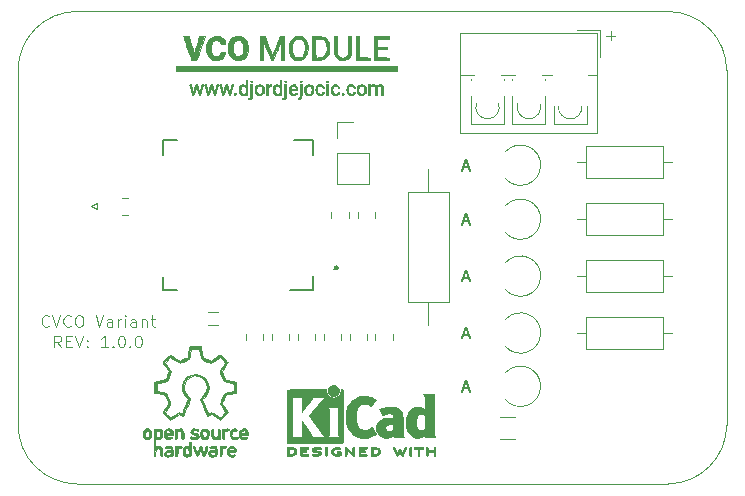
<source format=gbr>
%TF.GenerationSoftware,KiCad,Pcbnew,(5.1.8)-1*%
%TF.CreationDate,2021-02-09T11:56:48+01:00*%
%TF.ProjectId,500-1000-cvco,3530302d-3130-4303-902d-6376636f2e6b,rev?*%
%TF.SameCoordinates,Original*%
%TF.FileFunction,Legend,Top*%
%TF.FilePolarity,Positive*%
%FSLAX46Y46*%
G04 Gerber Fmt 4.6, Leading zero omitted, Abs format (unit mm)*
G04 Created by KiCad (PCBNEW (5.1.8)-1) date 2021-02-09 11:56:48*
%MOMM*%
%LPD*%
G01*
G04 APERTURE LIST*
%ADD10C,0.120000*%
%TA.AperFunction,Profile*%
%ADD11C,0.050000*%
%TD*%
%ADD12C,0.010000*%
%ADD13C,0.127000*%
%ADD14C,0.400000*%
%ADD15C,0.150000*%
G04 APERTURE END LIST*
D10*
X102607142Y-76607142D02*
X102559523Y-76654761D01*
X102416666Y-76702380D01*
X102321428Y-76702380D01*
X102178571Y-76654761D01*
X102083333Y-76559523D01*
X102035714Y-76464285D01*
X101988095Y-76273809D01*
X101988095Y-76130952D01*
X102035714Y-75940476D01*
X102083333Y-75845238D01*
X102178571Y-75750000D01*
X102321428Y-75702380D01*
X102416666Y-75702380D01*
X102559523Y-75750000D01*
X102607142Y-75797619D01*
X102892857Y-75702380D02*
X103226190Y-76702380D01*
X103559523Y-75702380D01*
X104464285Y-76607142D02*
X104416666Y-76654761D01*
X104273809Y-76702380D01*
X104178571Y-76702380D01*
X104035714Y-76654761D01*
X103940476Y-76559523D01*
X103892857Y-76464285D01*
X103845238Y-76273809D01*
X103845238Y-76130952D01*
X103892857Y-75940476D01*
X103940476Y-75845238D01*
X104035714Y-75750000D01*
X104178571Y-75702380D01*
X104273809Y-75702380D01*
X104416666Y-75750000D01*
X104464285Y-75797619D01*
X105083333Y-75702380D02*
X105273809Y-75702380D01*
X105369047Y-75750000D01*
X105464285Y-75845238D01*
X105511904Y-76035714D01*
X105511904Y-76369047D01*
X105464285Y-76559523D01*
X105369047Y-76654761D01*
X105273809Y-76702380D01*
X105083333Y-76702380D01*
X104988095Y-76654761D01*
X104892857Y-76559523D01*
X104845238Y-76369047D01*
X104845238Y-76035714D01*
X104892857Y-75845238D01*
X104988095Y-75750000D01*
X105083333Y-75702380D01*
X106559523Y-75702380D02*
X106892857Y-76702380D01*
X107226190Y-75702380D01*
X107988095Y-76702380D02*
X107988095Y-76178571D01*
X107940476Y-76083333D01*
X107845238Y-76035714D01*
X107654761Y-76035714D01*
X107559523Y-76083333D01*
X107988095Y-76654761D02*
X107892857Y-76702380D01*
X107654761Y-76702380D01*
X107559523Y-76654761D01*
X107511904Y-76559523D01*
X107511904Y-76464285D01*
X107559523Y-76369047D01*
X107654761Y-76321428D01*
X107892857Y-76321428D01*
X107988095Y-76273809D01*
X108464285Y-76702380D02*
X108464285Y-76035714D01*
X108464285Y-76226190D02*
X108511904Y-76130952D01*
X108559523Y-76083333D01*
X108654761Y-76035714D01*
X108750000Y-76035714D01*
X109083333Y-76702380D02*
X109083333Y-76035714D01*
X109083333Y-75702380D02*
X109035714Y-75750000D01*
X109083333Y-75797619D01*
X109130952Y-75750000D01*
X109083333Y-75702380D01*
X109083333Y-75797619D01*
X109988095Y-76702380D02*
X109988095Y-76178571D01*
X109940476Y-76083333D01*
X109845238Y-76035714D01*
X109654761Y-76035714D01*
X109559523Y-76083333D01*
X109988095Y-76654761D02*
X109892857Y-76702380D01*
X109654761Y-76702380D01*
X109559523Y-76654761D01*
X109511904Y-76559523D01*
X109511904Y-76464285D01*
X109559523Y-76369047D01*
X109654761Y-76321428D01*
X109892857Y-76321428D01*
X109988095Y-76273809D01*
X110464285Y-76035714D02*
X110464285Y-76702380D01*
X110464285Y-76130952D02*
X110511904Y-76083333D01*
X110607142Y-76035714D01*
X110750000Y-76035714D01*
X110845238Y-76083333D01*
X110892857Y-76178571D01*
X110892857Y-76702380D01*
X111226190Y-76035714D02*
X111607142Y-76035714D01*
X111369047Y-75702380D02*
X111369047Y-76559523D01*
X111416666Y-76654761D01*
X111511904Y-76702380D01*
X111607142Y-76702380D01*
X149819047Y-52071428D02*
X150580952Y-52071428D01*
X150200000Y-52452380D02*
X150200000Y-51690476D01*
X103654761Y-78452380D02*
X103321428Y-77976190D01*
X103083333Y-78452380D02*
X103083333Y-77452380D01*
X103464285Y-77452380D01*
X103559523Y-77500000D01*
X103607142Y-77547619D01*
X103654761Y-77642857D01*
X103654761Y-77785714D01*
X103607142Y-77880952D01*
X103559523Y-77928571D01*
X103464285Y-77976190D01*
X103083333Y-77976190D01*
X104083333Y-77928571D02*
X104416666Y-77928571D01*
X104559523Y-78452380D02*
X104083333Y-78452380D01*
X104083333Y-77452380D01*
X104559523Y-77452380D01*
X104845238Y-77452380D02*
X105178571Y-78452380D01*
X105511904Y-77452380D01*
X105845238Y-78357142D02*
X105892857Y-78404761D01*
X105845238Y-78452380D01*
X105797619Y-78404761D01*
X105845238Y-78357142D01*
X105845238Y-78452380D01*
X105845238Y-77833333D02*
X105892857Y-77880952D01*
X105845238Y-77928571D01*
X105797619Y-77880952D01*
X105845238Y-77833333D01*
X105845238Y-77928571D01*
X107607142Y-78452380D02*
X107035714Y-78452380D01*
X107321428Y-78452380D02*
X107321428Y-77452380D01*
X107226190Y-77595238D01*
X107130952Y-77690476D01*
X107035714Y-77738095D01*
X108035714Y-78357142D02*
X108083333Y-78404761D01*
X108035714Y-78452380D01*
X107988095Y-78404761D01*
X108035714Y-78357142D01*
X108035714Y-78452380D01*
X108702380Y-77452380D02*
X108797619Y-77452380D01*
X108892857Y-77500000D01*
X108940476Y-77547619D01*
X108988095Y-77642857D01*
X109035714Y-77833333D01*
X109035714Y-78071428D01*
X108988095Y-78261904D01*
X108940476Y-78357142D01*
X108892857Y-78404761D01*
X108797619Y-78452380D01*
X108702380Y-78452380D01*
X108607142Y-78404761D01*
X108559523Y-78357142D01*
X108511904Y-78261904D01*
X108464285Y-78071428D01*
X108464285Y-77833333D01*
X108511904Y-77642857D01*
X108559523Y-77547619D01*
X108607142Y-77500000D01*
X108702380Y-77452380D01*
X109464285Y-78357142D02*
X109511904Y-78404761D01*
X109464285Y-78452380D01*
X109416666Y-78404761D01*
X109464285Y-78357142D01*
X109464285Y-78452380D01*
X110130952Y-77452380D02*
X110226190Y-77452380D01*
X110321428Y-77500000D01*
X110369047Y-77547619D01*
X110416666Y-77642857D01*
X110464285Y-77833333D01*
X110464285Y-78071428D01*
X110416666Y-78261904D01*
X110369047Y-78357142D01*
X110321428Y-78404761D01*
X110226190Y-78452380D01*
X110130952Y-78452380D01*
X110035714Y-78404761D01*
X109988095Y-78357142D01*
X109940476Y-78261904D01*
X109892857Y-78071428D01*
X109892857Y-77833333D01*
X109940476Y-77642857D01*
X109988095Y-77547619D01*
X110035714Y-77500000D01*
X110130952Y-77452380D01*
D11*
X105000000Y-90000000D02*
G75*
G02*
X100000000Y-85000000I0J5000000D01*
G01*
X160000000Y-85000000D02*
G75*
G02*
X155000000Y-90000000I-5000000J0D01*
G01*
X155000000Y-50000000D02*
G75*
G02*
X160000000Y-55000000I0J-5000000D01*
G01*
X100000000Y-55000000D02*
G75*
G02*
X105000000Y-50000000I5000000J0D01*
G01*
X100000000Y-85000000D02*
X100000000Y-55000000D01*
X155000000Y-90000000D02*
X105000000Y-90000000D01*
X160000000Y-55000000D02*
X160000000Y-85000000D01*
X105000000Y-50000000D02*
X155000000Y-50000000D01*
D12*
%TO.C,G\u002A\u002A\u002A*%
G36*
X119836921Y-56718500D02*
G01*
X119832408Y-56892632D01*
X119826492Y-57049236D01*
X119819679Y-57178861D01*
X119812476Y-57272053D01*
X119805390Y-57319359D01*
X119804594Y-57321455D01*
X119758962Y-57371544D01*
X119685730Y-57409797D01*
X119605983Y-57429405D01*
X119540805Y-57423559D01*
X119523259Y-57412296D01*
X119506739Y-57375134D01*
X119506134Y-57330380D01*
X119519442Y-57302695D01*
X119532083Y-57303750D01*
X119576207Y-57305355D01*
X119616750Y-57290312D01*
X119636391Y-57277025D01*
X119650923Y-57255998D01*
X119661110Y-57219432D01*
X119667721Y-57159528D01*
X119671523Y-57068489D01*
X119673283Y-56938515D01*
X119673766Y-56761809D01*
X119673778Y-56710451D01*
X119673778Y-56161111D01*
X119848215Y-56161111D01*
X119836921Y-56718500D01*
G37*
X119836921Y-56718500D02*
X119832408Y-56892632D01*
X119826492Y-57049236D01*
X119819679Y-57178861D01*
X119812476Y-57272053D01*
X119805390Y-57319359D01*
X119804594Y-57321455D01*
X119758962Y-57371544D01*
X119685730Y-57409797D01*
X119605983Y-57429405D01*
X119540805Y-57423559D01*
X119523259Y-57412296D01*
X119506739Y-57375134D01*
X119506134Y-57330380D01*
X119519442Y-57302695D01*
X119532083Y-57303750D01*
X119576207Y-57305355D01*
X119616750Y-57290312D01*
X119636391Y-57277025D01*
X119650923Y-57255998D01*
X119661110Y-57219432D01*
X119667721Y-57159528D01*
X119671523Y-57068489D01*
X119673283Y-56938515D01*
X119673766Y-56761809D01*
X119673778Y-56710451D01*
X119673778Y-56161111D01*
X119848215Y-56161111D01*
X119836921Y-56718500D01*
G36*
X122715588Y-56718500D02*
G01*
X122711075Y-56892632D01*
X122705158Y-57049236D01*
X122698345Y-57178861D01*
X122691142Y-57272053D01*
X122684056Y-57319359D01*
X122683261Y-57321455D01*
X122637628Y-57371544D01*
X122564397Y-57409797D01*
X122484650Y-57429405D01*
X122419472Y-57423559D01*
X122401926Y-57412296D01*
X122385405Y-57375134D01*
X122384801Y-57330380D01*
X122398109Y-57302695D01*
X122410750Y-57303750D01*
X122454874Y-57305355D01*
X122495417Y-57290312D01*
X122515058Y-57277025D01*
X122529589Y-57255998D01*
X122539777Y-57219432D01*
X122546388Y-57159528D01*
X122550190Y-57068489D01*
X122551949Y-56938515D01*
X122552433Y-56761809D01*
X122552445Y-56710451D01*
X122552445Y-56161111D01*
X122726882Y-56161111D01*
X122715588Y-56718500D01*
G37*
X122715588Y-56718500D02*
X122711075Y-56892632D01*
X122705158Y-57049236D01*
X122698345Y-57178861D01*
X122691142Y-57272053D01*
X122684056Y-57319359D01*
X122683261Y-57321455D01*
X122637628Y-57371544D01*
X122564397Y-57409797D01*
X122484650Y-57429405D01*
X122419472Y-57423559D01*
X122401926Y-57412296D01*
X122385405Y-57375134D01*
X122384801Y-57330380D01*
X122398109Y-57302695D01*
X122410750Y-57303750D01*
X122454874Y-57305355D01*
X122495417Y-57290312D01*
X122515058Y-57277025D01*
X122529589Y-57255998D01*
X122539777Y-57219432D01*
X122546388Y-57159528D01*
X122550190Y-57068489D01*
X122551949Y-56938515D01*
X122552433Y-56761809D01*
X122552445Y-56710451D01*
X122552445Y-56161111D01*
X122726882Y-56161111D01*
X122715588Y-56718500D01*
G36*
X124013810Y-56718500D02*
G01*
X124009297Y-56892632D01*
X124003381Y-57049236D01*
X123996568Y-57178861D01*
X123989365Y-57272053D01*
X123982279Y-57319359D01*
X123981483Y-57321455D01*
X123935851Y-57371544D01*
X123862619Y-57409797D01*
X123782872Y-57429405D01*
X123717694Y-57423559D01*
X123700148Y-57412296D01*
X123683627Y-57375134D01*
X123683023Y-57330380D01*
X123696331Y-57302695D01*
X123708972Y-57303750D01*
X123753096Y-57305355D01*
X123793639Y-57290312D01*
X123813280Y-57277025D01*
X123827811Y-57255998D01*
X123837999Y-57219432D01*
X123844610Y-57159528D01*
X123848412Y-57068489D01*
X123850171Y-56938515D01*
X123850655Y-56761809D01*
X123850667Y-56710451D01*
X123850667Y-56161111D01*
X124025104Y-56161111D01*
X124013810Y-56718500D01*
G37*
X124013810Y-56718500D02*
X124009297Y-56892632D01*
X124003381Y-57049236D01*
X123996568Y-57178861D01*
X123989365Y-57272053D01*
X123982279Y-57319359D01*
X123981483Y-57321455D01*
X123935851Y-57371544D01*
X123862619Y-57409797D01*
X123782872Y-57429405D01*
X123717694Y-57423559D01*
X123700148Y-57412296D01*
X123683627Y-57375134D01*
X123683023Y-57330380D01*
X123696331Y-57302695D01*
X123708972Y-57303750D01*
X123753096Y-57305355D01*
X123793639Y-57290312D01*
X123813280Y-57277025D01*
X123827811Y-57255998D01*
X123837999Y-57219432D01*
X123844610Y-57159528D01*
X123848412Y-57068489D01*
X123850171Y-56938515D01*
X123850655Y-56761809D01*
X123850667Y-56710451D01*
X123850667Y-56161111D01*
X124025104Y-56161111D01*
X124013810Y-56718500D01*
G36*
X119419778Y-56429222D02*
G01*
X119419564Y-56634257D01*
X119418535Y-56789694D01*
X119416106Y-56902381D01*
X119411695Y-56979164D01*
X119404719Y-57026890D01*
X119394593Y-57052406D01*
X119380735Y-57062558D01*
X119365685Y-57064222D01*
X119315368Y-57048887D01*
X119300296Y-57030332D01*
X119277051Y-57014368D01*
X119221500Y-57029390D01*
X119187846Y-57044443D01*
X119084653Y-57083055D01*
X118996531Y-57085524D01*
X118895802Y-57052568D01*
X118894600Y-57052046D01*
X118802894Y-56983775D01*
X118738273Y-56879039D01*
X118700719Y-56750508D01*
X118691027Y-56621660D01*
X118827111Y-56621660D01*
X118845382Y-56758182D01*
X118894960Y-56864750D01*
X118967994Y-56935905D01*
X119056630Y-56966187D01*
X119153018Y-56950137D01*
X119229278Y-56901287D01*
X119255094Y-56866777D01*
X119270374Y-56810676D01*
X119277413Y-56720229D01*
X119278667Y-56626777D01*
X119276169Y-56504006D01*
X119267145Y-56424801D01*
X119249299Y-56376441D01*
X119229278Y-56353219D01*
X119130847Y-56297423D01*
X119034121Y-56292196D01*
X118947335Y-56332041D01*
X118878725Y-56411460D01*
X118836526Y-56524957D01*
X118827111Y-56621660D01*
X118691027Y-56621660D01*
X118690213Y-56610851D01*
X118706736Y-56472736D01*
X118750269Y-56348832D01*
X118820794Y-56251809D01*
X118895856Y-56202382D01*
X118999878Y-56168113D01*
X119083543Y-56167738D01*
X119171709Y-56201367D01*
X119176059Y-56203618D01*
X119234795Y-56232677D01*
X119267127Y-56245724D01*
X119267782Y-56245777D01*
X119272837Y-56219783D01*
X119276644Y-56150705D01*
X119278558Y-56051901D01*
X119278667Y-56020000D01*
X119279419Y-55908023D01*
X119284073Y-55840974D01*
X119296230Y-55807336D01*
X119319487Y-55795592D01*
X119349222Y-55794222D01*
X119419778Y-55794222D01*
X119419778Y-56429222D01*
G37*
X119419778Y-56429222D02*
X119419564Y-56634257D01*
X119418535Y-56789694D01*
X119416106Y-56902381D01*
X119411695Y-56979164D01*
X119404719Y-57026890D01*
X119394593Y-57052406D01*
X119380735Y-57062558D01*
X119365685Y-57064222D01*
X119315368Y-57048887D01*
X119300296Y-57030332D01*
X119277051Y-57014368D01*
X119221500Y-57029390D01*
X119187846Y-57044443D01*
X119084653Y-57083055D01*
X118996531Y-57085524D01*
X118895802Y-57052568D01*
X118894600Y-57052046D01*
X118802894Y-56983775D01*
X118738273Y-56879039D01*
X118700719Y-56750508D01*
X118691027Y-56621660D01*
X118827111Y-56621660D01*
X118845382Y-56758182D01*
X118894960Y-56864750D01*
X118967994Y-56935905D01*
X119056630Y-56966187D01*
X119153018Y-56950137D01*
X119229278Y-56901287D01*
X119255094Y-56866777D01*
X119270374Y-56810676D01*
X119277413Y-56720229D01*
X119278667Y-56626777D01*
X119276169Y-56504006D01*
X119267145Y-56424801D01*
X119249299Y-56376441D01*
X119229278Y-56353219D01*
X119130847Y-56297423D01*
X119034121Y-56292196D01*
X118947335Y-56332041D01*
X118878725Y-56411460D01*
X118836526Y-56524957D01*
X118827111Y-56621660D01*
X118691027Y-56621660D01*
X118690213Y-56610851D01*
X118706736Y-56472736D01*
X118750269Y-56348832D01*
X118820794Y-56251809D01*
X118895856Y-56202382D01*
X118999878Y-56168113D01*
X119083543Y-56167738D01*
X119171709Y-56201367D01*
X119176059Y-56203618D01*
X119234795Y-56232677D01*
X119267127Y-56245724D01*
X119267782Y-56245777D01*
X119272837Y-56219783D01*
X119276644Y-56150705D01*
X119278558Y-56051901D01*
X119278667Y-56020000D01*
X119279419Y-55908023D01*
X119284073Y-55840974D01*
X119296230Y-55807336D01*
X119319487Y-55795592D01*
X119349222Y-55794222D01*
X119419778Y-55794222D01*
X119419778Y-56429222D01*
G36*
X120548347Y-56186823D02*
G01*
X120668952Y-56250161D01*
X120766826Y-56355784D01*
X120813983Y-56467914D01*
X120833105Y-56606129D01*
X120823807Y-56747309D01*
X120785703Y-56868329D01*
X120775686Y-56886300D01*
X120680243Y-56996189D01*
X120560257Y-57063883D01*
X120427970Y-57085561D01*
X120295622Y-57057405D01*
X120268451Y-57044533D01*
X120158862Y-56967501D01*
X120089624Y-56867468D01*
X120054083Y-56732909D01*
X120047515Y-56661751D01*
X120047676Y-56578362D01*
X120186828Y-56578362D01*
X120186882Y-56701402D01*
X120216011Y-56815007D01*
X120275017Y-56904298D01*
X120318827Y-56936759D01*
X120396915Y-56971392D01*
X120462648Y-56973686D01*
X120531367Y-56952545D01*
X120604401Y-56896991D01*
X120657240Y-56802945D01*
X120686503Y-56685796D01*
X120688814Y-56560933D01*
X120660794Y-56443745D01*
X120648775Y-56417684D01*
X120577872Y-56333690D01*
X120481777Y-56289936D01*
X120377320Y-56293039D01*
X120353091Y-56301402D01*
X120270735Y-56363484D01*
X120215046Y-56460764D01*
X120186828Y-56578362D01*
X120047676Y-56578362D01*
X120047765Y-56532404D01*
X120067814Y-56435859D01*
X120088530Y-56388895D01*
X120177966Y-56271143D01*
X120291790Y-56197854D01*
X120418939Y-56169567D01*
X120548347Y-56186823D01*
G37*
X120548347Y-56186823D02*
X120668952Y-56250161D01*
X120766826Y-56355784D01*
X120813983Y-56467914D01*
X120833105Y-56606129D01*
X120823807Y-56747309D01*
X120785703Y-56868329D01*
X120775686Y-56886300D01*
X120680243Y-56996189D01*
X120560257Y-57063883D01*
X120427970Y-57085561D01*
X120295622Y-57057405D01*
X120268451Y-57044533D01*
X120158862Y-56967501D01*
X120089624Y-56867468D01*
X120054083Y-56732909D01*
X120047515Y-56661751D01*
X120047676Y-56578362D01*
X120186828Y-56578362D01*
X120186882Y-56701402D01*
X120216011Y-56815007D01*
X120275017Y-56904298D01*
X120318827Y-56936759D01*
X120396915Y-56971392D01*
X120462648Y-56973686D01*
X120531367Y-56952545D01*
X120604401Y-56896991D01*
X120657240Y-56802945D01*
X120686503Y-56685796D01*
X120688814Y-56560933D01*
X120660794Y-56443745D01*
X120648775Y-56417684D01*
X120577872Y-56333690D01*
X120481777Y-56289936D01*
X120377320Y-56293039D01*
X120353091Y-56301402D01*
X120270735Y-56363484D01*
X120215046Y-56460764D01*
X120186828Y-56578362D01*
X120047676Y-56578362D01*
X120047765Y-56532404D01*
X120067814Y-56435859D01*
X120088530Y-56388895D01*
X120177966Y-56271143D01*
X120291790Y-56197854D01*
X120418939Y-56169567D01*
X120548347Y-56186823D01*
G36*
X122298445Y-56429222D02*
G01*
X122298231Y-56634257D01*
X122297201Y-56789694D01*
X122294773Y-56902381D01*
X122290362Y-56979164D01*
X122283385Y-57026890D01*
X122273260Y-57052406D01*
X122259402Y-57062558D01*
X122244352Y-57064222D01*
X122194035Y-57048887D01*
X122178963Y-57030332D01*
X122155717Y-57014368D01*
X122100166Y-57029390D01*
X122066512Y-57044443D01*
X121963320Y-57083055D01*
X121875198Y-57085524D01*
X121774469Y-57052568D01*
X121773267Y-57052046D01*
X121681561Y-56983775D01*
X121616940Y-56879039D01*
X121579386Y-56750508D01*
X121569694Y-56621660D01*
X121705778Y-56621660D01*
X121724049Y-56758182D01*
X121773627Y-56864750D01*
X121846660Y-56935905D01*
X121935297Y-56966187D01*
X122031685Y-56950137D01*
X122107945Y-56901287D01*
X122133761Y-56866777D01*
X122149041Y-56810676D01*
X122156080Y-56720229D01*
X122157333Y-56626777D01*
X122154836Y-56504006D01*
X122145812Y-56424801D01*
X122127965Y-56376441D01*
X122107945Y-56353219D01*
X122009513Y-56297423D01*
X121912787Y-56292196D01*
X121826002Y-56332041D01*
X121757392Y-56411460D01*
X121715193Y-56524957D01*
X121705778Y-56621660D01*
X121569694Y-56621660D01*
X121568880Y-56610851D01*
X121585403Y-56472736D01*
X121628936Y-56348832D01*
X121699461Y-56251809D01*
X121774523Y-56202382D01*
X121878545Y-56168113D01*
X121962209Y-56167738D01*
X122050375Y-56201367D01*
X122054726Y-56203618D01*
X122113462Y-56232677D01*
X122145794Y-56245724D01*
X122146448Y-56245777D01*
X122151504Y-56219783D01*
X122155310Y-56150705D01*
X122157224Y-56051901D01*
X122157333Y-56020000D01*
X122158085Y-55908023D01*
X122162740Y-55840974D01*
X122174897Y-55807336D01*
X122198154Y-55795592D01*
X122227889Y-55794222D01*
X122298445Y-55794222D01*
X122298445Y-56429222D01*
G37*
X122298445Y-56429222D02*
X122298231Y-56634257D01*
X122297201Y-56789694D01*
X122294773Y-56902381D01*
X122290362Y-56979164D01*
X122283385Y-57026890D01*
X122273260Y-57052406D01*
X122259402Y-57062558D01*
X122244352Y-57064222D01*
X122194035Y-57048887D01*
X122178963Y-57030332D01*
X122155717Y-57014368D01*
X122100166Y-57029390D01*
X122066512Y-57044443D01*
X121963320Y-57083055D01*
X121875198Y-57085524D01*
X121774469Y-57052568D01*
X121773267Y-57052046D01*
X121681561Y-56983775D01*
X121616940Y-56879039D01*
X121579386Y-56750508D01*
X121569694Y-56621660D01*
X121705778Y-56621660D01*
X121724049Y-56758182D01*
X121773627Y-56864750D01*
X121846660Y-56935905D01*
X121935297Y-56966187D01*
X122031685Y-56950137D01*
X122107945Y-56901287D01*
X122133761Y-56866777D01*
X122149041Y-56810676D01*
X122156080Y-56720229D01*
X122157333Y-56626777D01*
X122154836Y-56504006D01*
X122145812Y-56424801D01*
X122127965Y-56376441D01*
X122107945Y-56353219D01*
X122009513Y-56297423D01*
X121912787Y-56292196D01*
X121826002Y-56332041D01*
X121757392Y-56411460D01*
X121715193Y-56524957D01*
X121705778Y-56621660D01*
X121569694Y-56621660D01*
X121568880Y-56610851D01*
X121585403Y-56472736D01*
X121628936Y-56348832D01*
X121699461Y-56251809D01*
X121774523Y-56202382D01*
X121878545Y-56168113D01*
X121962209Y-56167738D01*
X122050375Y-56201367D01*
X122054726Y-56203618D01*
X122113462Y-56232677D01*
X122145794Y-56245724D01*
X122146448Y-56245777D01*
X122151504Y-56219783D01*
X122155310Y-56150705D01*
X122157224Y-56051901D01*
X122157333Y-56020000D01*
X122158085Y-55908023D01*
X122162740Y-55840974D01*
X122174897Y-55807336D01*
X122198154Y-55795592D01*
X122227889Y-55794222D01*
X122298445Y-55794222D01*
X122298445Y-56429222D01*
G36*
X123412915Y-56180016D02*
G01*
X123454709Y-56195694D01*
X123550305Y-56275079D01*
X123619746Y-56389449D01*
X123652066Y-56519428D01*
X123653111Y-56546284D01*
X123653111Y-56669111D01*
X123356778Y-56669111D01*
X123214735Y-56670574D01*
X123122284Y-56677941D01*
X123072594Y-56695672D01*
X123058831Y-56728232D01*
X123074162Y-56780082D01*
X123101447Y-56835870D01*
X123172728Y-56918376D01*
X123271530Y-56962864D01*
X123381437Y-56966754D01*
X123486039Y-56927468D01*
X123519934Y-56901632D01*
X123562456Y-56871656D01*
X123596076Y-56883344D01*
X123614066Y-56900193D01*
X123638110Y-56932613D01*
X123626905Y-56961698D01*
X123574052Y-57003784D01*
X123573258Y-57004350D01*
X123449678Y-57063321D01*
X123312448Y-57082640D01*
X123182638Y-57060317D01*
X123147117Y-57044587D01*
X123037515Y-56967469D01*
X122968232Y-56867323D01*
X122932607Y-56732617D01*
X122926009Y-56661751D01*
X122932534Y-56546322D01*
X123060445Y-56546322D01*
X123086439Y-56550920D01*
X123155518Y-56554382D01*
X123254322Y-56556123D01*
X123286222Y-56556222D01*
X123398308Y-56555302D01*
X123465438Y-56550362D01*
X123499096Y-56538133D01*
X123510765Y-56515346D01*
X123512000Y-56491946D01*
X123489997Y-56395525D01*
X123432748Y-56329582D01*
X123353393Y-56295534D01*
X123265073Y-56294795D01*
X123180928Y-56328780D01*
X123114100Y-56398905D01*
X123091726Y-56446687D01*
X123070527Y-56510135D01*
X123060555Y-56545171D01*
X123060445Y-56546322D01*
X122932534Y-56546322D01*
X122935737Y-56489664D01*
X122987939Y-56352208D01*
X123084389Y-56244907D01*
X123093973Y-56237563D01*
X123190249Y-56191161D01*
X123305151Y-56170982D01*
X123412915Y-56180016D01*
G37*
X123412915Y-56180016D02*
X123454709Y-56195694D01*
X123550305Y-56275079D01*
X123619746Y-56389449D01*
X123652066Y-56519428D01*
X123653111Y-56546284D01*
X123653111Y-56669111D01*
X123356778Y-56669111D01*
X123214735Y-56670574D01*
X123122284Y-56677941D01*
X123072594Y-56695672D01*
X123058831Y-56728232D01*
X123074162Y-56780082D01*
X123101447Y-56835870D01*
X123172728Y-56918376D01*
X123271530Y-56962864D01*
X123381437Y-56966754D01*
X123486039Y-56927468D01*
X123519934Y-56901632D01*
X123562456Y-56871656D01*
X123596076Y-56883344D01*
X123614066Y-56900193D01*
X123638110Y-56932613D01*
X123626905Y-56961698D01*
X123574052Y-57003784D01*
X123573258Y-57004350D01*
X123449678Y-57063321D01*
X123312448Y-57082640D01*
X123182638Y-57060317D01*
X123147117Y-57044587D01*
X123037515Y-56967469D01*
X122968232Y-56867323D01*
X122932607Y-56732617D01*
X122926009Y-56661751D01*
X122932534Y-56546322D01*
X123060445Y-56546322D01*
X123086439Y-56550920D01*
X123155518Y-56554382D01*
X123254322Y-56556123D01*
X123286222Y-56556222D01*
X123398308Y-56555302D01*
X123465438Y-56550362D01*
X123499096Y-56538133D01*
X123510765Y-56515346D01*
X123512000Y-56491946D01*
X123489997Y-56395525D01*
X123432748Y-56329582D01*
X123353393Y-56295534D01*
X123265073Y-56294795D01*
X123180928Y-56328780D01*
X123114100Y-56398905D01*
X123091726Y-56446687D01*
X123070527Y-56510135D01*
X123060555Y-56545171D01*
X123060445Y-56546322D01*
X122932534Y-56546322D01*
X122935737Y-56489664D01*
X122987939Y-56352208D01*
X123084389Y-56244907D01*
X123093973Y-56237563D01*
X123190249Y-56191161D01*
X123305151Y-56170982D01*
X123412915Y-56180016D01*
G36*
X124725236Y-56186823D02*
G01*
X124845841Y-56250161D01*
X124943715Y-56355784D01*
X124990872Y-56467914D01*
X125009994Y-56606129D01*
X125000696Y-56747309D01*
X124962592Y-56868329D01*
X124952575Y-56886300D01*
X124857132Y-56996189D01*
X124737146Y-57063883D01*
X124604859Y-57085561D01*
X124472511Y-57057405D01*
X124445340Y-57044533D01*
X124335751Y-56967501D01*
X124266513Y-56867468D01*
X124230972Y-56732909D01*
X124224404Y-56661751D01*
X124224565Y-56578362D01*
X124363717Y-56578362D01*
X124363771Y-56701402D01*
X124392900Y-56815007D01*
X124451906Y-56904298D01*
X124495716Y-56936759D01*
X124573804Y-56971392D01*
X124639537Y-56973686D01*
X124708256Y-56952545D01*
X124781290Y-56896991D01*
X124834128Y-56802945D01*
X124863392Y-56685796D01*
X124865703Y-56560933D01*
X124837683Y-56443745D01*
X124825664Y-56417684D01*
X124754761Y-56333690D01*
X124658666Y-56289936D01*
X124554209Y-56293039D01*
X124529980Y-56301402D01*
X124447624Y-56363484D01*
X124391935Y-56460764D01*
X124363717Y-56578362D01*
X124224565Y-56578362D01*
X124224654Y-56532404D01*
X124244703Y-56435859D01*
X124265419Y-56388895D01*
X124354855Y-56271143D01*
X124468679Y-56197854D01*
X124595828Y-56169567D01*
X124725236Y-56186823D01*
G37*
X124725236Y-56186823D02*
X124845841Y-56250161D01*
X124943715Y-56355784D01*
X124990872Y-56467914D01*
X125009994Y-56606129D01*
X125000696Y-56747309D01*
X124962592Y-56868329D01*
X124952575Y-56886300D01*
X124857132Y-56996189D01*
X124737146Y-57063883D01*
X124604859Y-57085561D01*
X124472511Y-57057405D01*
X124445340Y-57044533D01*
X124335751Y-56967501D01*
X124266513Y-56867468D01*
X124230972Y-56732909D01*
X124224404Y-56661751D01*
X124224565Y-56578362D01*
X124363717Y-56578362D01*
X124363771Y-56701402D01*
X124392900Y-56815007D01*
X124451906Y-56904298D01*
X124495716Y-56936759D01*
X124573804Y-56971392D01*
X124639537Y-56973686D01*
X124708256Y-56952545D01*
X124781290Y-56896991D01*
X124834128Y-56802945D01*
X124863392Y-56685796D01*
X124865703Y-56560933D01*
X124837683Y-56443745D01*
X124825664Y-56417684D01*
X124754761Y-56333690D01*
X124658666Y-56289936D01*
X124554209Y-56293039D01*
X124529980Y-56301402D01*
X124447624Y-56363484D01*
X124391935Y-56460764D01*
X124363717Y-56578362D01*
X124224565Y-56578362D01*
X124224654Y-56532404D01*
X124244703Y-56435859D01*
X124265419Y-56388895D01*
X124354855Y-56271143D01*
X124468679Y-56197854D01*
X124595828Y-56169567D01*
X124725236Y-56186823D01*
G36*
X125631520Y-56175356D02*
G01*
X125740495Y-56215926D01*
X125832603Y-56283355D01*
X125893744Y-56367890D01*
X125910889Y-56441931D01*
X125890166Y-56468922D01*
X125843292Y-56471758D01*
X125793209Y-56454138D01*
X125762859Y-56419760D01*
X125762352Y-56417985D01*
X125717591Y-56347075D01*
X125638077Y-56298950D01*
X125544186Y-56284287D01*
X125514872Y-56288310D01*
X125417251Y-56335927D01*
X125353894Y-56427720D01*
X125325357Y-56562586D01*
X125325121Y-56662646D01*
X125343810Y-56797990D01*
X125386014Y-56888756D01*
X125458077Y-56944139D01*
X125535912Y-56968060D01*
X125601693Y-56972982D01*
X125656194Y-56949864D01*
X125714374Y-56898190D01*
X125776651Y-56848459D01*
X125840381Y-56815915D01*
X125890234Y-56806211D01*
X125910879Y-56824999D01*
X125910889Y-56825734D01*
X125889504Y-56889360D01*
X125836167Y-56962446D01*
X125767102Y-57025046D01*
X125731478Y-57046305D01*
X125610745Y-57086631D01*
X125500415Y-57080834D01*
X125404895Y-57043011D01*
X125295644Y-56967617D01*
X125226333Y-56868058D01*
X125190596Y-56733350D01*
X125183959Y-56661751D01*
X125194826Y-56487666D01*
X125247292Y-56347603D01*
X125339107Y-56244847D01*
X125468023Y-56182681D01*
X125519776Y-56171396D01*
X125631520Y-56175356D01*
G37*
X125631520Y-56175356D02*
X125740495Y-56215926D01*
X125832603Y-56283355D01*
X125893744Y-56367890D01*
X125910889Y-56441931D01*
X125890166Y-56468922D01*
X125843292Y-56471758D01*
X125793209Y-56454138D01*
X125762859Y-56419760D01*
X125762352Y-56417985D01*
X125717591Y-56347075D01*
X125638077Y-56298950D01*
X125544186Y-56284287D01*
X125514872Y-56288310D01*
X125417251Y-56335927D01*
X125353894Y-56427720D01*
X125325357Y-56562586D01*
X125325121Y-56662646D01*
X125343810Y-56797990D01*
X125386014Y-56888756D01*
X125458077Y-56944139D01*
X125535912Y-56968060D01*
X125601693Y-56972982D01*
X125656194Y-56949864D01*
X125714374Y-56898190D01*
X125776651Y-56848459D01*
X125840381Y-56815915D01*
X125890234Y-56806211D01*
X125910879Y-56824999D01*
X125910889Y-56825734D01*
X125889504Y-56889360D01*
X125836167Y-56962446D01*
X125767102Y-57025046D01*
X125731478Y-57046305D01*
X125610745Y-57086631D01*
X125500415Y-57080834D01*
X125404895Y-57043011D01*
X125295644Y-56967617D01*
X125226333Y-56868058D01*
X125190596Y-56733350D01*
X125183959Y-56661751D01*
X125194826Y-56487666D01*
X125247292Y-56347603D01*
X125339107Y-56244847D01*
X125468023Y-56182681D01*
X125519776Y-56171396D01*
X125631520Y-56175356D01*
G36*
X126929742Y-56175356D02*
G01*
X127038717Y-56215926D01*
X127130825Y-56283355D01*
X127191966Y-56367890D01*
X127209111Y-56441931D01*
X127188388Y-56468922D01*
X127141514Y-56471758D01*
X127091431Y-56454138D01*
X127061081Y-56419760D01*
X127060574Y-56417985D01*
X127015813Y-56347075D01*
X126936299Y-56298950D01*
X126842408Y-56284287D01*
X126813094Y-56288310D01*
X126715474Y-56335927D01*
X126652116Y-56427720D01*
X126623579Y-56562586D01*
X126623343Y-56662646D01*
X126642032Y-56797990D01*
X126684236Y-56888756D01*
X126756300Y-56944139D01*
X126834134Y-56968060D01*
X126899916Y-56972982D01*
X126954416Y-56949864D01*
X127012596Y-56898190D01*
X127074873Y-56848459D01*
X127138603Y-56815915D01*
X127188456Y-56806211D01*
X127209101Y-56824999D01*
X127209111Y-56825734D01*
X127187726Y-56889360D01*
X127134389Y-56962446D01*
X127065324Y-57025046D01*
X127029700Y-57046305D01*
X126908967Y-57086631D01*
X126798637Y-57080834D01*
X126703117Y-57043011D01*
X126593866Y-56967617D01*
X126524555Y-56868058D01*
X126488818Y-56733350D01*
X126482181Y-56661751D01*
X126493049Y-56487666D01*
X126545514Y-56347603D01*
X126637329Y-56244847D01*
X126766245Y-56182681D01*
X126817998Y-56171396D01*
X126929742Y-56175356D01*
G37*
X126929742Y-56175356D02*
X127038717Y-56215926D01*
X127130825Y-56283355D01*
X127191966Y-56367890D01*
X127209111Y-56441931D01*
X127188388Y-56468922D01*
X127141514Y-56471758D01*
X127091431Y-56454138D01*
X127061081Y-56419760D01*
X127060574Y-56417985D01*
X127015813Y-56347075D01*
X126936299Y-56298950D01*
X126842408Y-56284287D01*
X126813094Y-56288310D01*
X126715474Y-56335927D01*
X126652116Y-56427720D01*
X126623579Y-56562586D01*
X126623343Y-56662646D01*
X126642032Y-56797990D01*
X126684236Y-56888756D01*
X126756300Y-56944139D01*
X126834134Y-56968060D01*
X126899916Y-56972982D01*
X126954416Y-56949864D01*
X127012596Y-56898190D01*
X127074873Y-56848459D01*
X127138603Y-56815915D01*
X127188456Y-56806211D01*
X127209101Y-56824999D01*
X127209111Y-56825734D01*
X127187726Y-56889360D01*
X127134389Y-56962446D01*
X127065324Y-57025046D01*
X127029700Y-57046305D01*
X126908967Y-57086631D01*
X126798637Y-57080834D01*
X126703117Y-57043011D01*
X126593866Y-56967617D01*
X126524555Y-56868058D01*
X126488818Y-56733350D01*
X126482181Y-56661751D01*
X126493049Y-56487666D01*
X126545514Y-56347603D01*
X126637329Y-56244847D01*
X126766245Y-56182681D01*
X126817998Y-56171396D01*
X126929742Y-56175356D01*
G36*
X128256187Y-56175356D02*
G01*
X128365162Y-56215926D01*
X128457269Y-56283355D01*
X128518411Y-56367890D01*
X128535556Y-56441931D01*
X128514833Y-56468922D01*
X128467958Y-56471758D01*
X128417875Y-56454138D01*
X128387525Y-56419760D01*
X128387019Y-56417985D01*
X128342258Y-56347075D01*
X128262743Y-56298950D01*
X128168853Y-56284287D01*
X128139539Y-56288310D01*
X128041918Y-56335927D01*
X127978560Y-56427720D01*
X127950024Y-56562586D01*
X127949787Y-56662646D01*
X127968476Y-56797990D01*
X128010680Y-56888756D01*
X128082744Y-56944139D01*
X128160578Y-56968060D01*
X128226360Y-56972982D01*
X128280860Y-56949864D01*
X128339040Y-56898190D01*
X128401318Y-56848459D01*
X128465048Y-56815915D01*
X128514900Y-56806211D01*
X128535546Y-56824999D01*
X128535556Y-56825734D01*
X128514171Y-56889360D01*
X128460834Y-56962446D01*
X128391769Y-57025046D01*
X128356145Y-57046305D01*
X128235412Y-57086631D01*
X128125082Y-57080834D01*
X128029562Y-57043011D01*
X127920311Y-56967617D01*
X127850999Y-56868058D01*
X127815263Y-56733350D01*
X127808626Y-56661751D01*
X127819493Y-56487666D01*
X127871959Y-56347603D01*
X127963774Y-56244847D01*
X128092690Y-56182681D01*
X128144442Y-56171396D01*
X128256187Y-56175356D01*
G37*
X128256187Y-56175356D02*
X128365162Y-56215926D01*
X128457269Y-56283355D01*
X128518411Y-56367890D01*
X128535556Y-56441931D01*
X128514833Y-56468922D01*
X128467958Y-56471758D01*
X128417875Y-56454138D01*
X128387525Y-56419760D01*
X128387019Y-56417985D01*
X128342258Y-56347075D01*
X128262743Y-56298950D01*
X128168853Y-56284287D01*
X128139539Y-56288310D01*
X128041918Y-56335927D01*
X127978560Y-56427720D01*
X127950024Y-56562586D01*
X127949787Y-56662646D01*
X127968476Y-56797990D01*
X128010680Y-56888756D01*
X128082744Y-56944139D01*
X128160578Y-56968060D01*
X128226360Y-56972982D01*
X128280860Y-56949864D01*
X128339040Y-56898190D01*
X128401318Y-56848459D01*
X128465048Y-56815915D01*
X128514900Y-56806211D01*
X128535546Y-56824999D01*
X128535556Y-56825734D01*
X128514171Y-56889360D01*
X128460834Y-56962446D01*
X128391769Y-57025046D01*
X128356145Y-57046305D01*
X128235412Y-57086631D01*
X128125082Y-57080834D01*
X128029562Y-57043011D01*
X127920311Y-56967617D01*
X127850999Y-56868058D01*
X127815263Y-56733350D01*
X127808626Y-56661751D01*
X127819493Y-56487666D01*
X127871959Y-56347603D01*
X127963774Y-56244847D01*
X128092690Y-56182681D01*
X128144442Y-56171396D01*
X128256187Y-56175356D01*
G36*
X129184347Y-56186823D02*
G01*
X129304952Y-56250161D01*
X129402826Y-56355784D01*
X129449983Y-56467914D01*
X129469105Y-56606129D01*
X129459807Y-56747309D01*
X129421703Y-56868329D01*
X129411686Y-56886300D01*
X129316243Y-56996189D01*
X129196257Y-57063883D01*
X129063970Y-57085561D01*
X128931622Y-57057405D01*
X128904451Y-57044533D01*
X128794862Y-56967501D01*
X128725624Y-56867468D01*
X128690083Y-56732909D01*
X128683515Y-56661751D01*
X128683676Y-56578362D01*
X128822828Y-56578362D01*
X128822882Y-56701402D01*
X128852011Y-56815007D01*
X128911017Y-56904298D01*
X128954827Y-56936759D01*
X129032915Y-56971392D01*
X129098648Y-56973686D01*
X129167367Y-56952545D01*
X129240401Y-56896991D01*
X129293240Y-56802945D01*
X129322503Y-56685796D01*
X129324814Y-56560933D01*
X129296794Y-56443745D01*
X129284775Y-56417684D01*
X129213872Y-56333690D01*
X129117777Y-56289936D01*
X129013320Y-56293039D01*
X128989091Y-56301402D01*
X128906735Y-56363484D01*
X128851046Y-56460764D01*
X128822828Y-56578362D01*
X128683676Y-56578362D01*
X128683765Y-56532404D01*
X128703814Y-56435859D01*
X128724530Y-56388895D01*
X128813966Y-56271143D01*
X128927790Y-56197854D01*
X129054939Y-56169567D01*
X129184347Y-56186823D01*
G37*
X129184347Y-56186823D02*
X129304952Y-56250161D01*
X129402826Y-56355784D01*
X129449983Y-56467914D01*
X129469105Y-56606129D01*
X129459807Y-56747309D01*
X129421703Y-56868329D01*
X129411686Y-56886300D01*
X129316243Y-56996189D01*
X129196257Y-57063883D01*
X129063970Y-57085561D01*
X128931622Y-57057405D01*
X128904451Y-57044533D01*
X128794862Y-56967501D01*
X128725624Y-56867468D01*
X128690083Y-56732909D01*
X128683515Y-56661751D01*
X128683676Y-56578362D01*
X128822828Y-56578362D01*
X128822882Y-56701402D01*
X128852011Y-56815007D01*
X128911017Y-56904298D01*
X128954827Y-56936759D01*
X129032915Y-56971392D01*
X129098648Y-56973686D01*
X129167367Y-56952545D01*
X129240401Y-56896991D01*
X129293240Y-56802945D01*
X129322503Y-56685796D01*
X129324814Y-56560933D01*
X129296794Y-56443745D01*
X129284775Y-56417684D01*
X129213872Y-56333690D01*
X129117777Y-56289936D01*
X129013320Y-56293039D01*
X128989091Y-56301402D01*
X128906735Y-56363484D01*
X128851046Y-56460764D01*
X128822828Y-56578362D01*
X128683676Y-56578362D01*
X128683765Y-56532404D01*
X128703814Y-56435859D01*
X128724530Y-56388895D01*
X128813966Y-56271143D01*
X128927790Y-56197854D01*
X129054939Y-56169567D01*
X129184347Y-56186823D01*
G36*
X115629922Y-56161478D02*
G01*
X115647955Y-56167337D01*
X115656415Y-56185826D01*
X115654300Y-56224082D01*
X115640605Y-56289245D01*
X115614327Y-56388451D01*
X115574463Y-56528838D01*
X115529912Y-56683222D01*
X115484874Y-56834927D01*
X115449996Y-56940055D01*
X115421715Y-57006780D01*
X115396471Y-57043275D01*
X115370701Y-57057715D01*
X115366398Y-57058509D01*
X115340653Y-57056139D01*
X115316850Y-57035409D01*
X115290884Y-56988173D01*
X115258654Y-56906285D01*
X115216056Y-56781599D01*
X115195822Y-56719842D01*
X115082845Y-56372777D01*
X114974706Y-56718500D01*
X114926471Y-56867391D01*
X114889004Y-56968962D01*
X114858951Y-57030544D01*
X114832957Y-57059465D01*
X114816505Y-57064222D01*
X114766928Y-57053753D01*
X114753320Y-57042990D01*
X114740145Y-57007555D01*
X114715520Y-56929615D01*
X114682859Y-56821067D01*
X114645574Y-56693808D01*
X114607078Y-56559736D01*
X114570781Y-56430748D01*
X114540098Y-56318741D01*
X114518440Y-56235614D01*
X114509220Y-56193263D01*
X114509111Y-56191531D01*
X114533034Y-56167873D01*
X114573222Y-56161111D01*
X114601742Y-56165722D01*
X114625031Y-56185613D01*
X114647167Y-56229867D01*
X114672229Y-56307566D01*
X114704296Y-56427795D01*
X114718951Y-56485666D01*
X114751980Y-56611802D01*
X114781510Y-56715053D01*
X114804309Y-56784738D01*
X114817118Y-56810176D01*
X114831066Y-56784774D01*
X114856881Y-56715612D01*
X114890902Y-56613195D01*
X114929468Y-56488030D01*
X114930185Y-56485620D01*
X114972735Y-56346521D01*
X115005078Y-56253262D01*
X115031424Y-56197108D01*
X115055978Y-56169327D01*
X115082949Y-56161183D01*
X115086516Y-56161111D01*
X115114303Y-56167555D01*
X115139018Y-56192778D01*
X115164937Y-56245612D01*
X115196334Y-56334889D01*
X115237486Y-56469443D01*
X115240200Y-56478611D01*
X115278700Y-56605212D01*
X115313086Y-56711684D01*
X115339481Y-56786436D01*
X115353579Y-56817466D01*
X115367090Y-56800121D01*
X115389890Y-56737345D01*
X115418915Y-56638782D01*
X115451098Y-56514077D01*
X115454510Y-56499966D01*
X115489297Y-56358241D01*
X115515665Y-56262606D01*
X115537557Y-56204080D01*
X115558920Y-56173678D01*
X115583698Y-56162419D01*
X115603320Y-56161111D01*
X115629922Y-56161478D01*
G37*
X115629922Y-56161478D02*
X115647955Y-56167337D01*
X115656415Y-56185826D01*
X115654300Y-56224082D01*
X115640605Y-56289245D01*
X115614327Y-56388451D01*
X115574463Y-56528838D01*
X115529912Y-56683222D01*
X115484874Y-56834927D01*
X115449996Y-56940055D01*
X115421715Y-57006780D01*
X115396471Y-57043275D01*
X115370701Y-57057715D01*
X115366398Y-57058509D01*
X115340653Y-57056139D01*
X115316850Y-57035409D01*
X115290884Y-56988173D01*
X115258654Y-56906285D01*
X115216056Y-56781599D01*
X115195822Y-56719842D01*
X115082845Y-56372777D01*
X114974706Y-56718500D01*
X114926471Y-56867391D01*
X114889004Y-56968962D01*
X114858951Y-57030544D01*
X114832957Y-57059465D01*
X114816505Y-57064222D01*
X114766928Y-57053753D01*
X114753320Y-57042990D01*
X114740145Y-57007555D01*
X114715520Y-56929615D01*
X114682859Y-56821067D01*
X114645574Y-56693808D01*
X114607078Y-56559736D01*
X114570781Y-56430748D01*
X114540098Y-56318741D01*
X114518440Y-56235614D01*
X114509220Y-56193263D01*
X114509111Y-56191531D01*
X114533034Y-56167873D01*
X114573222Y-56161111D01*
X114601742Y-56165722D01*
X114625031Y-56185613D01*
X114647167Y-56229867D01*
X114672229Y-56307566D01*
X114704296Y-56427795D01*
X114718951Y-56485666D01*
X114751980Y-56611802D01*
X114781510Y-56715053D01*
X114804309Y-56784738D01*
X114817118Y-56810176D01*
X114831066Y-56784774D01*
X114856881Y-56715612D01*
X114890902Y-56613195D01*
X114929468Y-56488030D01*
X114930185Y-56485620D01*
X114972735Y-56346521D01*
X115005078Y-56253262D01*
X115031424Y-56197108D01*
X115055978Y-56169327D01*
X115082949Y-56161183D01*
X115086516Y-56161111D01*
X115114303Y-56167555D01*
X115139018Y-56192778D01*
X115164937Y-56245612D01*
X115196334Y-56334889D01*
X115237486Y-56469443D01*
X115240200Y-56478611D01*
X115278700Y-56605212D01*
X115313086Y-56711684D01*
X115339481Y-56786436D01*
X115353579Y-56817466D01*
X115367090Y-56800121D01*
X115389890Y-56737345D01*
X115418915Y-56638782D01*
X115451098Y-56514077D01*
X115454510Y-56499966D01*
X115489297Y-56358241D01*
X115515665Y-56262606D01*
X115537557Y-56204080D01*
X115558920Y-56173678D01*
X115583698Y-56162419D01*
X115603320Y-56161111D01*
X115629922Y-56161478D01*
G36*
X116899922Y-56161478D02*
G01*
X116917955Y-56167337D01*
X116926415Y-56185826D01*
X116924300Y-56224082D01*
X116910605Y-56289245D01*
X116884327Y-56388451D01*
X116844463Y-56528838D01*
X116799912Y-56683222D01*
X116754874Y-56834927D01*
X116719996Y-56940055D01*
X116691715Y-57006780D01*
X116666471Y-57043275D01*
X116640701Y-57057715D01*
X116636398Y-57058509D01*
X116610653Y-57056139D01*
X116586850Y-57035409D01*
X116560884Y-56988173D01*
X116528654Y-56906285D01*
X116486056Y-56781599D01*
X116465822Y-56719842D01*
X116352845Y-56372777D01*
X116244706Y-56718500D01*
X116196471Y-56867391D01*
X116159004Y-56968962D01*
X116128951Y-57030544D01*
X116102957Y-57059465D01*
X116086505Y-57064222D01*
X116036928Y-57053753D01*
X116023320Y-57042990D01*
X116010145Y-57007555D01*
X115985520Y-56929615D01*
X115952859Y-56821067D01*
X115915574Y-56693808D01*
X115877078Y-56559736D01*
X115840781Y-56430748D01*
X115810098Y-56318741D01*
X115788440Y-56235614D01*
X115779220Y-56193263D01*
X115779111Y-56191531D01*
X115803034Y-56167873D01*
X115843222Y-56161111D01*
X115871742Y-56165722D01*
X115895031Y-56185613D01*
X115917167Y-56229867D01*
X115942229Y-56307566D01*
X115974296Y-56427795D01*
X115988951Y-56485666D01*
X116021980Y-56611802D01*
X116051510Y-56715053D01*
X116074309Y-56784738D01*
X116087118Y-56810176D01*
X116101066Y-56784774D01*
X116126881Y-56715612D01*
X116160902Y-56613195D01*
X116199468Y-56488030D01*
X116200185Y-56485620D01*
X116242735Y-56346521D01*
X116275078Y-56253262D01*
X116301424Y-56197108D01*
X116325978Y-56169327D01*
X116352949Y-56161183D01*
X116356516Y-56161111D01*
X116384303Y-56167555D01*
X116409018Y-56192778D01*
X116434937Y-56245612D01*
X116466334Y-56334889D01*
X116507486Y-56469443D01*
X116510200Y-56478611D01*
X116548700Y-56605212D01*
X116583086Y-56711684D01*
X116609481Y-56786436D01*
X116623579Y-56817466D01*
X116637090Y-56800121D01*
X116659890Y-56737345D01*
X116688915Y-56638782D01*
X116721098Y-56514077D01*
X116724510Y-56499966D01*
X116759297Y-56358241D01*
X116785665Y-56262606D01*
X116807557Y-56204080D01*
X116828920Y-56173678D01*
X116853698Y-56162419D01*
X116873320Y-56161111D01*
X116899922Y-56161478D01*
G37*
X116899922Y-56161478D02*
X116917955Y-56167337D01*
X116926415Y-56185826D01*
X116924300Y-56224082D01*
X116910605Y-56289245D01*
X116884327Y-56388451D01*
X116844463Y-56528838D01*
X116799912Y-56683222D01*
X116754874Y-56834927D01*
X116719996Y-56940055D01*
X116691715Y-57006780D01*
X116666471Y-57043275D01*
X116640701Y-57057715D01*
X116636398Y-57058509D01*
X116610653Y-57056139D01*
X116586850Y-57035409D01*
X116560884Y-56988173D01*
X116528654Y-56906285D01*
X116486056Y-56781599D01*
X116465822Y-56719842D01*
X116352845Y-56372777D01*
X116244706Y-56718500D01*
X116196471Y-56867391D01*
X116159004Y-56968962D01*
X116128951Y-57030544D01*
X116102957Y-57059465D01*
X116086505Y-57064222D01*
X116036928Y-57053753D01*
X116023320Y-57042990D01*
X116010145Y-57007555D01*
X115985520Y-56929615D01*
X115952859Y-56821067D01*
X115915574Y-56693808D01*
X115877078Y-56559736D01*
X115840781Y-56430748D01*
X115810098Y-56318741D01*
X115788440Y-56235614D01*
X115779220Y-56193263D01*
X115779111Y-56191531D01*
X115803034Y-56167873D01*
X115843222Y-56161111D01*
X115871742Y-56165722D01*
X115895031Y-56185613D01*
X115917167Y-56229867D01*
X115942229Y-56307566D01*
X115974296Y-56427795D01*
X115988951Y-56485666D01*
X116021980Y-56611802D01*
X116051510Y-56715053D01*
X116074309Y-56784738D01*
X116087118Y-56810176D01*
X116101066Y-56784774D01*
X116126881Y-56715612D01*
X116160902Y-56613195D01*
X116199468Y-56488030D01*
X116200185Y-56485620D01*
X116242735Y-56346521D01*
X116275078Y-56253262D01*
X116301424Y-56197108D01*
X116325978Y-56169327D01*
X116352949Y-56161183D01*
X116356516Y-56161111D01*
X116384303Y-56167555D01*
X116409018Y-56192778D01*
X116434937Y-56245612D01*
X116466334Y-56334889D01*
X116507486Y-56469443D01*
X116510200Y-56478611D01*
X116548700Y-56605212D01*
X116583086Y-56711684D01*
X116609481Y-56786436D01*
X116623579Y-56817466D01*
X116637090Y-56800121D01*
X116659890Y-56737345D01*
X116688915Y-56638782D01*
X116721098Y-56514077D01*
X116724510Y-56499966D01*
X116759297Y-56358241D01*
X116785665Y-56262606D01*
X116807557Y-56204080D01*
X116828920Y-56173678D01*
X116853698Y-56162419D01*
X116873320Y-56161111D01*
X116899922Y-56161478D01*
G36*
X118169922Y-56161478D02*
G01*
X118187955Y-56167337D01*
X118196415Y-56185826D01*
X118194300Y-56224082D01*
X118180605Y-56289245D01*
X118154327Y-56388451D01*
X118114463Y-56528838D01*
X118069912Y-56683222D01*
X118024874Y-56834927D01*
X117989996Y-56940055D01*
X117961715Y-57006780D01*
X117936471Y-57043275D01*
X117910701Y-57057715D01*
X117906398Y-57058509D01*
X117880653Y-57056139D01*
X117856850Y-57035409D01*
X117830884Y-56988173D01*
X117798654Y-56906285D01*
X117756056Y-56781599D01*
X117735822Y-56719842D01*
X117622845Y-56372777D01*
X117514706Y-56718500D01*
X117466471Y-56867391D01*
X117429004Y-56968962D01*
X117398951Y-57030544D01*
X117372957Y-57059465D01*
X117356505Y-57064222D01*
X117306928Y-57053753D01*
X117293320Y-57042990D01*
X117280145Y-57007555D01*
X117255520Y-56929615D01*
X117222859Y-56821067D01*
X117185574Y-56693808D01*
X117147078Y-56559736D01*
X117110781Y-56430748D01*
X117080098Y-56318741D01*
X117058440Y-56235614D01*
X117049220Y-56193263D01*
X117049111Y-56191531D01*
X117073034Y-56167873D01*
X117113222Y-56161111D01*
X117141742Y-56165722D01*
X117165031Y-56185613D01*
X117187167Y-56229867D01*
X117212229Y-56307566D01*
X117244296Y-56427795D01*
X117258951Y-56485666D01*
X117291980Y-56611802D01*
X117321510Y-56715053D01*
X117344309Y-56784738D01*
X117357118Y-56810176D01*
X117371066Y-56784774D01*
X117396881Y-56715612D01*
X117430902Y-56613195D01*
X117469468Y-56488030D01*
X117470185Y-56485620D01*
X117512735Y-56346521D01*
X117545078Y-56253262D01*
X117571424Y-56197108D01*
X117595978Y-56169327D01*
X117622949Y-56161183D01*
X117626516Y-56161111D01*
X117654303Y-56167555D01*
X117679018Y-56192778D01*
X117704937Y-56245612D01*
X117736334Y-56334889D01*
X117777486Y-56469443D01*
X117780200Y-56478611D01*
X117818700Y-56605212D01*
X117853086Y-56711684D01*
X117879481Y-56786436D01*
X117893579Y-56817466D01*
X117907090Y-56800121D01*
X117929890Y-56737345D01*
X117958915Y-56638782D01*
X117991098Y-56514077D01*
X117994510Y-56499966D01*
X118029297Y-56358241D01*
X118055665Y-56262606D01*
X118077557Y-56204080D01*
X118098920Y-56173678D01*
X118123698Y-56162419D01*
X118143320Y-56161111D01*
X118169922Y-56161478D01*
G37*
X118169922Y-56161478D02*
X118187955Y-56167337D01*
X118196415Y-56185826D01*
X118194300Y-56224082D01*
X118180605Y-56289245D01*
X118154327Y-56388451D01*
X118114463Y-56528838D01*
X118069912Y-56683222D01*
X118024874Y-56834927D01*
X117989996Y-56940055D01*
X117961715Y-57006780D01*
X117936471Y-57043275D01*
X117910701Y-57057715D01*
X117906398Y-57058509D01*
X117880653Y-57056139D01*
X117856850Y-57035409D01*
X117830884Y-56988173D01*
X117798654Y-56906285D01*
X117756056Y-56781599D01*
X117735822Y-56719842D01*
X117622845Y-56372777D01*
X117514706Y-56718500D01*
X117466471Y-56867391D01*
X117429004Y-56968962D01*
X117398951Y-57030544D01*
X117372957Y-57059465D01*
X117356505Y-57064222D01*
X117306928Y-57053753D01*
X117293320Y-57042990D01*
X117280145Y-57007555D01*
X117255520Y-56929615D01*
X117222859Y-56821067D01*
X117185574Y-56693808D01*
X117147078Y-56559736D01*
X117110781Y-56430748D01*
X117080098Y-56318741D01*
X117058440Y-56235614D01*
X117049220Y-56193263D01*
X117049111Y-56191531D01*
X117073034Y-56167873D01*
X117113222Y-56161111D01*
X117141742Y-56165722D01*
X117165031Y-56185613D01*
X117187167Y-56229867D01*
X117212229Y-56307566D01*
X117244296Y-56427795D01*
X117258951Y-56485666D01*
X117291980Y-56611802D01*
X117321510Y-56715053D01*
X117344309Y-56784738D01*
X117357118Y-56810176D01*
X117371066Y-56784774D01*
X117396881Y-56715612D01*
X117430902Y-56613195D01*
X117469468Y-56488030D01*
X117470185Y-56485620D01*
X117512735Y-56346521D01*
X117545078Y-56253262D01*
X117571424Y-56197108D01*
X117595978Y-56169327D01*
X117622949Y-56161183D01*
X117626516Y-56161111D01*
X117654303Y-56167555D01*
X117679018Y-56192778D01*
X117704937Y-56245612D01*
X117736334Y-56334889D01*
X117777486Y-56469443D01*
X117780200Y-56478611D01*
X117818700Y-56605212D01*
X117853086Y-56711684D01*
X117879481Y-56786436D01*
X117893579Y-56817466D01*
X117907090Y-56800121D01*
X117929890Y-56737345D01*
X117958915Y-56638782D01*
X117991098Y-56514077D01*
X117994510Y-56499966D01*
X118029297Y-56358241D01*
X118055665Y-56262606D01*
X118077557Y-56204080D01*
X118098920Y-56173678D01*
X118123698Y-56162419D01*
X118143320Y-56161111D01*
X118169922Y-56161478D01*
G36*
X118421797Y-56915652D02*
G01*
X118448699Y-56964831D01*
X118431201Y-57022759D01*
X118429031Y-57025466D01*
X118373035Y-57061576D01*
X118319093Y-57045658D01*
X118295696Y-57014833D01*
X118280257Y-56946485D01*
X118312099Y-56904410D01*
X118360777Y-56894889D01*
X118421797Y-56915652D01*
G37*
X118421797Y-56915652D02*
X118448699Y-56964831D01*
X118431201Y-57022759D01*
X118429031Y-57025466D01*
X118373035Y-57061576D01*
X118319093Y-57045658D01*
X118295696Y-57014833D01*
X118280257Y-56946485D01*
X118312099Y-56904410D01*
X118360777Y-56894889D01*
X118421797Y-56915652D01*
G36*
X121153644Y-56173684D02*
G01*
X121169535Y-56219181D01*
X121169556Y-56221929D01*
X121173402Y-56263537D01*
X121194521Y-56258980D01*
X121220796Y-56236376D01*
X121285675Y-56197309D01*
X121361907Y-56172029D01*
X121423501Y-56164163D01*
X121447763Y-56182043D01*
X121451778Y-56228139D01*
X121441089Y-56283899D01*
X121399363Y-56301776D01*
X121385028Y-56302222D01*
X121315967Y-56319435D01*
X121243917Y-56360715D01*
X121211882Y-56388241D01*
X121190686Y-56418364D01*
X121178091Y-56462539D01*
X121171862Y-56532222D01*
X121169764Y-56638868D01*
X121169556Y-56741715D01*
X121169556Y-57064222D01*
X121028445Y-57064222D01*
X121028445Y-56161111D01*
X121099000Y-56161111D01*
X121153644Y-56173684D01*
G37*
X121153644Y-56173684D02*
X121169535Y-56219181D01*
X121169556Y-56221929D01*
X121173402Y-56263537D01*
X121194521Y-56258980D01*
X121220796Y-56236376D01*
X121285675Y-56197309D01*
X121361907Y-56172029D01*
X121423501Y-56164163D01*
X121447763Y-56182043D01*
X121451778Y-56228139D01*
X121441089Y-56283899D01*
X121399363Y-56301776D01*
X121385028Y-56302222D01*
X121315967Y-56319435D01*
X121243917Y-56360715D01*
X121211882Y-56388241D01*
X121190686Y-56418364D01*
X121178091Y-56462539D01*
X121171862Y-56532222D01*
X121169764Y-56638868D01*
X121169556Y-56741715D01*
X121169556Y-57064222D01*
X121028445Y-57064222D01*
X121028445Y-56161111D01*
X121099000Y-56161111D01*
X121153644Y-56173684D01*
G36*
X126249556Y-57064222D02*
G01*
X126108445Y-57064222D01*
X126108445Y-56161111D01*
X126249556Y-56161111D01*
X126249556Y-57064222D01*
G37*
X126249556Y-57064222D02*
X126108445Y-57064222D01*
X126108445Y-56161111D01*
X126249556Y-56161111D01*
X126249556Y-57064222D01*
G36*
X127537575Y-56915652D02*
G01*
X127564476Y-56964831D01*
X127546979Y-57022759D01*
X127544809Y-57025466D01*
X127488813Y-57061576D01*
X127434871Y-57045658D01*
X127411473Y-57014833D01*
X127396035Y-56946485D01*
X127427877Y-56904410D01*
X127476555Y-56894889D01*
X127537575Y-56915652D01*
G37*
X127537575Y-56915652D02*
X127564476Y-56964831D01*
X127546979Y-57022759D01*
X127544809Y-57025466D01*
X127488813Y-57061576D01*
X127434871Y-57045658D01*
X127411473Y-57014833D01*
X127396035Y-56946485D01*
X127427877Y-56904410D01*
X127476555Y-56894889D01*
X127537575Y-56915652D01*
G36*
X129790959Y-56174937D02*
G01*
X129805556Y-56214513D01*
X129808405Y-56246727D01*
X129826371Y-56252905D01*
X129873585Y-56233047D01*
X129910301Y-56214513D01*
X129993702Y-56180009D01*
X130068146Y-56161904D01*
X130081036Y-56161111D01*
X130150247Y-56173131D01*
X130225265Y-56202624D01*
X130286269Y-56239741D01*
X130313433Y-56274632D01*
X130313556Y-56276646D01*
X130333322Y-56280738D01*
X130382871Y-56255732D01*
X130405278Y-56240644D01*
X130507702Y-56190310D01*
X130633499Y-56175222D01*
X130725619Y-56181139D01*
X130786375Y-56205189D01*
X130838110Y-56254407D01*
X130866126Y-56290250D01*
X130885192Y-56328360D01*
X130897020Y-56379919D01*
X130903324Y-56456107D01*
X130905818Y-56568108D01*
X130906222Y-56698907D01*
X130906222Y-57064222D01*
X130765111Y-57064222D01*
X130765111Y-56714900D01*
X130763385Y-56551708D01*
X130755729Y-56436611D01*
X130738426Y-56361302D01*
X130707758Y-56317474D01*
X130660009Y-56296821D01*
X130591462Y-56291037D01*
X130575393Y-56290933D01*
X130497195Y-56298998D01*
X130441113Y-56328156D01*
X130403763Y-56385855D01*
X130381761Y-56479539D01*
X130371722Y-56616655D01*
X130370000Y-56742793D01*
X130370000Y-57064222D01*
X130228889Y-57064222D01*
X130228889Y-56742793D01*
X130225344Y-56571174D01*
X130212355Y-56448152D01*
X130186390Y-56366186D01*
X130143919Y-56317739D01*
X130081410Y-56295272D01*
X130017222Y-56290933D01*
X129936830Y-56298501D01*
X129879202Y-56326230D01*
X129840807Y-56381658D01*
X129818112Y-56472325D01*
X129807588Y-56605768D01*
X129805556Y-56742793D01*
X129805556Y-57064222D01*
X129664445Y-57064222D01*
X129664445Y-56161111D01*
X129735000Y-56161111D01*
X129790959Y-56174937D01*
G37*
X129790959Y-56174937D02*
X129805556Y-56214513D01*
X129808405Y-56246727D01*
X129826371Y-56252905D01*
X129873585Y-56233047D01*
X129910301Y-56214513D01*
X129993702Y-56180009D01*
X130068146Y-56161904D01*
X130081036Y-56161111D01*
X130150247Y-56173131D01*
X130225265Y-56202624D01*
X130286269Y-56239741D01*
X130313433Y-56274632D01*
X130313556Y-56276646D01*
X130333322Y-56280738D01*
X130382871Y-56255732D01*
X130405278Y-56240644D01*
X130507702Y-56190310D01*
X130633499Y-56175222D01*
X130725619Y-56181139D01*
X130786375Y-56205189D01*
X130838110Y-56254407D01*
X130866126Y-56290250D01*
X130885192Y-56328360D01*
X130897020Y-56379919D01*
X130903324Y-56456107D01*
X130905818Y-56568108D01*
X130906222Y-56698907D01*
X130906222Y-57064222D01*
X130765111Y-57064222D01*
X130765111Y-56714900D01*
X130763385Y-56551708D01*
X130755729Y-56436611D01*
X130738426Y-56361302D01*
X130707758Y-56317474D01*
X130660009Y-56296821D01*
X130591462Y-56291037D01*
X130575393Y-56290933D01*
X130497195Y-56298998D01*
X130441113Y-56328156D01*
X130403763Y-56385855D01*
X130381761Y-56479539D01*
X130371722Y-56616655D01*
X130370000Y-56742793D01*
X130370000Y-57064222D01*
X130228889Y-57064222D01*
X130228889Y-56742793D01*
X130225344Y-56571174D01*
X130212355Y-56448152D01*
X130186390Y-56366186D01*
X130143919Y-56317739D01*
X130081410Y-56295272D01*
X130017222Y-56290933D01*
X129936830Y-56298501D01*
X129879202Y-56326230D01*
X129840807Y-56381658D01*
X129818112Y-56472325D01*
X129807588Y-56605768D01*
X129805556Y-56742793D01*
X129805556Y-57064222D01*
X129664445Y-57064222D01*
X129664445Y-56161111D01*
X129735000Y-56161111D01*
X129790959Y-56174937D01*
G36*
X119816072Y-55871826D02*
G01*
X119836840Y-55921975D01*
X119814591Y-55978026D01*
X119760254Y-56015602D01*
X119708712Y-56009413D01*
X119683984Y-55977666D01*
X119679486Y-55908625D01*
X119715973Y-55861377D01*
X119758445Y-55850666D01*
X119816072Y-55871826D01*
G37*
X119816072Y-55871826D02*
X119836840Y-55921975D01*
X119814591Y-55978026D01*
X119760254Y-56015602D01*
X119708712Y-56009413D01*
X119683984Y-55977666D01*
X119679486Y-55908625D01*
X119715973Y-55861377D01*
X119758445Y-55850666D01*
X119816072Y-55871826D01*
G36*
X122694739Y-55871826D02*
G01*
X122715507Y-55921975D01*
X122693257Y-55978026D01*
X122638920Y-56015602D01*
X122587379Y-56009413D01*
X122562650Y-55977666D01*
X122558153Y-55908625D01*
X122594639Y-55861377D01*
X122637111Y-55850666D01*
X122694739Y-55871826D01*
G37*
X122694739Y-55871826D02*
X122715507Y-55921975D01*
X122693257Y-55978026D01*
X122638920Y-56015602D01*
X122587379Y-56009413D01*
X122562650Y-55977666D01*
X122558153Y-55908625D01*
X122594639Y-55861377D01*
X122637111Y-55850666D01*
X122694739Y-55871826D01*
G36*
X123992961Y-55871826D02*
G01*
X124013729Y-55921975D01*
X123991480Y-55978026D01*
X123937143Y-56015602D01*
X123885601Y-56009413D01*
X123860873Y-55977666D01*
X123856375Y-55908625D01*
X123892862Y-55861377D01*
X123935333Y-55850666D01*
X123992961Y-55871826D01*
G37*
X123992961Y-55871826D02*
X124013729Y-55921975D01*
X123991480Y-55978026D01*
X123937143Y-56015602D01*
X123885601Y-56009413D01*
X123860873Y-55977666D01*
X123856375Y-55908625D01*
X123892862Y-55861377D01*
X123935333Y-55850666D01*
X123992961Y-55871826D01*
G36*
X126222176Y-55870872D02*
G01*
X126245423Y-55920536D01*
X126244479Y-55941974D01*
X126215852Y-55998878D01*
X126164492Y-56012769D01*
X126109328Y-55978715D01*
X126108274Y-55977460D01*
X126086139Y-55934998D01*
X126109095Y-55894535D01*
X126115736Y-55887724D01*
X126172838Y-55857361D01*
X126222176Y-55870872D01*
G37*
X126222176Y-55870872D02*
X126245423Y-55920536D01*
X126244479Y-55941974D01*
X126215852Y-55998878D01*
X126164492Y-56012769D01*
X126109328Y-55978715D01*
X126108274Y-55977460D01*
X126086139Y-55934998D01*
X126109095Y-55894535D01*
X126115736Y-55887724D01*
X126172838Y-55857361D01*
X126222176Y-55870872D01*
G36*
X132119778Y-55060444D02*
G01*
X113408445Y-55060444D01*
X113408445Y-54608889D01*
X132119778Y-54608889D01*
X132119778Y-55060444D01*
G37*
X132119778Y-55060444D02*
X113408445Y-55060444D01*
X113408445Y-54608889D01*
X132119778Y-54608889D01*
X132119778Y-55060444D01*
G36*
X116779084Y-52084906D02*
G01*
X116935224Y-52093478D01*
X117059804Y-52114941D01*
X117109494Y-52131553D01*
X117265900Y-52226975D01*
X117397998Y-52360354D01*
X117490820Y-52516096D01*
X117499460Y-52537807D01*
X117539655Y-52649981D01*
X117553849Y-52719557D01*
X117536073Y-52756710D01*
X117480361Y-52771611D01*
X117380745Y-52774434D01*
X117360643Y-52774444D01*
X117164176Y-52774444D01*
X117135183Y-52666773D01*
X117082198Y-52545114D01*
X116996726Y-52465208D01*
X116872586Y-52422368D01*
X116801780Y-52413886D01*
X116656416Y-52420326D01*
X116541419Y-52464203D01*
X116454792Y-52548511D01*
X116394535Y-52676247D01*
X116358652Y-52850407D01*
X116345145Y-53073988D01*
X116344948Y-53099000D01*
X116349055Y-53287540D01*
X116364816Y-53431759D01*
X116394936Y-53543069D01*
X116442118Y-53632880D01*
X116484094Y-53686115D01*
X116530610Y-53733779D01*
X116575034Y-53760819D01*
X116635279Y-53773041D01*
X116729255Y-53776256D01*
X116762300Y-53776333D01*
X116872728Y-53773603D01*
X116944720Y-53762380D01*
X116996147Y-53738115D01*
X117033345Y-53707332D01*
X117091416Y-53633820D01*
X117128803Y-53553034D01*
X117129044Y-53552110D01*
X117142875Y-53507644D01*
X117164716Y-53481291D01*
X117207967Y-53467486D01*
X117286027Y-53460665D01*
X117356729Y-53457546D01*
X117562161Y-53449203D01*
X117542081Y-53542212D01*
X117479834Y-53714235D01*
X117376533Y-53868833D01*
X117243248Y-53992231D01*
X117128495Y-54056763D01*
X117002119Y-54092483D01*
X116845997Y-54112595D01*
X116685018Y-54115666D01*
X116544071Y-54100263D01*
X116511161Y-54092324D01*
X116327086Y-54013682D01*
X116176739Y-53890873D01*
X116058643Y-53722467D01*
X116003205Y-53600384D01*
X115972771Y-53508733D01*
X115953518Y-53413933D01*
X115943131Y-53298876D01*
X115939294Y-53146454D01*
X115939176Y-53127222D01*
X115950849Y-52865801D01*
X115990340Y-52649420D01*
X116060168Y-52472663D01*
X116162851Y-52330112D01*
X116300908Y-52216350D01*
X116385186Y-52167959D01*
X116479824Y-52123445D01*
X116561291Y-52097999D01*
X116652618Y-52086765D01*
X116776836Y-52084888D01*
X116779084Y-52084906D01*
G37*
X116779084Y-52084906D02*
X116935224Y-52093478D01*
X117059804Y-52114941D01*
X117109494Y-52131553D01*
X117265900Y-52226975D01*
X117397998Y-52360354D01*
X117490820Y-52516096D01*
X117499460Y-52537807D01*
X117539655Y-52649981D01*
X117553849Y-52719557D01*
X117536073Y-52756710D01*
X117480361Y-52771611D01*
X117380745Y-52774434D01*
X117360643Y-52774444D01*
X117164176Y-52774444D01*
X117135183Y-52666773D01*
X117082198Y-52545114D01*
X116996726Y-52465208D01*
X116872586Y-52422368D01*
X116801780Y-52413886D01*
X116656416Y-52420326D01*
X116541419Y-52464203D01*
X116454792Y-52548511D01*
X116394535Y-52676247D01*
X116358652Y-52850407D01*
X116345145Y-53073988D01*
X116344948Y-53099000D01*
X116349055Y-53287540D01*
X116364816Y-53431759D01*
X116394936Y-53543069D01*
X116442118Y-53632880D01*
X116484094Y-53686115D01*
X116530610Y-53733779D01*
X116575034Y-53760819D01*
X116635279Y-53773041D01*
X116729255Y-53776256D01*
X116762300Y-53776333D01*
X116872728Y-53773603D01*
X116944720Y-53762380D01*
X116996147Y-53738115D01*
X117033345Y-53707332D01*
X117091416Y-53633820D01*
X117128803Y-53553034D01*
X117129044Y-53552110D01*
X117142875Y-53507644D01*
X117164716Y-53481291D01*
X117207967Y-53467486D01*
X117286027Y-53460665D01*
X117356729Y-53457546D01*
X117562161Y-53449203D01*
X117542081Y-53542212D01*
X117479834Y-53714235D01*
X117376533Y-53868833D01*
X117243248Y-53992231D01*
X117128495Y-54056763D01*
X117002119Y-54092483D01*
X116845997Y-54112595D01*
X116685018Y-54115666D01*
X116544071Y-54100263D01*
X116511161Y-54092324D01*
X116327086Y-54013682D01*
X116176739Y-53890873D01*
X116058643Y-53722467D01*
X116003205Y-53600384D01*
X115972771Y-53508733D01*
X115953518Y-53413933D01*
X115943131Y-53298876D01*
X115939294Y-53146454D01*
X115939176Y-53127222D01*
X115950849Y-52865801D01*
X115990340Y-52649420D01*
X116060168Y-52472663D01*
X116162851Y-52330112D01*
X116300908Y-52216350D01*
X116385186Y-52167959D01*
X116479824Y-52123445D01*
X116561291Y-52097999D01*
X116652618Y-52086765D01*
X116776836Y-52084888D01*
X116779084Y-52084906D01*
G36*
X118738278Y-52091827D02*
G01*
X118890877Y-52120082D01*
X118974450Y-52150837D01*
X119123831Y-52249568D01*
X119257237Y-52386636D01*
X119357495Y-52543948D01*
X119366954Y-52564389D01*
X119422468Y-52741480D01*
X119451847Y-52950471D01*
X119455192Y-53173287D01*
X119432604Y-53391850D01*
X119384184Y-53588085D01*
X119360906Y-53648720D01*
X119285061Y-53776661D01*
X119175673Y-53901645D01*
X119050720Y-54005577D01*
X118950301Y-54061966D01*
X118847115Y-54091354D01*
X118715240Y-54110671D01*
X118578456Y-54118070D01*
X118460542Y-54111705D01*
X118417889Y-54103292D01*
X118214532Y-54020761D01*
X118045699Y-53897663D01*
X117916930Y-53738635D01*
X117867344Y-53642586D01*
X117803378Y-53435239D01*
X117772978Y-53200988D01*
X117774285Y-53099000D01*
X118192111Y-53099000D01*
X118193507Y-53251246D01*
X118198840Y-53360242D01*
X118209824Y-53439138D01*
X118228174Y-53501086D01*
X118251011Y-53550555D01*
X118341694Y-53673621D01*
X118457440Y-53754489D01*
X118587781Y-53789979D01*
X118722250Y-53776909D01*
X118829993Y-53726572D01*
X118911431Y-53660375D01*
X118969725Y-53580596D01*
X119008137Y-53477431D01*
X119029930Y-53341074D01*
X119038364Y-53161720D01*
X119038778Y-53099000D01*
X119037382Y-52946753D01*
X119032049Y-52837757D01*
X119021065Y-52758861D01*
X119002715Y-52696913D01*
X118979878Y-52647444D01*
X118888394Y-52523206D01*
X118773908Y-52443878D01*
X118646757Y-52409455D01*
X118517280Y-52419932D01*
X118395813Y-52475303D01*
X118292695Y-52575563D01*
X118248556Y-52647816D01*
X118223348Y-52707362D01*
X118206749Y-52774894D01*
X118197120Y-52863504D01*
X118192823Y-52986286D01*
X118192111Y-53099000D01*
X117774285Y-53099000D01*
X117776089Y-52958266D01*
X117812652Y-52725507D01*
X117870707Y-52547595D01*
X117952007Y-52412134D01*
X118069835Y-52282502D01*
X118205714Y-52177188D01*
X118281928Y-52136114D01*
X118411741Y-52099374D01*
X118571212Y-52084768D01*
X118738278Y-52091827D01*
G37*
X118738278Y-52091827D02*
X118890877Y-52120082D01*
X118974450Y-52150837D01*
X119123831Y-52249568D01*
X119257237Y-52386636D01*
X119357495Y-52543948D01*
X119366954Y-52564389D01*
X119422468Y-52741480D01*
X119451847Y-52950471D01*
X119455192Y-53173287D01*
X119432604Y-53391850D01*
X119384184Y-53588085D01*
X119360906Y-53648720D01*
X119285061Y-53776661D01*
X119175673Y-53901645D01*
X119050720Y-54005577D01*
X118950301Y-54061966D01*
X118847115Y-54091354D01*
X118715240Y-54110671D01*
X118578456Y-54118070D01*
X118460542Y-54111705D01*
X118417889Y-54103292D01*
X118214532Y-54020761D01*
X118045699Y-53897663D01*
X117916930Y-53738635D01*
X117867344Y-53642586D01*
X117803378Y-53435239D01*
X117772978Y-53200988D01*
X117774285Y-53099000D01*
X118192111Y-53099000D01*
X118193507Y-53251246D01*
X118198840Y-53360242D01*
X118209824Y-53439138D01*
X118228174Y-53501086D01*
X118251011Y-53550555D01*
X118341694Y-53673621D01*
X118457440Y-53754489D01*
X118587781Y-53789979D01*
X118722250Y-53776909D01*
X118829993Y-53726572D01*
X118911431Y-53660375D01*
X118969725Y-53580596D01*
X119008137Y-53477431D01*
X119029930Y-53341074D01*
X119038364Y-53161720D01*
X119038778Y-53099000D01*
X119037382Y-52946753D01*
X119032049Y-52837757D01*
X119021065Y-52758861D01*
X119002715Y-52696913D01*
X118979878Y-52647444D01*
X118888394Y-52523206D01*
X118773908Y-52443878D01*
X118646757Y-52409455D01*
X118517280Y-52419932D01*
X118395813Y-52475303D01*
X118292695Y-52575563D01*
X118248556Y-52647816D01*
X118223348Y-52707362D01*
X118206749Y-52774894D01*
X118197120Y-52863504D01*
X118192823Y-52986286D01*
X118192111Y-53099000D01*
X117774285Y-53099000D01*
X117776089Y-52958266D01*
X117812652Y-52725507D01*
X117870707Y-52547595D01*
X117952007Y-52412134D01*
X118069835Y-52282502D01*
X118205714Y-52177188D01*
X118281928Y-52136114D01*
X118411741Y-52099374D01*
X118571212Y-52084768D01*
X118738278Y-52091827D01*
G36*
X123924095Y-52102767D02*
G01*
X123960115Y-52112815D01*
X124131376Y-52191836D01*
X124275018Y-52315686D01*
X124388708Y-52478727D01*
X124470111Y-52675323D01*
X124516896Y-52899838D01*
X124526727Y-53146635D01*
X124497272Y-53410079D01*
X124497253Y-53410182D01*
X124434328Y-53627124D01*
X124334099Y-53810682D01*
X124200796Y-53955541D01*
X124038649Y-54056383D01*
X123960115Y-54085185D01*
X123791926Y-54121547D01*
X123639859Y-54120360D01*
X123477431Y-54081098D01*
X123460217Y-54075271D01*
X123295044Y-53990421D01*
X123149371Y-53862144D01*
X123036077Y-53703071D01*
X122997981Y-53622025D01*
X122970457Y-53543312D01*
X122952168Y-53462604D01*
X122941308Y-53365367D01*
X122936070Y-53237067D01*
X122934751Y-53113111D01*
X122936075Y-53045070D01*
X123175547Y-53045070D01*
X123177952Y-53218443D01*
X123191324Y-53376260D01*
X123203588Y-53448959D01*
X123256506Y-53599745D01*
X123341561Y-53733184D01*
X123447257Y-53832749D01*
X123487173Y-53856623D01*
X123606902Y-53892499D01*
X123748946Y-53898604D01*
X123889907Y-53876540D01*
X124006390Y-53827911D01*
X124017767Y-53820256D01*
X124090298Y-53748322D01*
X124160505Y-53644525D01*
X124185900Y-53595443D01*
X124217902Y-53522086D01*
X124239125Y-53454824D01*
X124251740Y-53379038D01*
X124257916Y-53280107D01*
X124259824Y-53143412D01*
X124259889Y-53097004D01*
X124259058Y-52950200D01*
X124254948Y-52845293D01*
X124245129Y-52767742D01*
X124227175Y-52703006D01*
X124198657Y-52636542D01*
X124175069Y-52589004D01*
X124115325Y-52484640D01*
X124055093Y-52416063D01*
X123977692Y-52364990D01*
X123964477Y-52358166D01*
X123800875Y-52303178D01*
X123642041Y-52300719D01*
X123495519Y-52346941D01*
X123368853Y-52437996D01*
X123269586Y-52570038D01*
X123205261Y-52739218D01*
X123203632Y-52746222D01*
X123184108Y-52879782D01*
X123175547Y-53045070D01*
X122936075Y-53045070D01*
X122938843Y-52902838D01*
X122955314Y-52736465D01*
X122987837Y-52602125D01*
X123040084Y-52487948D01*
X123115726Y-52382067D01*
X123184144Y-52306959D01*
X123346543Y-52174593D01*
X123523152Y-52096652D01*
X123715244Y-52072816D01*
X123924095Y-52102767D01*
G37*
X123924095Y-52102767D02*
X123960115Y-52112815D01*
X124131376Y-52191836D01*
X124275018Y-52315686D01*
X124388708Y-52478727D01*
X124470111Y-52675323D01*
X124516896Y-52899838D01*
X124526727Y-53146635D01*
X124497272Y-53410079D01*
X124497253Y-53410182D01*
X124434328Y-53627124D01*
X124334099Y-53810682D01*
X124200796Y-53955541D01*
X124038649Y-54056383D01*
X123960115Y-54085185D01*
X123791926Y-54121547D01*
X123639859Y-54120360D01*
X123477431Y-54081098D01*
X123460217Y-54075271D01*
X123295044Y-53990421D01*
X123149371Y-53862144D01*
X123036077Y-53703071D01*
X122997981Y-53622025D01*
X122970457Y-53543312D01*
X122952168Y-53462604D01*
X122941308Y-53365367D01*
X122936070Y-53237067D01*
X122934751Y-53113111D01*
X122936075Y-53045070D01*
X123175547Y-53045070D01*
X123177952Y-53218443D01*
X123191324Y-53376260D01*
X123203588Y-53448959D01*
X123256506Y-53599745D01*
X123341561Y-53733184D01*
X123447257Y-53832749D01*
X123487173Y-53856623D01*
X123606902Y-53892499D01*
X123748946Y-53898604D01*
X123889907Y-53876540D01*
X124006390Y-53827911D01*
X124017767Y-53820256D01*
X124090298Y-53748322D01*
X124160505Y-53644525D01*
X124185900Y-53595443D01*
X124217902Y-53522086D01*
X124239125Y-53454824D01*
X124251740Y-53379038D01*
X124257916Y-53280107D01*
X124259824Y-53143412D01*
X124259889Y-53097004D01*
X124259058Y-52950200D01*
X124254948Y-52845293D01*
X124245129Y-52767742D01*
X124227175Y-52703006D01*
X124198657Y-52636542D01*
X124175069Y-52589004D01*
X124115325Y-52484640D01*
X124055093Y-52416063D01*
X123977692Y-52364990D01*
X123964477Y-52358166D01*
X123800875Y-52303178D01*
X123642041Y-52300719D01*
X123495519Y-52346941D01*
X123368853Y-52437996D01*
X123269586Y-52570038D01*
X123205261Y-52739218D01*
X123203632Y-52746222D01*
X123184108Y-52879782D01*
X123175547Y-53045070D01*
X122936075Y-53045070D01*
X122938843Y-52902838D01*
X122955314Y-52736465D01*
X122987837Y-52602125D01*
X123040084Y-52487948D01*
X123115726Y-52382067D01*
X123184144Y-52306959D01*
X123346543Y-52174593D01*
X123523152Y-52096652D01*
X123715244Y-52072816D01*
X123924095Y-52102767D01*
G36*
X127011556Y-52831795D02*
G01*
X127012119Y-53074627D01*
X127014503Y-53267994D01*
X127019747Y-53418867D01*
X127028893Y-53534219D01*
X127042981Y-53621023D01*
X127063051Y-53686252D01*
X127090144Y-53736879D01*
X127125299Y-53779877D01*
X127157737Y-53811454D01*
X127258498Y-53870655D01*
X127389454Y-53901975D01*
X127531883Y-53905388D01*
X127667061Y-53880868D01*
X127776264Y-53828391D01*
X127795789Y-53812317D01*
X127837962Y-53770259D01*
X127871234Y-53725962D01*
X127896653Y-53672447D01*
X127915264Y-53602734D01*
X127928116Y-53509843D01*
X127936255Y-53386794D01*
X127940729Y-53226607D01*
X127942585Y-53022303D01*
X127942889Y-52831795D01*
X127942889Y-52097111D01*
X128196889Y-52097111D01*
X128196889Y-52834670D01*
X128196216Y-53083957D01*
X128193537Y-53283956D01*
X128187867Y-53441816D01*
X128178217Y-53564683D01*
X128163601Y-53659706D01*
X128143032Y-53734031D01*
X128115522Y-53794808D01*
X128080085Y-53849182D01*
X128051821Y-53885100D01*
X127931327Y-53990324D01*
X127774347Y-54066927D01*
X127594966Y-54111354D01*
X127407270Y-54120050D01*
X127233061Y-54091691D01*
X127082800Y-54035520D01*
X126968906Y-53957528D01*
X126889206Y-53868636D01*
X126851536Y-53813440D01*
X126821734Y-53754136D01*
X126798899Y-53683584D01*
X126782135Y-53594645D01*
X126770542Y-53480180D01*
X126763222Y-53333050D01*
X126759277Y-53146117D01*
X126757808Y-52912241D01*
X126757713Y-52823833D01*
X126757556Y-52097111D01*
X127011556Y-52097111D01*
X127011556Y-52831795D01*
G37*
X127011556Y-52831795D02*
X127012119Y-53074627D01*
X127014503Y-53267994D01*
X127019747Y-53418867D01*
X127028893Y-53534219D01*
X127042981Y-53621023D01*
X127063051Y-53686252D01*
X127090144Y-53736879D01*
X127125299Y-53779877D01*
X127157737Y-53811454D01*
X127258498Y-53870655D01*
X127389454Y-53901975D01*
X127531883Y-53905388D01*
X127667061Y-53880868D01*
X127776264Y-53828391D01*
X127795789Y-53812317D01*
X127837962Y-53770259D01*
X127871234Y-53725962D01*
X127896653Y-53672447D01*
X127915264Y-53602734D01*
X127928116Y-53509843D01*
X127936255Y-53386794D01*
X127940729Y-53226607D01*
X127942585Y-53022303D01*
X127942889Y-52831795D01*
X127942889Y-52097111D01*
X128196889Y-52097111D01*
X128196889Y-52834670D01*
X128196216Y-53083957D01*
X128193537Y-53283956D01*
X128187867Y-53441816D01*
X128178217Y-53564683D01*
X128163601Y-53659706D01*
X128143032Y-53734031D01*
X128115522Y-53794808D01*
X128080085Y-53849182D01*
X128051821Y-53885100D01*
X127931327Y-53990324D01*
X127774347Y-54066927D01*
X127594966Y-54111354D01*
X127407270Y-54120050D01*
X127233061Y-54091691D01*
X127082800Y-54035520D01*
X126968906Y-53957528D01*
X126889206Y-53868636D01*
X126851536Y-53813440D01*
X126821734Y-53754136D01*
X126798899Y-53683584D01*
X126782135Y-53594645D01*
X126770542Y-53480180D01*
X126763222Y-53333050D01*
X126759277Y-53146117D01*
X126757808Y-52912241D01*
X126757713Y-52823833D01*
X126757556Y-52097111D01*
X127011556Y-52097111D01*
X127011556Y-52831795D01*
G36*
X115633609Y-52582832D02*
G01*
X115563256Y-52784612D01*
X115482339Y-53016726D01*
X115398864Y-53256204D01*
X115320838Y-53480077D01*
X115286442Y-53578777D01*
X115109421Y-54086777D01*
X114893933Y-54095020D01*
X114791795Y-54097560D01*
X114715834Y-54096846D01*
X114679696Y-54093075D01*
X114678445Y-54091899D01*
X114669471Y-54063582D01*
X114643931Y-53987988D01*
X114603894Y-53871117D01*
X114551429Y-53718972D01*
X114488605Y-53537554D01*
X114417493Y-53332863D01*
X114340162Y-53110902D01*
X114339843Y-53109989D01*
X114262415Y-52887495D01*
X114191208Y-52681808D01*
X114128300Y-52499007D01*
X114075767Y-52345172D01*
X114035684Y-52226384D01*
X114010129Y-52148721D01*
X114001177Y-52118277D01*
X114027098Y-52108338D01*
X114095887Y-52100977D01*
X114193983Y-52097491D01*
X114219833Y-52097374D01*
X114438556Y-52097636D01*
X114661521Y-52845723D01*
X114719986Y-53039857D01*
X114773682Y-53214295D01*
X114820441Y-53362301D01*
X114858096Y-53477142D01*
X114884478Y-53552081D01*
X114897421Y-53580385D01*
X114897963Y-53580333D01*
X114909335Y-53550778D01*
X114934563Y-53474278D01*
X114971407Y-53357988D01*
X115017625Y-53209062D01*
X115070979Y-53034656D01*
X115129226Y-52841926D01*
X115130093Y-52839039D01*
X115348747Y-52111222D01*
X115576251Y-52103054D01*
X115803756Y-52094886D01*
X115633609Y-52582832D01*
G37*
X115633609Y-52582832D02*
X115563256Y-52784612D01*
X115482339Y-53016726D01*
X115398864Y-53256204D01*
X115320838Y-53480077D01*
X115286442Y-53578777D01*
X115109421Y-54086777D01*
X114893933Y-54095020D01*
X114791795Y-54097560D01*
X114715834Y-54096846D01*
X114679696Y-54093075D01*
X114678445Y-54091899D01*
X114669471Y-54063582D01*
X114643931Y-53987988D01*
X114603894Y-53871117D01*
X114551429Y-53718972D01*
X114488605Y-53537554D01*
X114417493Y-53332863D01*
X114340162Y-53110902D01*
X114339843Y-53109989D01*
X114262415Y-52887495D01*
X114191208Y-52681808D01*
X114128300Y-52499007D01*
X114075767Y-52345172D01*
X114035684Y-52226384D01*
X114010129Y-52148721D01*
X114001177Y-52118277D01*
X114027098Y-52108338D01*
X114095887Y-52100977D01*
X114193983Y-52097491D01*
X114219833Y-52097374D01*
X114438556Y-52097636D01*
X114661521Y-52845723D01*
X114719986Y-53039857D01*
X114773682Y-53214295D01*
X114820441Y-53362301D01*
X114858096Y-53477142D01*
X114884478Y-53552081D01*
X114897421Y-53580385D01*
X114897963Y-53580333D01*
X114909335Y-53550778D01*
X114934563Y-53474278D01*
X114971407Y-53357988D01*
X115017625Y-53209062D01*
X115070979Y-53034656D01*
X115129226Y-52841926D01*
X115130093Y-52839039D01*
X115348747Y-52111222D01*
X115576251Y-52103054D01*
X115803756Y-52094886D01*
X115633609Y-52582832D01*
G36*
X122524222Y-54100889D02*
G01*
X122264438Y-54100889D01*
X122274386Y-53298896D01*
X122276591Y-53093345D01*
X122277918Y-52907993D01*
X122278369Y-52749805D01*
X122277949Y-52625746D01*
X122276661Y-52542781D01*
X122274509Y-52507874D01*
X122273967Y-52507281D01*
X122261139Y-52535053D01*
X122229837Y-52608640D01*
X122182756Y-52721533D01*
X122122591Y-52867222D01*
X122052039Y-53039198D01*
X121973793Y-53230950D01*
X121944809Y-53302218D01*
X121626018Y-54086777D01*
X121528842Y-54095295D01*
X121431665Y-54103812D01*
X121238530Y-53629628D01*
X121163843Y-53446600D01*
X121084521Y-53252798D01*
X121007840Y-53065959D01*
X120941074Y-52903820D01*
X120910921Y-52830889D01*
X120776448Y-52506333D01*
X120775446Y-53303611D01*
X120774445Y-54100889D01*
X120520445Y-54100889D01*
X120520445Y-52094417D01*
X120695332Y-52102820D01*
X120870220Y-52111222D01*
X121174681Y-52873222D01*
X121253503Y-53070343D01*
X121326378Y-53252303D01*
X121390434Y-53411954D01*
X121442801Y-53542150D01*
X121480608Y-53635746D01*
X121500982Y-53685596D01*
X121502805Y-53689902D01*
X121514324Y-53694243D01*
X121534831Y-53669522D01*
X121566091Y-53611898D01*
X121609870Y-53517530D01*
X121667934Y-53382576D01*
X121742047Y-53203197D01*
X121833976Y-52975551D01*
X121853051Y-52927902D01*
X122179634Y-52111222D01*
X122351928Y-52102820D01*
X122524222Y-52094417D01*
X122524222Y-54100889D01*
G37*
X122524222Y-54100889D02*
X122264438Y-54100889D01*
X122274386Y-53298896D01*
X122276591Y-53093345D01*
X122277918Y-52907993D01*
X122278369Y-52749805D01*
X122277949Y-52625746D01*
X122276661Y-52542781D01*
X122274509Y-52507874D01*
X122273967Y-52507281D01*
X122261139Y-52535053D01*
X122229837Y-52608640D01*
X122182756Y-52721533D01*
X122122591Y-52867222D01*
X122052039Y-53039198D01*
X121973793Y-53230950D01*
X121944809Y-53302218D01*
X121626018Y-54086777D01*
X121528842Y-54095295D01*
X121431665Y-54103812D01*
X121238530Y-53629628D01*
X121163843Y-53446600D01*
X121084521Y-53252798D01*
X121007840Y-53065959D01*
X120941074Y-52903820D01*
X120910921Y-52830889D01*
X120776448Y-52506333D01*
X120775446Y-53303611D01*
X120774445Y-54100889D01*
X120520445Y-54100889D01*
X120520445Y-52094417D01*
X120695332Y-52102820D01*
X120870220Y-52111222D01*
X121174681Y-52873222D01*
X121253503Y-53070343D01*
X121326378Y-53252303D01*
X121390434Y-53411954D01*
X121442801Y-53542150D01*
X121480608Y-53635746D01*
X121500982Y-53685596D01*
X121502805Y-53689902D01*
X121514324Y-53694243D01*
X121534831Y-53669522D01*
X121566091Y-53611898D01*
X121609870Y-53517530D01*
X121667934Y-53382576D01*
X121742047Y-53203197D01*
X121833976Y-52975551D01*
X121853051Y-52927902D01*
X122179634Y-52111222D01*
X122351928Y-52102820D01*
X122524222Y-52094417D01*
X122524222Y-54100889D01*
G36*
X125325278Y-52102621D02*
G01*
X125494310Y-52108787D01*
X125619426Y-52117013D01*
X125713153Y-52129053D01*
X125788021Y-52146658D01*
X125856555Y-52171581D01*
X125874963Y-52179511D01*
X126042711Y-52283176D01*
X126183788Y-52430182D01*
X126288654Y-52610089D01*
X126304681Y-52649735D01*
X126332112Y-52729992D01*
X126349465Y-52805281D01*
X126358319Y-52890899D01*
X126360247Y-53002145D01*
X126356828Y-53154316D01*
X126356793Y-53155444D01*
X126350770Y-53306161D01*
X126342097Y-53414767D01*
X126328238Y-53495595D01*
X126306656Y-53562979D01*
X126274816Y-53631252D01*
X126271448Y-53637762D01*
X126149683Y-53812249D01*
X125986392Y-53953347D01*
X125855878Y-54026048D01*
X125791495Y-54050775D01*
X125717352Y-54068574D01*
X125621682Y-54080992D01*
X125492720Y-54089571D01*
X125325278Y-54095669D01*
X124923111Y-54107165D01*
X124923111Y-52322889D01*
X125177111Y-52322889D01*
X125177111Y-53094296D01*
X125177857Y-53297737D01*
X125179961Y-53482666D01*
X125183224Y-53641579D01*
X125187445Y-53766974D01*
X125192423Y-53851348D01*
X125197959Y-53887196D01*
X125198278Y-53887613D01*
X125242709Y-53901139D01*
X125326885Y-53902448D01*
X125435914Y-53893482D01*
X125554899Y-53876184D01*
X125668949Y-53852495D01*
X125763168Y-53824357D01*
X125797748Y-53809450D01*
X125931346Y-53710415D01*
X126003049Y-53617964D01*
X126075744Y-53455984D01*
X126117259Y-53266135D01*
X126127965Y-53063552D01*
X126108232Y-52863374D01*
X126058432Y-52680737D01*
X125978935Y-52530779D01*
X125976317Y-52527239D01*
X125888767Y-52434287D01*
X125782625Y-52372051D01*
X125646890Y-52336399D01*
X125470562Y-52323199D01*
X125432235Y-52322889D01*
X125177111Y-52322889D01*
X124923111Y-52322889D01*
X124923111Y-52090834D01*
X125325278Y-52102621D01*
G37*
X125325278Y-52102621D02*
X125494310Y-52108787D01*
X125619426Y-52117013D01*
X125713153Y-52129053D01*
X125788021Y-52146658D01*
X125856555Y-52171581D01*
X125874963Y-52179511D01*
X126042711Y-52283176D01*
X126183788Y-52430182D01*
X126288654Y-52610089D01*
X126304681Y-52649735D01*
X126332112Y-52729992D01*
X126349465Y-52805281D01*
X126358319Y-52890899D01*
X126360247Y-53002145D01*
X126356828Y-53154316D01*
X126356793Y-53155444D01*
X126350770Y-53306161D01*
X126342097Y-53414767D01*
X126328238Y-53495595D01*
X126306656Y-53562979D01*
X126274816Y-53631252D01*
X126271448Y-53637762D01*
X126149683Y-53812249D01*
X125986392Y-53953347D01*
X125855878Y-54026048D01*
X125791495Y-54050775D01*
X125717352Y-54068574D01*
X125621682Y-54080992D01*
X125492720Y-54089571D01*
X125325278Y-54095669D01*
X124923111Y-54107165D01*
X124923111Y-52322889D01*
X125177111Y-52322889D01*
X125177111Y-53094296D01*
X125177857Y-53297737D01*
X125179961Y-53482666D01*
X125183224Y-53641579D01*
X125187445Y-53766974D01*
X125192423Y-53851348D01*
X125197959Y-53887196D01*
X125198278Y-53887613D01*
X125242709Y-53901139D01*
X125326885Y-53902448D01*
X125435914Y-53893482D01*
X125554899Y-53876184D01*
X125668949Y-53852495D01*
X125763168Y-53824357D01*
X125797748Y-53809450D01*
X125931346Y-53710415D01*
X126003049Y-53617964D01*
X126075744Y-53455984D01*
X126117259Y-53266135D01*
X126127965Y-53063552D01*
X126108232Y-52863374D01*
X126058432Y-52680737D01*
X125978935Y-52530779D01*
X125976317Y-52527239D01*
X125888767Y-52434287D01*
X125782625Y-52372051D01*
X125646890Y-52336399D01*
X125470562Y-52323199D01*
X125432235Y-52322889D01*
X125177111Y-52322889D01*
X124923111Y-52322889D01*
X124923111Y-52090834D01*
X125325278Y-52102621D01*
G36*
X128880881Y-52993166D02*
G01*
X128888333Y-53889222D01*
X129361056Y-53896960D01*
X129833778Y-53904698D01*
X129833778Y-54100889D01*
X128620222Y-54100889D01*
X128620222Y-52097111D01*
X128873429Y-52097111D01*
X128880881Y-52993166D01*
G37*
X128880881Y-52993166D02*
X128888333Y-53889222D01*
X129361056Y-53896960D01*
X129833778Y-53904698D01*
X129833778Y-54100889D01*
X128620222Y-54100889D01*
X128620222Y-52097111D01*
X128873429Y-52097111D01*
X128880881Y-52993166D01*
G36*
X131408870Y-52202944D02*
G01*
X131400111Y-52308777D01*
X130899167Y-52316484D01*
X130398222Y-52324191D01*
X130398222Y-52972000D01*
X131273111Y-52972000D01*
X131273111Y-53168085D01*
X130842722Y-53175876D01*
X130412333Y-53183666D01*
X130412333Y-53889222D01*
X130913278Y-53896929D01*
X131414222Y-53904635D01*
X131414222Y-54100889D01*
X130144222Y-54100889D01*
X130144222Y-52097111D01*
X131417630Y-52097111D01*
X131408870Y-52202944D01*
G37*
X131408870Y-52202944D02*
X131400111Y-52308777D01*
X130899167Y-52316484D01*
X130398222Y-52324191D01*
X130398222Y-52972000D01*
X131273111Y-52972000D01*
X131273111Y-53168085D01*
X130842722Y-53175876D01*
X130412333Y-53183666D01*
X130412333Y-53889222D01*
X130913278Y-53896929D01*
X131414222Y-53904635D01*
X131414222Y-54100889D01*
X130144222Y-54100889D01*
X130144222Y-52097111D01*
X131417630Y-52097111D01*
X131408870Y-52202944D01*
%TO.C,REF\u002A\u002A*%
G36*
X126098745Y-82101343D02*
G01*
X126109610Y-82215282D01*
X126141227Y-82322905D01*
X126192130Y-82421904D01*
X126260852Y-82509973D01*
X126345926Y-82584805D01*
X126442913Y-82642673D01*
X126549181Y-82682294D01*
X126656195Y-82700862D01*
X126761845Y-82699723D01*
X126864020Y-82680219D01*
X126960611Y-82643695D01*
X127049507Y-82591494D01*
X127128599Y-82524962D01*
X127195776Y-82445441D01*
X127248928Y-82354276D01*
X127285946Y-82252812D01*
X127304718Y-82142391D01*
X127306656Y-82092495D01*
X127306656Y-82004556D01*
X127358585Y-82004556D01*
X127394892Y-82007400D01*
X127421790Y-82019200D01*
X127448896Y-82042938D01*
X127487278Y-82081320D01*
X127487278Y-84272891D01*
X127487269Y-84535028D01*
X127487237Y-84775530D01*
X127487173Y-84995337D01*
X127487069Y-85195390D01*
X127486918Y-85376633D01*
X127486711Y-85540005D01*
X127486439Y-85686449D01*
X127486095Y-85816906D01*
X127485671Y-85932318D01*
X127485158Y-86033627D01*
X127484548Y-86121773D01*
X127483833Y-86197699D01*
X127483005Y-86262346D01*
X127482056Y-86316656D01*
X127480978Y-86361569D01*
X127479762Y-86398029D01*
X127478400Y-86426976D01*
X127476884Y-86449352D01*
X127475207Y-86466098D01*
X127473359Y-86478157D01*
X127471332Y-86486469D01*
X127469120Y-86491976D01*
X127468037Y-86493826D01*
X127463874Y-86500838D01*
X127460340Y-86507285D01*
X127456510Y-86513189D01*
X127451463Y-86518575D01*
X127444274Y-86523467D01*
X127434022Y-86527887D01*
X127419781Y-86531861D01*
X127400631Y-86535410D01*
X127375646Y-86538559D01*
X127343905Y-86541331D01*
X127304483Y-86543750D01*
X127256459Y-86545840D01*
X127198908Y-86547624D01*
X127130908Y-86549126D01*
X127051535Y-86550369D01*
X126959866Y-86551378D01*
X126854979Y-86552174D01*
X126735949Y-86552783D01*
X126601855Y-86553228D01*
X126451772Y-86553532D01*
X126284778Y-86553719D01*
X126099949Y-86553813D01*
X125896362Y-86553837D01*
X125673095Y-86553814D01*
X125429223Y-86553769D01*
X125163824Y-86553726D01*
X125125441Y-86553721D01*
X124858463Y-86553678D01*
X124613143Y-86553607D01*
X124388562Y-86553502D01*
X124183800Y-86553355D01*
X123997939Y-86553158D01*
X123830057Y-86552905D01*
X123679237Y-86552589D01*
X123544558Y-86552202D01*
X123425101Y-86551736D01*
X123319946Y-86551186D01*
X123228174Y-86550542D01*
X123148866Y-86549800D01*
X123081102Y-86548950D01*
X123023963Y-86547986D01*
X122976528Y-86546900D01*
X122937879Y-86545686D01*
X122907096Y-86544336D01*
X122883260Y-86542844D01*
X122865451Y-86541200D01*
X122852750Y-86539400D01*
X122844237Y-86537434D01*
X122839879Y-86535766D01*
X122831417Y-86532195D01*
X122823648Y-86529559D01*
X122816543Y-86526923D01*
X122810072Y-86523351D01*
X122804206Y-86517910D01*
X122798916Y-86509664D01*
X122794171Y-86497679D01*
X122789943Y-86481020D01*
X122786202Y-86458752D01*
X122782918Y-86429941D01*
X122780062Y-86393652D01*
X122777605Y-86348950D01*
X122775516Y-86294900D01*
X122773767Y-86230568D01*
X122772328Y-86155019D01*
X122771169Y-86067319D01*
X122770262Y-85966532D01*
X122769576Y-85851723D01*
X122769082Y-85721959D01*
X122768750Y-85576304D01*
X122768552Y-85413824D01*
X122768458Y-85233584D01*
X122768437Y-85034649D01*
X122768460Y-84816085D01*
X122768499Y-84576957D01*
X122768523Y-84316329D01*
X122768523Y-84274178D01*
X122768509Y-84011281D01*
X122768484Y-83770021D01*
X122768474Y-83549454D01*
X122768503Y-83348641D01*
X122768597Y-83166638D01*
X122768783Y-83002505D01*
X122769086Y-82855300D01*
X122769531Y-82724081D01*
X122770111Y-82614156D01*
X123072948Y-82614156D01*
X123112738Y-82672000D01*
X123123909Y-82687768D01*
X123133979Y-82701730D01*
X123143007Y-82715073D01*
X123151048Y-82728982D01*
X123158159Y-82744645D01*
X123164398Y-82763247D01*
X123169820Y-82785975D01*
X123174483Y-82814016D01*
X123178444Y-82848556D01*
X123181760Y-82890781D01*
X123184486Y-82941878D01*
X123186681Y-83003033D01*
X123188400Y-83075433D01*
X123189701Y-83160264D01*
X123190640Y-83258711D01*
X123191275Y-83371963D01*
X123191661Y-83501205D01*
X123191857Y-83647623D01*
X123191918Y-83812405D01*
X123191902Y-83996736D01*
X123191865Y-84201802D01*
X123191856Y-84324422D01*
X123191880Y-84541371D01*
X123191914Y-84736931D01*
X123191902Y-84912288D01*
X123191787Y-85068630D01*
X123191515Y-85207146D01*
X123191027Y-85329023D01*
X123190269Y-85435449D01*
X123189183Y-85527611D01*
X123187714Y-85606698D01*
X123185805Y-85673897D01*
X123183401Y-85730396D01*
X123180444Y-85777382D01*
X123176879Y-85816044D01*
X123172650Y-85847569D01*
X123167699Y-85873144D01*
X123161972Y-85893959D01*
X123155412Y-85911200D01*
X123147962Y-85926054D01*
X123139566Y-85939711D01*
X123130169Y-85953358D01*
X123119713Y-85968182D01*
X123113622Y-85977072D01*
X123074849Y-86034689D01*
X123606413Y-86034689D01*
X123729662Y-86034654D01*
X123832158Y-86034504D01*
X123915725Y-86034167D01*
X123982189Y-86033575D01*
X124033374Y-86032656D01*
X124071104Y-86031340D01*
X124097205Y-86029558D01*
X124113501Y-86027240D01*
X124121817Y-86024315D01*
X124123977Y-86020713D01*
X124121806Y-86016364D01*
X124120610Y-86014934D01*
X124095460Y-85977862D01*
X124069562Y-85925061D01*
X124045953Y-85863059D01*
X124037684Y-85836646D01*
X124033067Y-85818705D01*
X124029166Y-85797644D01*
X124025897Y-85771378D01*
X124023179Y-85737821D01*
X124020930Y-85694888D01*
X124019068Y-85640493D01*
X124017509Y-85572551D01*
X124016173Y-85488977D01*
X124014976Y-85387684D01*
X124013837Y-85266589D01*
X124013460Y-85221889D01*
X124012443Y-85096738D01*
X124011685Y-84992371D01*
X124011242Y-84906996D01*
X124011175Y-84838822D01*
X124011540Y-84786054D01*
X124012397Y-84746903D01*
X124013804Y-84719574D01*
X124015820Y-84702275D01*
X124018502Y-84693215D01*
X124021909Y-84690601D01*
X124026101Y-84692640D01*
X124030574Y-84696956D01*
X124040929Y-84709891D01*
X124062987Y-84738965D01*
X124095188Y-84782048D01*
X124135971Y-84837007D01*
X124183775Y-84901712D01*
X124237040Y-84974031D01*
X124294205Y-85051833D01*
X124353708Y-85132987D01*
X124413990Y-85215361D01*
X124473490Y-85296825D01*
X124530647Y-85375246D01*
X124583900Y-85448493D01*
X124631688Y-85514436D01*
X124672452Y-85570943D01*
X124704629Y-85615882D01*
X124726660Y-85647123D01*
X124731228Y-85653755D01*
X124754149Y-85690658D01*
X124780957Y-85738648D01*
X124806356Y-85788186D01*
X124809577Y-85794866D01*
X124831255Y-85843061D01*
X124843841Y-85880623D01*
X124849571Y-85916449D01*
X124850689Y-85958489D01*
X124850055Y-86034689D01*
X126004494Y-86034689D01*
X125913330Y-85940958D01*
X125866533Y-85891064D01*
X125816246Y-85834584D01*
X125770201Y-85780315D01*
X125749776Y-85754962D01*
X125719338Y-85715417D01*
X125679283Y-85662205D01*
X125630784Y-85596956D01*
X125575010Y-85521300D01*
X125513134Y-85436866D01*
X125446326Y-85345283D01*
X125375758Y-85248181D01*
X125302600Y-85147190D01*
X125228024Y-85043939D01*
X125153201Y-84940057D01*
X125079302Y-84837174D01*
X125007499Y-84736920D01*
X124938961Y-84640925D01*
X124874861Y-84550816D01*
X124816370Y-84468225D01*
X124764659Y-84394781D01*
X124720898Y-84332113D01*
X124686260Y-84281850D01*
X124661915Y-84245623D01*
X124649034Y-84225060D01*
X124647276Y-84220957D01*
X124655235Y-84209631D01*
X124676030Y-84182451D01*
X124708298Y-84141118D01*
X124750675Y-84087333D01*
X124801798Y-84022795D01*
X124860304Y-83949207D01*
X124924831Y-83868267D01*
X124994014Y-83781677D01*
X125066492Y-83691137D01*
X125140899Y-83598349D01*
X125200628Y-83523991D01*
X126211634Y-83523991D01*
X126217543Y-83536948D01*
X126231873Y-83559197D01*
X126232920Y-83560680D01*
X126251707Y-83590833D01*
X126271354Y-83627664D01*
X126275253Y-83635800D01*
X126278789Y-83644229D01*
X126281915Y-83654348D01*
X126284659Y-83667549D01*
X126287053Y-83685227D01*
X126289126Y-83708773D01*
X126290910Y-83739582D01*
X126292433Y-83779046D01*
X126293726Y-83828558D01*
X126294819Y-83889512D01*
X126295742Y-83963300D01*
X126296526Y-84051317D01*
X126297200Y-84154954D01*
X126297795Y-84275605D01*
X126298340Y-84414663D01*
X126298866Y-84573521D01*
X126299400Y-84752378D01*
X126299939Y-84937496D01*
X126300373Y-85101434D01*
X126300636Y-85245592D01*
X126300661Y-85371368D01*
X126300380Y-85480160D01*
X126299726Y-85573366D01*
X126298631Y-85652386D01*
X126297027Y-85718617D01*
X126294848Y-85773459D01*
X126292026Y-85818310D01*
X126288494Y-85854567D01*
X126284184Y-85883630D01*
X126279028Y-85906898D01*
X126272960Y-85925768D01*
X126265912Y-85941640D01*
X126257816Y-85955911D01*
X126248605Y-85969980D01*
X126240105Y-85982447D01*
X126222969Y-86008741D01*
X126212823Y-86026326D01*
X126211634Y-86029546D01*
X126222541Y-86030623D01*
X126253734Y-86031624D01*
X126302922Y-86032524D01*
X126367812Y-86033299D01*
X126446115Y-86033926D01*
X126535538Y-86034380D01*
X126633789Y-86034638D01*
X126702700Y-86034689D01*
X126807693Y-86034469D01*
X126904535Y-86033837D01*
X126991038Y-86032838D01*
X127065013Y-86031516D01*
X127124271Y-86029915D01*
X127166625Y-86028080D01*
X127189885Y-86026054D01*
X127193767Y-86024782D01*
X127186069Y-86009880D01*
X127178071Y-86001849D01*
X127164899Y-85984723D01*
X127147660Y-85954472D01*
X127135738Y-85929911D01*
X127109100Y-85871000D01*
X127106025Y-84694134D01*
X127102950Y-83517267D01*
X126657292Y-83517267D01*
X126559475Y-83517431D01*
X126469081Y-83517900D01*
X126388515Y-83518636D01*
X126320183Y-83519605D01*
X126266489Y-83520769D01*
X126229840Y-83522092D01*
X126212641Y-83523538D01*
X126211634Y-83523991D01*
X125200628Y-83523991D01*
X125215875Y-83505011D01*
X125290055Y-83412826D01*
X125362076Y-83323493D01*
X125430576Y-83238713D01*
X125494190Y-83160187D01*
X125551557Y-83089615D01*
X125601312Y-83028698D01*
X125642093Y-82979136D01*
X125659257Y-82958467D01*
X125745549Y-82857805D01*
X125822148Y-82774548D01*
X125890962Y-82706727D01*
X125953897Y-82652378D01*
X125963278Y-82645011D01*
X126002789Y-82614406D01*
X124871029Y-82614156D01*
X124876318Y-82662133D01*
X124873015Y-82719477D01*
X124851484Y-82787752D01*
X124811510Y-82867501D01*
X124766202Y-82939784D01*
X124749984Y-82962429D01*
X124721931Y-82999985D01*
X124683715Y-83050310D01*
X124637008Y-83111262D01*
X124583484Y-83180700D01*
X124524814Y-83256483D01*
X124462670Y-83336469D01*
X124398724Y-83418517D01*
X124334650Y-83500485D01*
X124272118Y-83580232D01*
X124212802Y-83655616D01*
X124158374Y-83724496D01*
X124110506Y-83784731D01*
X124070870Y-83834178D01*
X124041139Y-83870697D01*
X124022984Y-83892147D01*
X124019925Y-83895445D01*
X124017066Y-83887438D01*
X124014852Y-83857144D01*
X124013288Y-83804845D01*
X124012378Y-83730820D01*
X124012125Y-83635352D01*
X124012532Y-83518723D01*
X124013441Y-83398734D01*
X124014763Y-83266622D01*
X124016288Y-83154883D01*
X124018264Y-83061314D01*
X124020939Y-82983708D01*
X124024563Y-82919863D01*
X124029384Y-82867572D01*
X124035651Y-82824633D01*
X124043613Y-82788840D01*
X124053518Y-82757989D01*
X124065614Y-82729875D01*
X124080152Y-82702294D01*
X124094834Y-82677255D01*
X124132831Y-82614156D01*
X123072948Y-82614156D01*
X122770111Y-82614156D01*
X122770144Y-82607906D01*
X122770950Y-82505833D01*
X122771975Y-82416922D01*
X122773245Y-82340230D01*
X122774785Y-82274816D01*
X122776621Y-82219738D01*
X122778778Y-82174054D01*
X122781282Y-82136823D01*
X122784158Y-82107102D01*
X122787432Y-82083951D01*
X122791130Y-82066428D01*
X122795276Y-82053590D01*
X122799898Y-82044497D01*
X122805019Y-82038207D01*
X122810667Y-82033777D01*
X122816866Y-82030267D01*
X122823641Y-82026734D01*
X122829637Y-82023165D01*
X122834870Y-82020589D01*
X122843046Y-82018261D01*
X122855259Y-82016167D01*
X122872604Y-82014296D01*
X122896176Y-82012636D01*
X122927068Y-82011173D01*
X122966377Y-82009897D01*
X123015195Y-82008793D01*
X123074618Y-82007850D01*
X123145741Y-82007056D01*
X123229657Y-82006398D01*
X123327462Y-82005864D01*
X123440251Y-82005442D01*
X123569116Y-82005118D01*
X123715154Y-82004881D01*
X123879459Y-82004719D01*
X124063125Y-82004619D01*
X124267248Y-82004569D01*
X124478392Y-82004556D01*
X126098745Y-82004556D01*
X126098745Y-82101343D01*
G37*
X126098745Y-82101343D02*
X126109610Y-82215282D01*
X126141227Y-82322905D01*
X126192130Y-82421904D01*
X126260852Y-82509973D01*
X126345926Y-82584805D01*
X126442913Y-82642673D01*
X126549181Y-82682294D01*
X126656195Y-82700862D01*
X126761845Y-82699723D01*
X126864020Y-82680219D01*
X126960611Y-82643695D01*
X127049507Y-82591494D01*
X127128599Y-82524962D01*
X127195776Y-82445441D01*
X127248928Y-82354276D01*
X127285946Y-82252812D01*
X127304718Y-82142391D01*
X127306656Y-82092495D01*
X127306656Y-82004556D01*
X127358585Y-82004556D01*
X127394892Y-82007400D01*
X127421790Y-82019200D01*
X127448896Y-82042938D01*
X127487278Y-82081320D01*
X127487278Y-84272891D01*
X127487269Y-84535028D01*
X127487237Y-84775530D01*
X127487173Y-84995337D01*
X127487069Y-85195390D01*
X127486918Y-85376633D01*
X127486711Y-85540005D01*
X127486439Y-85686449D01*
X127486095Y-85816906D01*
X127485671Y-85932318D01*
X127485158Y-86033627D01*
X127484548Y-86121773D01*
X127483833Y-86197699D01*
X127483005Y-86262346D01*
X127482056Y-86316656D01*
X127480978Y-86361569D01*
X127479762Y-86398029D01*
X127478400Y-86426976D01*
X127476884Y-86449352D01*
X127475207Y-86466098D01*
X127473359Y-86478157D01*
X127471332Y-86486469D01*
X127469120Y-86491976D01*
X127468037Y-86493826D01*
X127463874Y-86500838D01*
X127460340Y-86507285D01*
X127456510Y-86513189D01*
X127451463Y-86518575D01*
X127444274Y-86523467D01*
X127434022Y-86527887D01*
X127419781Y-86531861D01*
X127400631Y-86535410D01*
X127375646Y-86538559D01*
X127343905Y-86541331D01*
X127304483Y-86543750D01*
X127256459Y-86545840D01*
X127198908Y-86547624D01*
X127130908Y-86549126D01*
X127051535Y-86550369D01*
X126959866Y-86551378D01*
X126854979Y-86552174D01*
X126735949Y-86552783D01*
X126601855Y-86553228D01*
X126451772Y-86553532D01*
X126284778Y-86553719D01*
X126099949Y-86553813D01*
X125896362Y-86553837D01*
X125673095Y-86553814D01*
X125429223Y-86553769D01*
X125163824Y-86553726D01*
X125125441Y-86553721D01*
X124858463Y-86553678D01*
X124613143Y-86553607D01*
X124388562Y-86553502D01*
X124183800Y-86553355D01*
X123997939Y-86553158D01*
X123830057Y-86552905D01*
X123679237Y-86552589D01*
X123544558Y-86552202D01*
X123425101Y-86551736D01*
X123319946Y-86551186D01*
X123228174Y-86550542D01*
X123148866Y-86549800D01*
X123081102Y-86548950D01*
X123023963Y-86547986D01*
X122976528Y-86546900D01*
X122937879Y-86545686D01*
X122907096Y-86544336D01*
X122883260Y-86542844D01*
X122865451Y-86541200D01*
X122852750Y-86539400D01*
X122844237Y-86537434D01*
X122839879Y-86535766D01*
X122831417Y-86532195D01*
X122823648Y-86529559D01*
X122816543Y-86526923D01*
X122810072Y-86523351D01*
X122804206Y-86517910D01*
X122798916Y-86509664D01*
X122794171Y-86497679D01*
X122789943Y-86481020D01*
X122786202Y-86458752D01*
X122782918Y-86429941D01*
X122780062Y-86393652D01*
X122777605Y-86348950D01*
X122775516Y-86294900D01*
X122773767Y-86230568D01*
X122772328Y-86155019D01*
X122771169Y-86067319D01*
X122770262Y-85966532D01*
X122769576Y-85851723D01*
X122769082Y-85721959D01*
X122768750Y-85576304D01*
X122768552Y-85413824D01*
X122768458Y-85233584D01*
X122768437Y-85034649D01*
X122768460Y-84816085D01*
X122768499Y-84576957D01*
X122768523Y-84316329D01*
X122768523Y-84274178D01*
X122768509Y-84011281D01*
X122768484Y-83770021D01*
X122768474Y-83549454D01*
X122768503Y-83348641D01*
X122768597Y-83166638D01*
X122768783Y-83002505D01*
X122769086Y-82855300D01*
X122769531Y-82724081D01*
X122770111Y-82614156D01*
X123072948Y-82614156D01*
X123112738Y-82672000D01*
X123123909Y-82687768D01*
X123133979Y-82701730D01*
X123143007Y-82715073D01*
X123151048Y-82728982D01*
X123158159Y-82744645D01*
X123164398Y-82763247D01*
X123169820Y-82785975D01*
X123174483Y-82814016D01*
X123178444Y-82848556D01*
X123181760Y-82890781D01*
X123184486Y-82941878D01*
X123186681Y-83003033D01*
X123188400Y-83075433D01*
X123189701Y-83160264D01*
X123190640Y-83258711D01*
X123191275Y-83371963D01*
X123191661Y-83501205D01*
X123191857Y-83647623D01*
X123191918Y-83812405D01*
X123191902Y-83996736D01*
X123191865Y-84201802D01*
X123191856Y-84324422D01*
X123191880Y-84541371D01*
X123191914Y-84736931D01*
X123191902Y-84912288D01*
X123191787Y-85068630D01*
X123191515Y-85207146D01*
X123191027Y-85329023D01*
X123190269Y-85435449D01*
X123189183Y-85527611D01*
X123187714Y-85606698D01*
X123185805Y-85673897D01*
X123183401Y-85730396D01*
X123180444Y-85777382D01*
X123176879Y-85816044D01*
X123172650Y-85847569D01*
X123167699Y-85873144D01*
X123161972Y-85893959D01*
X123155412Y-85911200D01*
X123147962Y-85926054D01*
X123139566Y-85939711D01*
X123130169Y-85953358D01*
X123119713Y-85968182D01*
X123113622Y-85977072D01*
X123074849Y-86034689D01*
X123606413Y-86034689D01*
X123729662Y-86034654D01*
X123832158Y-86034504D01*
X123915725Y-86034167D01*
X123982189Y-86033575D01*
X124033374Y-86032656D01*
X124071104Y-86031340D01*
X124097205Y-86029558D01*
X124113501Y-86027240D01*
X124121817Y-86024315D01*
X124123977Y-86020713D01*
X124121806Y-86016364D01*
X124120610Y-86014934D01*
X124095460Y-85977862D01*
X124069562Y-85925061D01*
X124045953Y-85863059D01*
X124037684Y-85836646D01*
X124033067Y-85818705D01*
X124029166Y-85797644D01*
X124025897Y-85771378D01*
X124023179Y-85737821D01*
X124020930Y-85694888D01*
X124019068Y-85640493D01*
X124017509Y-85572551D01*
X124016173Y-85488977D01*
X124014976Y-85387684D01*
X124013837Y-85266589D01*
X124013460Y-85221889D01*
X124012443Y-85096738D01*
X124011685Y-84992371D01*
X124011242Y-84906996D01*
X124011175Y-84838822D01*
X124011540Y-84786054D01*
X124012397Y-84746903D01*
X124013804Y-84719574D01*
X124015820Y-84702275D01*
X124018502Y-84693215D01*
X124021909Y-84690601D01*
X124026101Y-84692640D01*
X124030574Y-84696956D01*
X124040929Y-84709891D01*
X124062987Y-84738965D01*
X124095188Y-84782048D01*
X124135971Y-84837007D01*
X124183775Y-84901712D01*
X124237040Y-84974031D01*
X124294205Y-85051833D01*
X124353708Y-85132987D01*
X124413990Y-85215361D01*
X124473490Y-85296825D01*
X124530647Y-85375246D01*
X124583900Y-85448493D01*
X124631688Y-85514436D01*
X124672452Y-85570943D01*
X124704629Y-85615882D01*
X124726660Y-85647123D01*
X124731228Y-85653755D01*
X124754149Y-85690658D01*
X124780957Y-85738648D01*
X124806356Y-85788186D01*
X124809577Y-85794866D01*
X124831255Y-85843061D01*
X124843841Y-85880623D01*
X124849571Y-85916449D01*
X124850689Y-85958489D01*
X124850055Y-86034689D01*
X126004494Y-86034689D01*
X125913330Y-85940958D01*
X125866533Y-85891064D01*
X125816246Y-85834584D01*
X125770201Y-85780315D01*
X125749776Y-85754962D01*
X125719338Y-85715417D01*
X125679283Y-85662205D01*
X125630784Y-85596956D01*
X125575010Y-85521300D01*
X125513134Y-85436866D01*
X125446326Y-85345283D01*
X125375758Y-85248181D01*
X125302600Y-85147190D01*
X125228024Y-85043939D01*
X125153201Y-84940057D01*
X125079302Y-84837174D01*
X125007499Y-84736920D01*
X124938961Y-84640925D01*
X124874861Y-84550816D01*
X124816370Y-84468225D01*
X124764659Y-84394781D01*
X124720898Y-84332113D01*
X124686260Y-84281850D01*
X124661915Y-84245623D01*
X124649034Y-84225060D01*
X124647276Y-84220957D01*
X124655235Y-84209631D01*
X124676030Y-84182451D01*
X124708298Y-84141118D01*
X124750675Y-84087333D01*
X124801798Y-84022795D01*
X124860304Y-83949207D01*
X124924831Y-83868267D01*
X124994014Y-83781677D01*
X125066492Y-83691137D01*
X125140899Y-83598349D01*
X125200628Y-83523991D01*
X126211634Y-83523991D01*
X126217543Y-83536948D01*
X126231873Y-83559197D01*
X126232920Y-83560680D01*
X126251707Y-83590833D01*
X126271354Y-83627664D01*
X126275253Y-83635800D01*
X126278789Y-83644229D01*
X126281915Y-83654348D01*
X126284659Y-83667549D01*
X126287053Y-83685227D01*
X126289126Y-83708773D01*
X126290910Y-83739582D01*
X126292433Y-83779046D01*
X126293726Y-83828558D01*
X126294819Y-83889512D01*
X126295742Y-83963300D01*
X126296526Y-84051317D01*
X126297200Y-84154954D01*
X126297795Y-84275605D01*
X126298340Y-84414663D01*
X126298866Y-84573521D01*
X126299400Y-84752378D01*
X126299939Y-84937496D01*
X126300373Y-85101434D01*
X126300636Y-85245592D01*
X126300661Y-85371368D01*
X126300380Y-85480160D01*
X126299726Y-85573366D01*
X126298631Y-85652386D01*
X126297027Y-85718617D01*
X126294848Y-85773459D01*
X126292026Y-85818310D01*
X126288494Y-85854567D01*
X126284184Y-85883630D01*
X126279028Y-85906898D01*
X126272960Y-85925768D01*
X126265912Y-85941640D01*
X126257816Y-85955911D01*
X126248605Y-85969980D01*
X126240105Y-85982447D01*
X126222969Y-86008741D01*
X126212823Y-86026326D01*
X126211634Y-86029546D01*
X126222541Y-86030623D01*
X126253734Y-86031624D01*
X126302922Y-86032524D01*
X126367812Y-86033299D01*
X126446115Y-86033926D01*
X126535538Y-86034380D01*
X126633789Y-86034638D01*
X126702700Y-86034689D01*
X126807693Y-86034469D01*
X126904535Y-86033837D01*
X126991038Y-86032838D01*
X127065013Y-86031516D01*
X127124271Y-86029915D01*
X127166625Y-86028080D01*
X127189885Y-86026054D01*
X127193767Y-86024782D01*
X127186069Y-86009880D01*
X127178071Y-86001849D01*
X127164899Y-85984723D01*
X127147660Y-85954472D01*
X127135738Y-85929911D01*
X127109100Y-85871000D01*
X127106025Y-84694134D01*
X127102950Y-83517267D01*
X126657292Y-83517267D01*
X126559475Y-83517431D01*
X126469081Y-83517900D01*
X126388515Y-83518636D01*
X126320183Y-83519605D01*
X126266489Y-83520769D01*
X126229840Y-83522092D01*
X126212641Y-83523538D01*
X126211634Y-83523991D01*
X125200628Y-83523991D01*
X125215875Y-83505011D01*
X125290055Y-83412826D01*
X125362076Y-83323493D01*
X125430576Y-83238713D01*
X125494190Y-83160187D01*
X125551557Y-83089615D01*
X125601312Y-83028698D01*
X125642093Y-82979136D01*
X125659257Y-82958467D01*
X125745549Y-82857805D01*
X125822148Y-82774548D01*
X125890962Y-82706727D01*
X125953897Y-82652378D01*
X125963278Y-82645011D01*
X126002789Y-82614406D01*
X124871029Y-82614156D01*
X124876318Y-82662133D01*
X124873015Y-82719477D01*
X124851484Y-82787752D01*
X124811510Y-82867501D01*
X124766202Y-82939784D01*
X124749984Y-82962429D01*
X124721931Y-82999985D01*
X124683715Y-83050310D01*
X124637008Y-83111262D01*
X124583484Y-83180700D01*
X124524814Y-83256483D01*
X124462670Y-83336469D01*
X124398724Y-83418517D01*
X124334650Y-83500485D01*
X124272118Y-83580232D01*
X124212802Y-83655616D01*
X124158374Y-83724496D01*
X124110506Y-83784731D01*
X124070870Y-83834178D01*
X124041139Y-83870697D01*
X124022984Y-83892147D01*
X124019925Y-83895445D01*
X124017066Y-83887438D01*
X124014852Y-83857144D01*
X124013288Y-83804845D01*
X124012378Y-83730820D01*
X124012125Y-83635352D01*
X124012532Y-83518723D01*
X124013441Y-83398734D01*
X124014763Y-83266622D01*
X124016288Y-83154883D01*
X124018264Y-83061314D01*
X124020939Y-82983708D01*
X124024563Y-82919863D01*
X124029384Y-82867572D01*
X124035651Y-82824633D01*
X124043613Y-82788840D01*
X124053518Y-82757989D01*
X124065614Y-82729875D01*
X124080152Y-82702294D01*
X124094834Y-82677255D01*
X124132831Y-82614156D01*
X123072948Y-82614156D01*
X122770111Y-82614156D01*
X122770144Y-82607906D01*
X122770950Y-82505833D01*
X122771975Y-82416922D01*
X122773245Y-82340230D01*
X122774785Y-82274816D01*
X122776621Y-82219738D01*
X122778778Y-82174054D01*
X122781282Y-82136823D01*
X122784158Y-82107102D01*
X122787432Y-82083951D01*
X122791130Y-82066428D01*
X122795276Y-82053590D01*
X122799898Y-82044497D01*
X122805019Y-82038207D01*
X122810667Y-82033777D01*
X122816866Y-82030267D01*
X122823641Y-82026734D01*
X122829637Y-82023165D01*
X122834870Y-82020589D01*
X122843046Y-82018261D01*
X122855259Y-82016167D01*
X122872604Y-82014296D01*
X122896176Y-82012636D01*
X122927068Y-82011173D01*
X122966377Y-82009897D01*
X123015195Y-82008793D01*
X123074618Y-82007850D01*
X123145741Y-82007056D01*
X123229657Y-82006398D01*
X123327462Y-82005864D01*
X123440251Y-82005442D01*
X123569116Y-82005118D01*
X123715154Y-82004881D01*
X123879459Y-82004719D01*
X124063125Y-82004619D01*
X124267248Y-82004569D01*
X124478392Y-82004556D01*
X126098745Y-82004556D01*
X126098745Y-82101343D01*
G36*
X129373574Y-82561360D02*
G01*
X129533715Y-82582534D01*
X129697655Y-82622674D01*
X129867458Y-82682178D01*
X130045188Y-82761443D01*
X130056455Y-82766988D01*
X130114150Y-82795014D01*
X130165697Y-82819091D01*
X130207336Y-82837538D01*
X130235307Y-82848675D01*
X130244878Y-82851222D01*
X130264095Y-82856230D01*
X130268706Y-82860436D01*
X130263603Y-82870869D01*
X130247563Y-82897157D01*
X130222433Y-82936546D01*
X130190059Y-82986280D01*
X130152288Y-83043604D01*
X130110967Y-83105765D01*
X130067943Y-83170007D01*
X130025062Y-83233574D01*
X129984171Y-83293714D01*
X129947116Y-83347669D01*
X129915745Y-83392686D01*
X129891904Y-83426010D01*
X129877439Y-83444886D01*
X129875454Y-83447076D01*
X129865336Y-83442427D01*
X129842995Y-83425251D01*
X129812425Y-83398729D01*
X129796681Y-83384253D01*
X129700192Y-83308971D01*
X129593481Y-83253530D01*
X129477977Y-83218430D01*
X129355107Y-83204169D01*
X129285706Y-83205340D01*
X129164568Y-83222501D01*
X129055350Y-83258383D01*
X128957727Y-83313248D01*
X128871373Y-83387359D01*
X128795960Y-83480977D01*
X128731163Y-83594365D01*
X128693746Y-83680956D01*
X128649893Y-83816655D01*
X128617573Y-83964139D01*
X128596702Y-84119603D01*
X128587196Y-84279245D01*
X128588972Y-84439262D01*
X128601948Y-84595850D01*
X128626039Y-84745207D01*
X128661163Y-84883529D01*
X128707237Y-85007013D01*
X128723518Y-85041267D01*
X128791765Y-85155353D01*
X128872224Y-85251846D01*
X128963715Y-85329959D01*
X129065056Y-85388906D01*
X129175065Y-85427901D01*
X129292560Y-85446157D01*
X129334028Y-85447500D01*
X129455586Y-85436579D01*
X129576023Y-85403763D01*
X129693811Y-85349728D01*
X129807422Y-85275154D01*
X129898830Y-85196828D01*
X129945360Y-85152297D01*
X130126628Y-85449560D01*
X130171725Y-85523722D01*
X130212964Y-85591935D01*
X130248880Y-85651748D01*
X130278011Y-85700709D01*
X130298895Y-85736368D01*
X130310069Y-85756273D01*
X130311520Y-85759368D01*
X130303291Y-85769007D01*
X130277712Y-85786288D01*
X130238018Y-85809572D01*
X130187442Y-85837223D01*
X130129219Y-85867604D01*
X130066582Y-85899079D01*
X130002766Y-85930011D01*
X129941005Y-85958762D01*
X129884533Y-85983697D01*
X129836583Y-86003178D01*
X129813131Y-86011607D01*
X129679366Y-86049422D01*
X129541472Y-86074425D01*
X129393767Y-86087429D01*
X129266978Y-86089757D01*
X129199023Y-86088662D01*
X129133422Y-86086564D01*
X129075992Y-86083723D01*
X129032548Y-86080395D01*
X129018443Y-86078711D01*
X128879429Y-86049876D01*
X128737902Y-86004757D01*
X128600420Y-85946039D01*
X128473539Y-85876409D01*
X128396034Y-85823730D01*
X128268626Y-85715528D01*
X128150323Y-85588960D01*
X128043317Y-85447155D01*
X127949797Y-85293240D01*
X127871955Y-85130342D01*
X127828101Y-85013045D01*
X127777853Y-84829417D01*
X127744354Y-84634870D01*
X127727594Y-84433614D01*
X127727561Y-84229857D01*
X127744246Y-84027810D01*
X127777638Y-83831681D01*
X127827725Y-83645680D01*
X127831542Y-83634092D01*
X127894426Y-83472039D01*
X127971173Y-83324121D01*
X128064387Y-83186154D01*
X128176672Y-83053950D01*
X128220537Y-83008688D01*
X128356679Y-82884746D01*
X128496636Y-82782204D01*
X128642556Y-82699945D01*
X128796587Y-82636853D01*
X128960877Y-82591812D01*
X129056434Y-82574322D01*
X129215168Y-82558755D01*
X129373574Y-82561360D01*
G37*
X129373574Y-82561360D02*
X129533715Y-82582534D01*
X129697655Y-82622674D01*
X129867458Y-82682178D01*
X130045188Y-82761443D01*
X130056455Y-82766988D01*
X130114150Y-82795014D01*
X130165697Y-82819091D01*
X130207336Y-82837538D01*
X130235307Y-82848675D01*
X130244878Y-82851222D01*
X130264095Y-82856230D01*
X130268706Y-82860436D01*
X130263603Y-82870869D01*
X130247563Y-82897157D01*
X130222433Y-82936546D01*
X130190059Y-82986280D01*
X130152288Y-83043604D01*
X130110967Y-83105765D01*
X130067943Y-83170007D01*
X130025062Y-83233574D01*
X129984171Y-83293714D01*
X129947116Y-83347669D01*
X129915745Y-83392686D01*
X129891904Y-83426010D01*
X129877439Y-83444886D01*
X129875454Y-83447076D01*
X129865336Y-83442427D01*
X129842995Y-83425251D01*
X129812425Y-83398729D01*
X129796681Y-83384253D01*
X129700192Y-83308971D01*
X129593481Y-83253530D01*
X129477977Y-83218430D01*
X129355107Y-83204169D01*
X129285706Y-83205340D01*
X129164568Y-83222501D01*
X129055350Y-83258383D01*
X128957727Y-83313248D01*
X128871373Y-83387359D01*
X128795960Y-83480977D01*
X128731163Y-83594365D01*
X128693746Y-83680956D01*
X128649893Y-83816655D01*
X128617573Y-83964139D01*
X128596702Y-84119603D01*
X128587196Y-84279245D01*
X128588972Y-84439262D01*
X128601948Y-84595850D01*
X128626039Y-84745207D01*
X128661163Y-84883529D01*
X128707237Y-85007013D01*
X128723518Y-85041267D01*
X128791765Y-85155353D01*
X128872224Y-85251846D01*
X128963715Y-85329959D01*
X129065056Y-85388906D01*
X129175065Y-85427901D01*
X129292560Y-85446157D01*
X129334028Y-85447500D01*
X129455586Y-85436579D01*
X129576023Y-85403763D01*
X129693811Y-85349728D01*
X129807422Y-85275154D01*
X129898830Y-85196828D01*
X129945360Y-85152297D01*
X130126628Y-85449560D01*
X130171725Y-85523722D01*
X130212964Y-85591935D01*
X130248880Y-85651748D01*
X130278011Y-85700709D01*
X130298895Y-85736368D01*
X130310069Y-85756273D01*
X130311520Y-85759368D01*
X130303291Y-85769007D01*
X130277712Y-85786288D01*
X130238018Y-85809572D01*
X130187442Y-85837223D01*
X130129219Y-85867604D01*
X130066582Y-85899079D01*
X130002766Y-85930011D01*
X129941005Y-85958762D01*
X129884533Y-85983697D01*
X129836583Y-86003178D01*
X129813131Y-86011607D01*
X129679366Y-86049422D01*
X129541472Y-86074425D01*
X129393767Y-86087429D01*
X129266978Y-86089757D01*
X129199023Y-86088662D01*
X129133422Y-86086564D01*
X129075992Y-86083723D01*
X129032548Y-86080395D01*
X129018443Y-86078711D01*
X128879429Y-86049876D01*
X128737902Y-86004757D01*
X128600420Y-85946039D01*
X128473539Y-85876409D01*
X128396034Y-85823730D01*
X128268626Y-85715528D01*
X128150323Y-85588960D01*
X128043317Y-85447155D01*
X127949797Y-85293240D01*
X127871955Y-85130342D01*
X127828101Y-85013045D01*
X127777853Y-84829417D01*
X127744354Y-84634870D01*
X127727594Y-84433614D01*
X127727561Y-84229857D01*
X127744246Y-84027810D01*
X127777638Y-83831681D01*
X127827725Y-83645680D01*
X127831542Y-83634092D01*
X127894426Y-83472039D01*
X127971173Y-83324121D01*
X128064387Y-83186154D01*
X128176672Y-83053950D01*
X128220537Y-83008688D01*
X128356679Y-82884746D01*
X128496636Y-82782204D01*
X128642556Y-82699945D01*
X128796587Y-82636853D01*
X128960877Y-82591812D01*
X129056434Y-82574322D01*
X129215168Y-82558755D01*
X129373574Y-82561360D01*
G36*
X131718719Y-83478841D02*
G01*
X131870637Y-83498856D01*
X132005901Y-83532491D01*
X132125384Y-83580014D01*
X132229960Y-83641694D01*
X132307569Y-83705254D01*
X132376410Y-83779388D01*
X132430151Y-83859160D01*
X132473055Y-83951380D01*
X132488529Y-83994450D01*
X132501389Y-84033431D01*
X132512591Y-84069578D01*
X132522265Y-84104723D01*
X132530541Y-84140699D01*
X132537548Y-84179339D01*
X132543417Y-84222474D01*
X132548276Y-84271938D01*
X132552255Y-84329562D01*
X132555485Y-84397180D01*
X132558094Y-84476623D01*
X132560212Y-84569725D01*
X132561969Y-84678316D01*
X132563494Y-84804231D01*
X132564917Y-84949301D01*
X132566170Y-85092067D01*
X132567496Y-85248257D01*
X132568701Y-85383528D01*
X132569911Y-85499535D01*
X132571251Y-85597934D01*
X132572845Y-85680382D01*
X132574820Y-85748535D01*
X132577301Y-85804049D01*
X132580414Y-85848581D01*
X132584283Y-85883787D01*
X132589034Y-85911323D01*
X132594793Y-85932845D01*
X132601684Y-85950011D01*
X132609834Y-85964475D01*
X132619368Y-85977895D01*
X132630411Y-85991927D01*
X132634711Y-85997360D01*
X132650531Y-86020199D01*
X132657567Y-86035752D01*
X132657589Y-86036211D01*
X132646712Y-86038410D01*
X132615727Y-86040436D01*
X132567102Y-86042231D01*
X132503308Y-86043740D01*
X132426814Y-86044905D01*
X132340089Y-86045669D01*
X132245602Y-86045975D01*
X132234695Y-86045978D01*
X131811802Y-86045978D01*
X131808540Y-85949911D01*
X131805278Y-85853845D01*
X131743189Y-85904832D01*
X131645859Y-85972346D01*
X131535958Y-86027038D01*
X131449494Y-86057267D01*
X131380423Y-86071955D01*
X131297070Y-86081948D01*
X131207304Y-86086935D01*
X131118990Y-86086602D01*
X131039996Y-86080640D01*
X131003767Y-86074927D01*
X130863748Y-86037065D01*
X130737323Y-85982221D01*
X130625405Y-85911213D01*
X130528907Y-85824857D01*
X130448745Y-85723968D01*
X130385832Y-85609365D01*
X130341457Y-85483273D01*
X130329123Y-85426690D01*
X130321513Y-85364491D01*
X130317884Y-85289652D01*
X130317390Y-85255756D01*
X130317455Y-85252571D01*
X131077393Y-85252571D01*
X131086686Y-85327622D01*
X131114873Y-85391449D01*
X131163342Y-85447087D01*
X131168399Y-85451500D01*
X131216693Y-85486326D01*
X131268402Y-85508909D01*
X131329134Y-85520829D01*
X131404497Y-85523672D01*
X131422604Y-85523267D01*
X131476423Y-85520614D01*
X131516453Y-85515198D01*
X131551469Y-85505034D01*
X131590248Y-85488139D01*
X131600890Y-85482961D01*
X131661541Y-85447133D01*
X131708360Y-85404501D01*
X131721097Y-85389262D01*
X131765767Y-85332751D01*
X131765767Y-85136875D01*
X131765231Y-85058228D01*
X131763541Y-85000277D01*
X131760573Y-84961164D01*
X131756202Y-84939030D01*
X131752117Y-84932563D01*
X131736192Y-84929400D01*
X131702409Y-84926777D01*
X131655485Y-84924944D01*
X131600138Y-84924146D01*
X131591251Y-84924131D01*
X131470475Y-84929385D01*
X131367805Y-84945552D01*
X131281251Y-84973250D01*
X131208826Y-85013097D01*
X131153896Y-85060047D01*
X131109349Y-85117934D01*
X131084625Y-85180982D01*
X131077393Y-85252571D01*
X130317455Y-85252571D01*
X130319323Y-85162001D01*
X130327667Y-85083101D01*
X130343913Y-85011879D01*
X130369550Y-84941153D01*
X130393546Y-84888782D01*
X130452165Y-84793485D01*
X130530262Y-84705459D01*
X130625460Y-84626306D01*
X130735383Y-84557629D01*
X130857655Y-84501030D01*
X130989900Y-84458110D01*
X131054567Y-84443171D01*
X131190749Y-84421066D01*
X131339194Y-84406483D01*
X131490650Y-84400102D01*
X131617209Y-84401734D01*
X131779095Y-84408513D01*
X131771675Y-84349534D01*
X131752383Y-84250381D01*
X131721249Y-84169661D01*
X131677414Y-84106755D01*
X131620016Y-84061045D01*
X131548193Y-84031911D01*
X131461086Y-84018736D01*
X131357831Y-84020900D01*
X131319856Y-84024901D01*
X131178665Y-84050069D01*
X131041852Y-84091103D01*
X130947323Y-84129104D01*
X130902163Y-84148479D01*
X130863730Y-84164049D01*
X130837379Y-84173694D01*
X130829691Y-84175741D01*
X130819947Y-84166663D01*
X130803228Y-84137694D01*
X130779377Y-84088506D01*
X130748238Y-84018773D01*
X130709652Y-83928168D01*
X130703055Y-83912378D01*
X130672998Y-83840061D01*
X130646019Y-83774714D01*
X130623281Y-83719195D01*
X130605951Y-83676361D01*
X130595193Y-83649070D01*
X130592086Y-83640231D01*
X130602085Y-83635476D01*
X130628362Y-83630199D01*
X130656634Y-83626520D01*
X130686791Y-83621763D01*
X130734578Y-83612317D01*
X130795757Y-83599109D01*
X130866091Y-83583065D01*
X130941339Y-83565109D01*
X130969900Y-83558086D01*
X131074961Y-83532498D01*
X131162625Y-83512436D01*
X131237213Y-83497258D01*
X131303048Y-83486324D01*
X131364452Y-83478993D01*
X131425747Y-83474624D01*
X131491255Y-83472576D01*
X131549273Y-83472178D01*
X131718719Y-83478841D01*
G37*
X131718719Y-83478841D02*
X131870637Y-83498856D01*
X132005901Y-83532491D01*
X132125384Y-83580014D01*
X132229960Y-83641694D01*
X132307569Y-83705254D01*
X132376410Y-83779388D01*
X132430151Y-83859160D01*
X132473055Y-83951380D01*
X132488529Y-83994450D01*
X132501389Y-84033431D01*
X132512591Y-84069578D01*
X132522265Y-84104723D01*
X132530541Y-84140699D01*
X132537548Y-84179339D01*
X132543417Y-84222474D01*
X132548276Y-84271938D01*
X132552255Y-84329562D01*
X132555485Y-84397180D01*
X132558094Y-84476623D01*
X132560212Y-84569725D01*
X132561969Y-84678316D01*
X132563494Y-84804231D01*
X132564917Y-84949301D01*
X132566170Y-85092067D01*
X132567496Y-85248257D01*
X132568701Y-85383528D01*
X132569911Y-85499535D01*
X132571251Y-85597934D01*
X132572845Y-85680382D01*
X132574820Y-85748535D01*
X132577301Y-85804049D01*
X132580414Y-85848581D01*
X132584283Y-85883787D01*
X132589034Y-85911323D01*
X132594793Y-85932845D01*
X132601684Y-85950011D01*
X132609834Y-85964475D01*
X132619368Y-85977895D01*
X132630411Y-85991927D01*
X132634711Y-85997360D01*
X132650531Y-86020199D01*
X132657567Y-86035752D01*
X132657589Y-86036211D01*
X132646712Y-86038410D01*
X132615727Y-86040436D01*
X132567102Y-86042231D01*
X132503308Y-86043740D01*
X132426814Y-86044905D01*
X132340089Y-86045669D01*
X132245602Y-86045975D01*
X132234695Y-86045978D01*
X131811802Y-86045978D01*
X131808540Y-85949911D01*
X131805278Y-85853845D01*
X131743189Y-85904832D01*
X131645859Y-85972346D01*
X131535958Y-86027038D01*
X131449494Y-86057267D01*
X131380423Y-86071955D01*
X131297070Y-86081948D01*
X131207304Y-86086935D01*
X131118990Y-86086602D01*
X131039996Y-86080640D01*
X131003767Y-86074927D01*
X130863748Y-86037065D01*
X130737323Y-85982221D01*
X130625405Y-85911213D01*
X130528907Y-85824857D01*
X130448745Y-85723968D01*
X130385832Y-85609365D01*
X130341457Y-85483273D01*
X130329123Y-85426690D01*
X130321513Y-85364491D01*
X130317884Y-85289652D01*
X130317390Y-85255756D01*
X130317455Y-85252571D01*
X131077393Y-85252571D01*
X131086686Y-85327622D01*
X131114873Y-85391449D01*
X131163342Y-85447087D01*
X131168399Y-85451500D01*
X131216693Y-85486326D01*
X131268402Y-85508909D01*
X131329134Y-85520829D01*
X131404497Y-85523672D01*
X131422604Y-85523267D01*
X131476423Y-85520614D01*
X131516453Y-85515198D01*
X131551469Y-85505034D01*
X131590248Y-85488139D01*
X131600890Y-85482961D01*
X131661541Y-85447133D01*
X131708360Y-85404501D01*
X131721097Y-85389262D01*
X131765767Y-85332751D01*
X131765767Y-85136875D01*
X131765231Y-85058228D01*
X131763541Y-85000277D01*
X131760573Y-84961164D01*
X131756202Y-84939030D01*
X131752117Y-84932563D01*
X131736192Y-84929400D01*
X131702409Y-84926777D01*
X131655485Y-84924944D01*
X131600138Y-84924146D01*
X131591251Y-84924131D01*
X131470475Y-84929385D01*
X131367805Y-84945552D01*
X131281251Y-84973250D01*
X131208826Y-85013097D01*
X131153896Y-85060047D01*
X131109349Y-85117934D01*
X131084625Y-85180982D01*
X131077393Y-85252571D01*
X130317455Y-85252571D01*
X130319323Y-85162001D01*
X130327667Y-85083101D01*
X130343913Y-85011879D01*
X130369550Y-84941153D01*
X130393546Y-84888782D01*
X130452165Y-84793485D01*
X130530262Y-84705459D01*
X130625460Y-84626306D01*
X130735383Y-84557629D01*
X130857655Y-84501030D01*
X130989900Y-84458110D01*
X131054567Y-84443171D01*
X131190749Y-84421066D01*
X131339194Y-84406483D01*
X131490650Y-84400102D01*
X131617209Y-84401734D01*
X131779095Y-84408513D01*
X131771675Y-84349534D01*
X131752383Y-84250381D01*
X131721249Y-84169661D01*
X131677414Y-84106755D01*
X131620016Y-84061045D01*
X131548193Y-84031911D01*
X131461086Y-84018736D01*
X131357831Y-84020900D01*
X131319856Y-84024901D01*
X131178665Y-84050069D01*
X131041852Y-84091103D01*
X130947323Y-84129104D01*
X130902163Y-84148479D01*
X130863730Y-84164049D01*
X130837379Y-84173694D01*
X130829691Y-84175741D01*
X130819947Y-84166663D01*
X130803228Y-84137694D01*
X130779377Y-84088506D01*
X130748238Y-84018773D01*
X130709652Y-83928168D01*
X130703055Y-83912378D01*
X130672998Y-83840061D01*
X130646019Y-83774714D01*
X130623281Y-83719195D01*
X130605951Y-83676361D01*
X130595193Y-83649070D01*
X130592086Y-83640231D01*
X130602085Y-83635476D01*
X130628362Y-83630199D01*
X130656634Y-83626520D01*
X130686791Y-83621763D01*
X130734578Y-83612317D01*
X130795757Y-83599109D01*
X130866091Y-83583065D01*
X130941339Y-83565109D01*
X130969900Y-83558086D01*
X131074961Y-83532498D01*
X131162625Y-83512436D01*
X131237213Y-83497258D01*
X131303048Y-83486324D01*
X131364452Y-83478993D01*
X131425747Y-83474624D01*
X131491255Y-83472576D01*
X131549273Y-83472178D01*
X131718719Y-83478841D01*
G36*
X135231652Y-84084534D02*
G01*
X135231671Y-84318951D01*
X135231697Y-84531892D01*
X135231770Y-84724457D01*
X135231927Y-84897748D01*
X135232209Y-85052865D01*
X135232654Y-85190909D01*
X135233301Y-85312981D01*
X135234190Y-85420183D01*
X135235358Y-85513615D01*
X135236846Y-85594379D01*
X135238691Y-85663575D01*
X135240934Y-85722304D01*
X135243614Y-85771668D01*
X135246768Y-85812767D01*
X135250437Y-85846702D01*
X135254658Y-85874575D01*
X135259472Y-85897487D01*
X135264918Y-85916538D01*
X135271033Y-85932829D01*
X135277857Y-85947462D01*
X135285430Y-85961538D01*
X135293790Y-85976157D01*
X135298984Y-85985263D01*
X135333249Y-86045978D01*
X134475100Y-86045978D01*
X134475100Y-85950022D01*
X134474369Y-85906659D01*
X134472417Y-85873494D01*
X134469608Y-85855713D01*
X134468366Y-85854067D01*
X134456944Y-85860951D01*
X134434229Y-85878794D01*
X134411530Y-85898168D01*
X134356945Y-85938903D01*
X134287466Y-85979906D01*
X134210415Y-86017412D01*
X134133110Y-86047653D01*
X134102258Y-86057301D01*
X134033761Y-86071867D01*
X133950909Y-86081828D01*
X133861516Y-86086872D01*
X133773393Y-86086685D01*
X133694352Y-86080955D01*
X133656656Y-86075147D01*
X133518559Y-86037086D01*
X133391258Y-85979362D01*
X133275437Y-85902500D01*
X133171782Y-85807028D01*
X133080978Y-85693468D01*
X133014176Y-85582670D01*
X132959309Y-85465914D01*
X132917308Y-85346565D01*
X132887312Y-85220572D01*
X132868456Y-85083883D01*
X132859877Y-84932447D01*
X132859151Y-84855000D01*
X132861245Y-84798223D01*
X133690362Y-84798223D01*
X133690569Y-84891291D01*
X133693482Y-84978981D01*
X133699145Y-85056061D01*
X133707600Y-85117298D01*
X133710183Y-85129639D01*
X133741985Y-85236922D01*
X133783643Y-85323947D01*
X133835508Y-85390931D01*
X133897926Y-85438094D01*
X133971245Y-85465654D01*
X134055814Y-85473830D01*
X134151980Y-85462840D01*
X134215456Y-85447118D01*
X134264599Y-85428928D01*
X134318728Y-85403080D01*
X134359389Y-85379378D01*
X134429945Y-85333010D01*
X134429945Y-84182819D01*
X134362537Y-84139251D01*
X134284012Y-84098329D01*
X134199826Y-84071678D01*
X134114702Y-84059754D01*
X134033361Y-84063011D01*
X133960525Y-84081904D01*
X133928571Y-84097473D01*
X133870646Y-84140470D01*
X133821689Y-84197242D01*
X133780535Y-84269864D01*
X133746019Y-84360410D01*
X133716978Y-84470955D01*
X133715697Y-84476822D01*
X133705526Y-84539077D01*
X133697884Y-84616883D01*
X133692815Y-84705009D01*
X133690362Y-84798223D01*
X132861245Y-84798223D01*
X132867002Y-84642184D01*
X132888947Y-84446348D01*
X132924931Y-84267621D01*
X132974904Y-84106134D01*
X133038813Y-83962015D01*
X133116607Y-83835395D01*
X133208234Y-83726404D01*
X133313642Y-83635172D01*
X133358807Y-83604221D01*
X133459756Y-83548074D01*
X133563046Y-83508463D01*
X133673134Y-83484303D01*
X133794475Y-83474508D01*
X133886981Y-83475554D01*
X134016635Y-83486520D01*
X134129229Y-83508335D01*
X134228020Y-83542003D01*
X134316266Y-83588525D01*
X134365131Y-83622737D01*
X134394498Y-83644651D01*
X134416188Y-83659622D01*
X134424398Y-83664022D01*
X134426013Y-83653193D01*
X134427304Y-83622540D01*
X134428283Y-83574815D01*
X134428962Y-83512768D01*
X134429355Y-83439151D01*
X134429475Y-83356716D01*
X134429333Y-83268214D01*
X134428942Y-83176396D01*
X134428316Y-83084013D01*
X134427465Y-82993817D01*
X134426405Y-82908560D01*
X134425146Y-82830992D01*
X134423701Y-82763865D01*
X134422083Y-82709930D01*
X134420306Y-82671939D01*
X134419814Y-82664956D01*
X134412237Y-82594540D01*
X134400676Y-82539391D01*
X134382937Y-82492270D01*
X134356827Y-82445936D01*
X134350560Y-82436356D01*
X134326128Y-82399667D01*
X135231456Y-82399667D01*
X135231652Y-84084534D01*
G37*
X135231652Y-84084534D02*
X135231671Y-84318951D01*
X135231697Y-84531892D01*
X135231770Y-84724457D01*
X135231927Y-84897748D01*
X135232209Y-85052865D01*
X135232654Y-85190909D01*
X135233301Y-85312981D01*
X135234190Y-85420183D01*
X135235358Y-85513615D01*
X135236846Y-85594379D01*
X135238691Y-85663575D01*
X135240934Y-85722304D01*
X135243614Y-85771668D01*
X135246768Y-85812767D01*
X135250437Y-85846702D01*
X135254658Y-85874575D01*
X135259472Y-85897487D01*
X135264918Y-85916538D01*
X135271033Y-85932829D01*
X135277857Y-85947462D01*
X135285430Y-85961538D01*
X135293790Y-85976157D01*
X135298984Y-85985263D01*
X135333249Y-86045978D01*
X134475100Y-86045978D01*
X134475100Y-85950022D01*
X134474369Y-85906659D01*
X134472417Y-85873494D01*
X134469608Y-85855713D01*
X134468366Y-85854067D01*
X134456944Y-85860951D01*
X134434229Y-85878794D01*
X134411530Y-85898168D01*
X134356945Y-85938903D01*
X134287466Y-85979906D01*
X134210415Y-86017412D01*
X134133110Y-86047653D01*
X134102258Y-86057301D01*
X134033761Y-86071867D01*
X133950909Y-86081828D01*
X133861516Y-86086872D01*
X133773393Y-86086685D01*
X133694352Y-86080955D01*
X133656656Y-86075147D01*
X133518559Y-86037086D01*
X133391258Y-85979362D01*
X133275437Y-85902500D01*
X133171782Y-85807028D01*
X133080978Y-85693468D01*
X133014176Y-85582670D01*
X132959309Y-85465914D01*
X132917308Y-85346565D01*
X132887312Y-85220572D01*
X132868456Y-85083883D01*
X132859877Y-84932447D01*
X132859151Y-84855000D01*
X132861245Y-84798223D01*
X133690362Y-84798223D01*
X133690569Y-84891291D01*
X133693482Y-84978981D01*
X133699145Y-85056061D01*
X133707600Y-85117298D01*
X133710183Y-85129639D01*
X133741985Y-85236922D01*
X133783643Y-85323947D01*
X133835508Y-85390931D01*
X133897926Y-85438094D01*
X133971245Y-85465654D01*
X134055814Y-85473830D01*
X134151980Y-85462840D01*
X134215456Y-85447118D01*
X134264599Y-85428928D01*
X134318728Y-85403080D01*
X134359389Y-85379378D01*
X134429945Y-85333010D01*
X134429945Y-84182819D01*
X134362537Y-84139251D01*
X134284012Y-84098329D01*
X134199826Y-84071678D01*
X134114702Y-84059754D01*
X134033361Y-84063011D01*
X133960525Y-84081904D01*
X133928571Y-84097473D01*
X133870646Y-84140470D01*
X133821689Y-84197242D01*
X133780535Y-84269864D01*
X133746019Y-84360410D01*
X133716978Y-84470955D01*
X133715697Y-84476822D01*
X133705526Y-84539077D01*
X133697884Y-84616883D01*
X133692815Y-84705009D01*
X133690362Y-84798223D01*
X132861245Y-84798223D01*
X132867002Y-84642184D01*
X132888947Y-84446348D01*
X132924931Y-84267621D01*
X132974904Y-84106134D01*
X133038813Y-83962015D01*
X133116607Y-83835395D01*
X133208234Y-83726404D01*
X133313642Y-83635172D01*
X133358807Y-83604221D01*
X133459756Y-83548074D01*
X133563046Y-83508463D01*
X133673134Y-83484303D01*
X133794475Y-83474508D01*
X133886981Y-83475554D01*
X134016635Y-83486520D01*
X134129229Y-83508335D01*
X134228020Y-83542003D01*
X134316266Y-83588525D01*
X134365131Y-83622737D01*
X134394498Y-83644651D01*
X134416188Y-83659622D01*
X134424398Y-83664022D01*
X134426013Y-83653193D01*
X134427304Y-83622540D01*
X134428283Y-83574815D01*
X134428962Y-83512768D01*
X134429355Y-83439151D01*
X134429475Y-83356716D01*
X134429333Y-83268214D01*
X134428942Y-83176396D01*
X134428316Y-83084013D01*
X134427465Y-82993817D01*
X134426405Y-82908560D01*
X134425146Y-82830992D01*
X134423701Y-82763865D01*
X134422083Y-82709930D01*
X134420306Y-82671939D01*
X134419814Y-82664956D01*
X134412237Y-82594540D01*
X134400676Y-82539391D01*
X134382937Y-82492270D01*
X134356827Y-82445936D01*
X134350560Y-82436356D01*
X134326128Y-82399667D01*
X135231456Y-82399667D01*
X135231652Y-84084534D01*
G36*
X126772102Y-81638860D02*
G01*
X126868377Y-81663098D01*
X126954961Y-81705930D01*
X127029772Y-81765708D01*
X127090727Y-81840783D01*
X127135746Y-81929509D01*
X127162009Y-82025819D01*
X127167859Y-82123084D01*
X127153005Y-82216943D01*
X127119305Y-82304800D01*
X127068617Y-82384059D01*
X127002800Y-82452125D01*
X126923711Y-82506401D01*
X126833211Y-82544291D01*
X126781945Y-82556715D01*
X126737447Y-82564236D01*
X126703146Y-82567208D01*
X126670185Y-82565383D01*
X126629711Y-82558514D01*
X126596614Y-82551539D01*
X126503198Y-82520030D01*
X126419526Y-82468906D01*
X126347480Y-82399718D01*
X126288945Y-82314017D01*
X126274997Y-82286778D01*
X126258559Y-82250411D01*
X126248251Y-82219871D01*
X126242685Y-82187739D01*
X126240476Y-82146596D01*
X126240197Y-82100511D01*
X126244284Y-82016154D01*
X126257699Y-81946875D01*
X126282889Y-81886250D01*
X126322299Y-81827856D01*
X126360847Y-81783591D01*
X126432739Y-81717773D01*
X126507832Y-81672342D01*
X126590583Y-81645139D01*
X126668217Y-81634865D01*
X126772102Y-81638860D01*
G37*
X126772102Y-81638860D02*
X126868377Y-81663098D01*
X126954961Y-81705930D01*
X127029772Y-81765708D01*
X127090727Y-81840783D01*
X127135746Y-81929509D01*
X127162009Y-82025819D01*
X127167859Y-82123084D01*
X127153005Y-82216943D01*
X127119305Y-82304800D01*
X127068617Y-82384059D01*
X127002800Y-82452125D01*
X126923711Y-82506401D01*
X126833211Y-82544291D01*
X126781945Y-82556715D01*
X126737447Y-82564236D01*
X126703146Y-82567208D01*
X126670185Y-82565383D01*
X126629711Y-82558514D01*
X126596614Y-82551539D01*
X126503198Y-82520030D01*
X126419526Y-82468906D01*
X126347480Y-82399718D01*
X126288945Y-82314017D01*
X126274997Y-82286778D01*
X126258559Y-82250411D01*
X126248251Y-82219871D01*
X126242685Y-82187739D01*
X126240476Y-82146596D01*
X126240197Y-82100511D01*
X126244284Y-82016154D01*
X126257699Y-81946875D01*
X126282889Y-81886250D01*
X126322299Y-81827856D01*
X126360847Y-81783591D01*
X126432739Y-81717773D01*
X126507832Y-81672342D01*
X126590583Y-81645139D01*
X126668217Y-81634865D01*
X126772102Y-81638860D01*
G36*
X122923774Y-86881355D02*
G01*
X122963256Y-86881756D01*
X123078945Y-86884548D01*
X123175834Y-86892839D01*
X123257226Y-86907521D01*
X123326422Y-86929482D01*
X123386725Y-86959611D01*
X123441437Y-86998799D01*
X123460978Y-87015821D01*
X123493395Y-87055652D01*
X123522625Y-87109702D01*
X123545154Y-87169612D01*
X123557466Y-87227028D01*
X123558745Y-87248245D01*
X123550728Y-87307058D01*
X123529246Y-87371302D01*
X123498146Y-87432110D01*
X123461279Y-87480619D01*
X123455291Y-87486471D01*
X123404566Y-87527610D01*
X123349020Y-87559724D01*
X123285449Y-87583654D01*
X123210651Y-87600242D01*
X123121423Y-87610330D01*
X123014563Y-87614758D01*
X122965617Y-87615134D01*
X122903383Y-87614834D01*
X122859617Y-87613581D01*
X122830214Y-87610843D01*
X122811066Y-87606090D01*
X122798068Y-87598790D01*
X122791100Y-87592556D01*
X122784519Y-87584983D01*
X122779357Y-87575213D01*
X122775442Y-87560629D01*
X122772602Y-87538615D01*
X122770665Y-87506553D01*
X122769461Y-87461825D01*
X122768817Y-87401815D01*
X122768562Y-87323906D01*
X122768523Y-87248245D01*
X122768275Y-87147330D01*
X122768328Y-87066716D01*
X122769288Y-87028111D01*
X122915278Y-87028111D01*
X122915278Y-87468378D01*
X123008411Y-87468293D01*
X123064452Y-87466685D01*
X123123146Y-87462545D01*
X123172117Y-87456753D01*
X123173607Y-87456515D01*
X123252753Y-87437379D01*
X123314143Y-87407576D01*
X123360840Y-87365167D01*
X123390510Y-87319250D01*
X123408792Y-87268315D01*
X123407374Y-87220489D01*
X123386157Y-87169222D01*
X123344656Y-87116188D01*
X123287147Y-87076889D01*
X123212395Y-87050620D01*
X123162437Y-87041324D01*
X123105729Y-87034796D01*
X123045626Y-87030071D01*
X122994506Y-87028106D01*
X122991478Y-87028097D01*
X122915278Y-87028111D01*
X122769288Y-87028111D01*
X122769885Y-87004140D01*
X122774147Y-86957344D01*
X122782315Y-86924067D01*
X122795589Y-86902048D01*
X122815171Y-86889028D01*
X122842262Y-86882746D01*
X122878063Y-86880942D01*
X122923774Y-86881355D01*
G37*
X122923774Y-86881355D02*
X122963256Y-86881756D01*
X123078945Y-86884548D01*
X123175834Y-86892839D01*
X123257226Y-86907521D01*
X123326422Y-86929482D01*
X123386725Y-86959611D01*
X123441437Y-86998799D01*
X123460978Y-87015821D01*
X123493395Y-87055652D01*
X123522625Y-87109702D01*
X123545154Y-87169612D01*
X123557466Y-87227028D01*
X123558745Y-87248245D01*
X123550728Y-87307058D01*
X123529246Y-87371302D01*
X123498146Y-87432110D01*
X123461279Y-87480619D01*
X123455291Y-87486471D01*
X123404566Y-87527610D01*
X123349020Y-87559724D01*
X123285449Y-87583654D01*
X123210651Y-87600242D01*
X123121423Y-87610330D01*
X123014563Y-87614758D01*
X122965617Y-87615134D01*
X122903383Y-87614834D01*
X122859617Y-87613581D01*
X122830214Y-87610843D01*
X122811066Y-87606090D01*
X122798068Y-87598790D01*
X122791100Y-87592556D01*
X122784519Y-87584983D01*
X122779357Y-87575213D01*
X122775442Y-87560629D01*
X122772602Y-87538615D01*
X122770665Y-87506553D01*
X122769461Y-87461825D01*
X122768817Y-87401815D01*
X122768562Y-87323906D01*
X122768523Y-87248245D01*
X122768275Y-87147330D01*
X122768328Y-87066716D01*
X122769288Y-87028111D01*
X122915278Y-87028111D01*
X122915278Y-87468378D01*
X123008411Y-87468293D01*
X123064452Y-87466685D01*
X123123146Y-87462545D01*
X123172117Y-87456753D01*
X123173607Y-87456515D01*
X123252753Y-87437379D01*
X123314143Y-87407576D01*
X123360840Y-87365167D01*
X123390510Y-87319250D01*
X123408792Y-87268315D01*
X123407374Y-87220489D01*
X123386157Y-87169222D01*
X123344656Y-87116188D01*
X123287147Y-87076889D01*
X123212395Y-87050620D01*
X123162437Y-87041324D01*
X123105729Y-87034796D01*
X123045626Y-87030071D01*
X122994506Y-87028106D01*
X122991478Y-87028097D01*
X122915278Y-87028111D01*
X122769288Y-87028111D01*
X122769885Y-87004140D01*
X122774147Y-86957344D01*
X122782315Y-86924067D01*
X122795589Y-86902048D01*
X122815171Y-86889028D01*
X122842262Y-86882746D01*
X122878063Y-86880942D01*
X122923774Y-86881355D01*
G36*
X124332351Y-86881435D02*
G01*
X124401759Y-86881807D01*
X124454148Y-86882674D01*
X124492298Y-86884235D01*
X124518986Y-86886692D01*
X124536992Y-86890246D01*
X124549096Y-86895099D01*
X124558076Y-86901450D01*
X124561327Y-86904373D01*
X124581102Y-86935431D01*
X124584663Y-86971117D01*
X124571654Y-87002799D01*
X124565639Y-87009202D01*
X124555910Y-87015410D01*
X124540244Y-87020199D01*
X124515737Y-87023803D01*
X124479484Y-87026453D01*
X124428580Y-87028384D01*
X124360119Y-87029828D01*
X124297528Y-87030707D01*
X124049811Y-87033756D01*
X124046426Y-87098667D01*
X124043040Y-87163578D01*
X124211187Y-87163578D01*
X124284186Y-87164208D01*
X124337628Y-87166842D01*
X124374517Y-87172598D01*
X124397857Y-87182593D01*
X124410651Y-87197945D01*
X124415903Y-87219771D01*
X124416700Y-87240027D01*
X124414222Y-87264881D01*
X124404868Y-87283195D01*
X124385762Y-87295926D01*
X124354027Y-87304030D01*
X124306786Y-87308465D01*
X124241162Y-87310188D01*
X124205344Y-87310334D01*
X124044167Y-87310334D01*
X124044167Y-87468378D01*
X124292523Y-87468378D01*
X124373932Y-87468491D01*
X124435803Y-87469001D01*
X124481177Y-87470159D01*
X124513091Y-87472219D01*
X124534586Y-87475435D01*
X124548702Y-87480061D01*
X124558477Y-87486348D01*
X124563456Y-87490956D01*
X124580535Y-87517849D01*
X124586034Y-87541756D01*
X124578182Y-87570956D01*
X124563456Y-87592556D01*
X124555599Y-87599355D01*
X124545457Y-87604635D01*
X124530301Y-87608587D01*
X124507404Y-87611402D01*
X124474036Y-87613271D01*
X124427470Y-87614387D01*
X124364978Y-87614940D01*
X124283831Y-87615122D01*
X124241723Y-87615134D01*
X124151547Y-87615054D01*
X124081221Y-87614687D01*
X124028016Y-87613841D01*
X123989205Y-87612325D01*
X123962058Y-87609948D01*
X123943847Y-87606518D01*
X123931845Y-87601843D01*
X123923323Y-87595733D01*
X123919989Y-87592556D01*
X123913390Y-87584959D01*
X123908218Y-87575159D01*
X123904299Y-87560528D01*
X123901461Y-87538441D01*
X123899530Y-87506271D01*
X123898333Y-87461392D01*
X123897697Y-87401178D01*
X123897448Y-87323002D01*
X123897411Y-87250212D01*
X123897445Y-87156996D01*
X123897680Y-87083720D01*
X123898315Y-87027747D01*
X123899551Y-86986440D01*
X123901589Y-86957161D01*
X123904628Y-86937273D01*
X123908868Y-86924139D01*
X123914510Y-86915121D01*
X123921754Y-86907582D01*
X123923539Y-86905901D01*
X123932200Y-86898461D01*
X123942263Y-86892698D01*
X123956520Y-86888401D01*
X123977762Y-86885353D01*
X124008781Y-86883340D01*
X124052368Y-86882149D01*
X124111314Y-86881564D01*
X124188411Y-86881372D01*
X124243144Y-86881356D01*
X124332351Y-86881435D01*
G37*
X124332351Y-86881435D02*
X124401759Y-86881807D01*
X124454148Y-86882674D01*
X124492298Y-86884235D01*
X124518986Y-86886692D01*
X124536992Y-86890246D01*
X124549096Y-86895099D01*
X124558076Y-86901450D01*
X124561327Y-86904373D01*
X124581102Y-86935431D01*
X124584663Y-86971117D01*
X124571654Y-87002799D01*
X124565639Y-87009202D01*
X124555910Y-87015410D01*
X124540244Y-87020199D01*
X124515737Y-87023803D01*
X124479484Y-87026453D01*
X124428580Y-87028384D01*
X124360119Y-87029828D01*
X124297528Y-87030707D01*
X124049811Y-87033756D01*
X124046426Y-87098667D01*
X124043040Y-87163578D01*
X124211187Y-87163578D01*
X124284186Y-87164208D01*
X124337628Y-87166842D01*
X124374517Y-87172598D01*
X124397857Y-87182593D01*
X124410651Y-87197945D01*
X124415903Y-87219771D01*
X124416700Y-87240027D01*
X124414222Y-87264881D01*
X124404868Y-87283195D01*
X124385762Y-87295926D01*
X124354027Y-87304030D01*
X124306786Y-87308465D01*
X124241162Y-87310188D01*
X124205344Y-87310334D01*
X124044167Y-87310334D01*
X124044167Y-87468378D01*
X124292523Y-87468378D01*
X124373932Y-87468491D01*
X124435803Y-87469001D01*
X124481177Y-87470159D01*
X124513091Y-87472219D01*
X124534586Y-87475435D01*
X124548702Y-87480061D01*
X124558477Y-87486348D01*
X124563456Y-87490956D01*
X124580535Y-87517849D01*
X124586034Y-87541756D01*
X124578182Y-87570956D01*
X124563456Y-87592556D01*
X124555599Y-87599355D01*
X124545457Y-87604635D01*
X124530301Y-87608587D01*
X124507404Y-87611402D01*
X124474036Y-87613271D01*
X124427470Y-87614387D01*
X124364978Y-87614940D01*
X124283831Y-87615122D01*
X124241723Y-87615134D01*
X124151547Y-87615054D01*
X124081221Y-87614687D01*
X124028016Y-87613841D01*
X123989205Y-87612325D01*
X123962058Y-87609948D01*
X123943847Y-87606518D01*
X123931845Y-87601843D01*
X123923323Y-87595733D01*
X123919989Y-87592556D01*
X123913390Y-87584959D01*
X123908218Y-87575159D01*
X123904299Y-87560528D01*
X123901461Y-87538441D01*
X123899530Y-87506271D01*
X123898333Y-87461392D01*
X123897697Y-87401178D01*
X123897448Y-87323002D01*
X123897411Y-87250212D01*
X123897445Y-87156996D01*
X123897680Y-87083720D01*
X123898315Y-87027747D01*
X123899551Y-86986440D01*
X123901589Y-86957161D01*
X123904628Y-86937273D01*
X123908868Y-86924139D01*
X123914510Y-86915121D01*
X123921754Y-86907582D01*
X123923539Y-86905901D01*
X123932200Y-86898461D01*
X123942263Y-86892698D01*
X123956520Y-86888401D01*
X123977762Y-86885353D01*
X124008781Y-86883340D01*
X124052368Y-86882149D01*
X124111314Y-86881564D01*
X124188411Y-86881372D01*
X124243144Y-86881356D01*
X124332351Y-86881435D01*
G36*
X125353442Y-86882640D02*
G01*
X125428257Y-86887870D01*
X125497839Y-86896039D01*
X125558143Y-86906839D01*
X125605125Y-86919962D01*
X125634739Y-86935102D01*
X125639285Y-86939558D01*
X125655091Y-86974139D01*
X125650298Y-87009640D01*
X125625781Y-87040014D01*
X125624611Y-87040885D01*
X125610191Y-87050243D01*
X125595137Y-87055165D01*
X125574140Y-87055762D01*
X125541888Y-87052150D01*
X125493072Y-87044443D01*
X125489145Y-87043794D01*
X125416406Y-87034858D01*
X125337928Y-87030450D01*
X125259218Y-87030408D01*
X125185784Y-87034568D01*
X125123134Y-87042768D01*
X125076775Y-87054846D01*
X125073729Y-87056060D01*
X125040097Y-87074904D01*
X125028281Y-87093974D01*
X125037531Y-87112728D01*
X125067098Y-87130626D01*
X125116234Y-87147126D01*
X125184188Y-87161685D01*
X125229500Y-87168695D01*
X125323689Y-87182178D01*
X125398601Y-87194503D01*
X125457428Y-87206738D01*
X125503360Y-87219950D01*
X125539590Y-87235206D01*
X125569307Y-87253574D01*
X125595703Y-87276120D01*
X125616915Y-87298260D01*
X125642080Y-87329108D01*
X125654464Y-87355634D01*
X125658337Y-87388315D01*
X125658478Y-87400284D01*
X125655569Y-87440001D01*
X125643943Y-87469548D01*
X125623822Y-87495775D01*
X125582929Y-87535865D01*
X125537328Y-87566438D01*
X125483632Y-87588492D01*
X125418453Y-87603024D01*
X125338401Y-87611030D01*
X125240088Y-87613507D01*
X125223856Y-87613466D01*
X125158296Y-87612107D01*
X125093279Y-87609019D01*
X125035893Y-87604645D01*
X124993223Y-87599429D01*
X124989773Y-87598830D01*
X124947349Y-87588780D01*
X124911365Y-87576085D01*
X124890995Y-87564479D01*
X124872038Y-87533861D01*
X124870718Y-87498207D01*
X124887060Y-87466433D01*
X124890716Y-87462840D01*
X124905830Y-87452165D01*
X124924730Y-87447565D01*
X124953983Y-87448348D01*
X124989494Y-87452416D01*
X125029175Y-87456051D01*
X125084800Y-87459117D01*
X125149739Y-87461342D01*
X125217360Y-87462453D01*
X125235145Y-87462526D01*
X125303017Y-87462253D01*
X125352691Y-87460935D01*
X125388535Y-87458116D01*
X125414921Y-87453339D01*
X125436219Y-87446146D01*
X125449019Y-87440156D01*
X125477145Y-87423522D01*
X125495077Y-87408457D01*
X125497698Y-87404186D01*
X125492169Y-87386552D01*
X125465885Y-87369481D01*
X125420667Y-87353747D01*
X125358337Y-87340127D01*
X125339974Y-87337093D01*
X125244055Y-87322027D01*
X125167504Y-87309435D01*
X125107365Y-87298400D01*
X125060685Y-87288009D01*
X125024508Y-87277345D01*
X124995880Y-87265494D01*
X124971847Y-87251540D01*
X124949453Y-87234570D01*
X124925743Y-87213667D01*
X124917765Y-87206338D01*
X124889792Y-87178988D01*
X124874985Y-87157318D01*
X124869193Y-87132521D01*
X124868256Y-87101272D01*
X124878570Y-87039994D01*
X124909393Y-86987929D01*
X124960550Y-86945247D01*
X125031862Y-86912114D01*
X125082745Y-86897253D01*
X125138045Y-86887655D01*
X125204292Y-86882225D01*
X125277439Y-86880656D01*
X125353442Y-86882640D01*
G37*
X125353442Y-86882640D02*
X125428257Y-86887870D01*
X125497839Y-86896039D01*
X125558143Y-86906839D01*
X125605125Y-86919962D01*
X125634739Y-86935102D01*
X125639285Y-86939558D01*
X125655091Y-86974139D01*
X125650298Y-87009640D01*
X125625781Y-87040014D01*
X125624611Y-87040885D01*
X125610191Y-87050243D01*
X125595137Y-87055165D01*
X125574140Y-87055762D01*
X125541888Y-87052150D01*
X125493072Y-87044443D01*
X125489145Y-87043794D01*
X125416406Y-87034858D01*
X125337928Y-87030450D01*
X125259218Y-87030408D01*
X125185784Y-87034568D01*
X125123134Y-87042768D01*
X125076775Y-87054846D01*
X125073729Y-87056060D01*
X125040097Y-87074904D01*
X125028281Y-87093974D01*
X125037531Y-87112728D01*
X125067098Y-87130626D01*
X125116234Y-87147126D01*
X125184188Y-87161685D01*
X125229500Y-87168695D01*
X125323689Y-87182178D01*
X125398601Y-87194503D01*
X125457428Y-87206738D01*
X125503360Y-87219950D01*
X125539590Y-87235206D01*
X125569307Y-87253574D01*
X125595703Y-87276120D01*
X125616915Y-87298260D01*
X125642080Y-87329108D01*
X125654464Y-87355634D01*
X125658337Y-87388315D01*
X125658478Y-87400284D01*
X125655569Y-87440001D01*
X125643943Y-87469548D01*
X125623822Y-87495775D01*
X125582929Y-87535865D01*
X125537328Y-87566438D01*
X125483632Y-87588492D01*
X125418453Y-87603024D01*
X125338401Y-87611030D01*
X125240088Y-87613507D01*
X125223856Y-87613466D01*
X125158296Y-87612107D01*
X125093279Y-87609019D01*
X125035893Y-87604645D01*
X124993223Y-87599429D01*
X124989773Y-87598830D01*
X124947349Y-87588780D01*
X124911365Y-87576085D01*
X124890995Y-87564479D01*
X124872038Y-87533861D01*
X124870718Y-87498207D01*
X124887060Y-87466433D01*
X124890716Y-87462840D01*
X124905830Y-87452165D01*
X124924730Y-87447565D01*
X124953983Y-87448348D01*
X124989494Y-87452416D01*
X125029175Y-87456051D01*
X125084800Y-87459117D01*
X125149739Y-87461342D01*
X125217360Y-87462453D01*
X125235145Y-87462526D01*
X125303017Y-87462253D01*
X125352691Y-87460935D01*
X125388535Y-87458116D01*
X125414921Y-87453339D01*
X125436219Y-87446146D01*
X125449019Y-87440156D01*
X125477145Y-87423522D01*
X125495077Y-87408457D01*
X125497698Y-87404186D01*
X125492169Y-87386552D01*
X125465885Y-87369481D01*
X125420667Y-87353747D01*
X125358337Y-87340127D01*
X125339974Y-87337093D01*
X125244055Y-87322027D01*
X125167504Y-87309435D01*
X125107365Y-87298400D01*
X125060685Y-87288009D01*
X125024508Y-87277345D01*
X124995880Y-87265494D01*
X124971847Y-87251540D01*
X124949453Y-87234570D01*
X124925743Y-87213667D01*
X124917765Y-87206338D01*
X124889792Y-87178988D01*
X124874985Y-87157318D01*
X124869193Y-87132521D01*
X124868256Y-87101272D01*
X124878570Y-87039994D01*
X124909393Y-86987929D01*
X124960550Y-86945247D01*
X125031862Y-86912114D01*
X125082745Y-86897253D01*
X125138045Y-86887655D01*
X125204292Y-86882225D01*
X125277439Y-86880656D01*
X125353442Y-86882640D01*
G36*
X126121323Y-86903934D02*
G01*
X126127903Y-86911507D01*
X126133066Y-86921276D01*
X126136981Y-86935860D01*
X126139821Y-86957874D01*
X126141758Y-86989937D01*
X126142962Y-87034664D01*
X126143606Y-87094674D01*
X126143861Y-87172583D01*
X126143900Y-87248245D01*
X126143831Y-87342091D01*
X126143507Y-87415978D01*
X126142759Y-87472521D01*
X126141413Y-87514338D01*
X126139299Y-87544046D01*
X126136245Y-87564262D01*
X126132079Y-87577603D01*
X126126629Y-87586687D01*
X126121323Y-87592556D01*
X126088319Y-87612236D01*
X126053154Y-87610470D01*
X126021690Y-87589006D01*
X126014461Y-87580626D01*
X126008811Y-87570903D01*
X126004546Y-87557150D01*
X126001472Y-87536678D01*
X125999393Y-87506801D01*
X125998115Y-87464830D01*
X125997444Y-87408078D01*
X125997186Y-87333856D01*
X125997145Y-87249826D01*
X125997145Y-86936774D01*
X126024854Y-86909065D01*
X126059008Y-86885752D01*
X126092139Y-86884912D01*
X126121323Y-86903934D01*
G37*
X126121323Y-86903934D02*
X126127903Y-86911507D01*
X126133066Y-86921276D01*
X126136981Y-86935860D01*
X126139821Y-86957874D01*
X126141758Y-86989937D01*
X126142962Y-87034664D01*
X126143606Y-87094674D01*
X126143861Y-87172583D01*
X126143900Y-87248245D01*
X126143831Y-87342091D01*
X126143507Y-87415978D01*
X126142759Y-87472521D01*
X126141413Y-87514338D01*
X126139299Y-87544046D01*
X126136245Y-87564262D01*
X126132079Y-87577603D01*
X126126629Y-87586687D01*
X126121323Y-87592556D01*
X126088319Y-87612236D01*
X126053154Y-87610470D01*
X126021690Y-87589006D01*
X126014461Y-87580626D01*
X126008811Y-87570903D01*
X126004546Y-87557150D01*
X126001472Y-87536678D01*
X125999393Y-87506801D01*
X125998115Y-87464830D01*
X125997444Y-87408078D01*
X125997186Y-87333856D01*
X125997145Y-87249826D01*
X125997145Y-86936774D01*
X126024854Y-86909065D01*
X126059008Y-86885752D01*
X126092139Y-86884912D01*
X126121323Y-86903934D01*
G36*
X127095064Y-86886888D02*
G01*
X127163580Y-86898384D01*
X127216202Y-86916256D01*
X127250437Y-86939788D01*
X127259766Y-86953213D01*
X127269252Y-86984437D01*
X127262868Y-87012684D01*
X127242715Y-87039471D01*
X127211400Y-87052002D01*
X127165962Y-87050985D01*
X127130819Y-87044195D01*
X127052726Y-87031260D01*
X126972919Y-87030031D01*
X126883590Y-87040530D01*
X126858916Y-87044979D01*
X126775854Y-87068397D01*
X126710872Y-87103234D01*
X126664684Y-87148893D01*
X126638000Y-87204783D01*
X126632482Y-87233677D01*
X126636094Y-87292301D01*
X126659416Y-87344168D01*
X126700321Y-87388267D01*
X126756686Y-87423588D01*
X126826385Y-87449118D01*
X126907293Y-87463848D01*
X126997285Y-87466767D01*
X127094235Y-87456864D01*
X127099709Y-87455930D01*
X127138270Y-87448748D01*
X127159651Y-87441810D01*
X127168918Y-87431516D01*
X127171139Y-87414265D01*
X127171189Y-87405130D01*
X127171189Y-87366778D01*
X127102714Y-87366778D01*
X127042245Y-87362636D01*
X127000980Y-87349436D01*
X126976970Y-87326019D01*
X126968268Y-87291225D01*
X126968162Y-87286683D01*
X126973253Y-87256943D01*
X126990712Y-87235708D01*
X127023206Y-87221655D01*
X127073402Y-87213462D01*
X127122022Y-87210450D01*
X127192689Y-87208722D01*
X127243947Y-87211359D01*
X127278906Y-87221089D01*
X127300675Y-87240642D01*
X127312365Y-87272745D01*
X127317085Y-87320127D01*
X127317945Y-87382360D01*
X127316536Y-87451824D01*
X127312297Y-87499075D01*
X127305209Y-87524301D01*
X127303834Y-87526277D01*
X127264917Y-87557797D01*
X127207859Y-87582759D01*
X127136276Y-87600629D01*
X127053787Y-87610875D01*
X126964006Y-87612962D01*
X126870553Y-87606357D01*
X126815589Y-87598245D01*
X126729379Y-87573843D01*
X126649253Y-87533951D01*
X126582168Y-87482176D01*
X126571972Y-87471828D01*
X126538843Y-87428324D01*
X126508951Y-87374407D01*
X126485788Y-87317881D01*
X126472847Y-87266548D01*
X126471287Y-87246833D01*
X126477927Y-87205708D01*
X126495577Y-87154541D01*
X126520848Y-87100683D01*
X126550356Y-87051484D01*
X126576426Y-87018623D01*
X126637380Y-86969741D01*
X126716176Y-86930834D01*
X126809988Y-86902783D01*
X126915995Y-86886468D01*
X127013145Y-86882481D01*
X127095064Y-86886888D01*
G37*
X127095064Y-86886888D02*
X127163580Y-86898384D01*
X127216202Y-86916256D01*
X127250437Y-86939788D01*
X127259766Y-86953213D01*
X127269252Y-86984437D01*
X127262868Y-87012684D01*
X127242715Y-87039471D01*
X127211400Y-87052002D01*
X127165962Y-87050985D01*
X127130819Y-87044195D01*
X127052726Y-87031260D01*
X126972919Y-87030031D01*
X126883590Y-87040530D01*
X126858916Y-87044979D01*
X126775854Y-87068397D01*
X126710872Y-87103234D01*
X126664684Y-87148893D01*
X126638000Y-87204783D01*
X126632482Y-87233677D01*
X126636094Y-87292301D01*
X126659416Y-87344168D01*
X126700321Y-87388267D01*
X126756686Y-87423588D01*
X126826385Y-87449118D01*
X126907293Y-87463848D01*
X126997285Y-87466767D01*
X127094235Y-87456864D01*
X127099709Y-87455930D01*
X127138270Y-87448748D01*
X127159651Y-87441810D01*
X127168918Y-87431516D01*
X127171139Y-87414265D01*
X127171189Y-87405130D01*
X127171189Y-87366778D01*
X127102714Y-87366778D01*
X127042245Y-87362636D01*
X127000980Y-87349436D01*
X126976970Y-87326019D01*
X126968268Y-87291225D01*
X126968162Y-87286683D01*
X126973253Y-87256943D01*
X126990712Y-87235708D01*
X127023206Y-87221655D01*
X127073402Y-87213462D01*
X127122022Y-87210450D01*
X127192689Y-87208722D01*
X127243947Y-87211359D01*
X127278906Y-87221089D01*
X127300675Y-87240642D01*
X127312365Y-87272745D01*
X127317085Y-87320127D01*
X127317945Y-87382360D01*
X127316536Y-87451824D01*
X127312297Y-87499075D01*
X127305209Y-87524301D01*
X127303834Y-87526277D01*
X127264917Y-87557797D01*
X127207859Y-87582759D01*
X127136276Y-87600629D01*
X127053787Y-87610875D01*
X126964006Y-87612962D01*
X126870553Y-87606357D01*
X126815589Y-87598245D01*
X126729379Y-87573843D01*
X126649253Y-87533951D01*
X126582168Y-87482176D01*
X126571972Y-87471828D01*
X126538843Y-87428324D01*
X126508951Y-87374407D01*
X126485788Y-87317881D01*
X126472847Y-87266548D01*
X126471287Y-87246833D01*
X126477927Y-87205708D01*
X126495577Y-87154541D01*
X126520848Y-87100683D01*
X126550356Y-87051484D01*
X126576426Y-87018623D01*
X126637380Y-86969741D01*
X126716176Y-86930834D01*
X126809988Y-86902783D01*
X126915995Y-86886468D01*
X127013145Y-86882481D01*
X127095064Y-86886888D01*
G36*
X127745031Y-86885737D02*
G01*
X127768597Y-86899562D01*
X127799410Y-86922170D01*
X127839067Y-86954627D01*
X127889165Y-86997997D01*
X127951302Y-87053347D01*
X128027073Y-87121740D01*
X128113811Y-87200373D01*
X128294434Y-87364167D01*
X128300078Y-87144318D01*
X128302116Y-87068640D01*
X128304082Y-87012283D01*
X128306411Y-86971995D01*
X128309539Y-86944524D01*
X128313900Y-86926618D01*
X128319929Y-86915026D01*
X128328061Y-86906497D01*
X128332373Y-86902912D01*
X128366904Y-86883959D01*
X128399762Y-86886730D01*
X128425827Y-86902922D01*
X128452478Y-86924488D01*
X128455793Y-87239440D01*
X128456710Y-87332068D01*
X128457177Y-87404833D01*
X128457032Y-87460450D01*
X128456113Y-87501631D01*
X128454258Y-87531092D01*
X128451306Y-87551544D01*
X128447095Y-87565702D01*
X128441463Y-87576280D01*
X128435218Y-87584763D01*
X128421706Y-87600496D01*
X128408262Y-87610925D01*
X128393021Y-87614928D01*
X128374119Y-87611383D01*
X128349690Y-87599168D01*
X128317872Y-87577160D01*
X128276797Y-87544238D01*
X128224603Y-87499280D01*
X128159423Y-87441164D01*
X128085589Y-87374388D01*
X127820300Y-87133747D01*
X127814656Y-87352878D01*
X127812614Y-87428417D01*
X127810643Y-87484643D01*
X127808306Y-87524813D01*
X127805164Y-87552185D01*
X127800781Y-87570017D01*
X127794721Y-87581568D01*
X127786545Y-87590096D01*
X127782361Y-87593571D01*
X127745380Y-87612661D01*
X127710437Y-87609782D01*
X127680009Y-87585389D01*
X127673048Y-87575575D01*
X127667622Y-87564115D01*
X127663542Y-87548257D01*
X127660616Y-87525252D01*
X127658653Y-87492351D01*
X127657462Y-87446805D01*
X127656853Y-87385862D01*
X127656634Y-87306775D01*
X127656611Y-87248245D01*
X127656685Y-87156696D01*
X127657032Y-87084976D01*
X127657844Y-87030334D01*
X127659312Y-86990021D01*
X127661626Y-86961287D01*
X127664978Y-86941382D01*
X127669557Y-86927557D01*
X127675556Y-86917061D01*
X127680009Y-86911100D01*
X127691295Y-86896980D01*
X127701844Y-86886318D01*
X127713252Y-86880181D01*
X127727115Y-86879632D01*
X127745031Y-86885737D01*
G37*
X127745031Y-86885737D02*
X127768597Y-86899562D01*
X127799410Y-86922170D01*
X127839067Y-86954627D01*
X127889165Y-86997997D01*
X127951302Y-87053347D01*
X128027073Y-87121740D01*
X128113811Y-87200373D01*
X128294434Y-87364167D01*
X128300078Y-87144318D01*
X128302116Y-87068640D01*
X128304082Y-87012283D01*
X128306411Y-86971995D01*
X128309539Y-86944524D01*
X128313900Y-86926618D01*
X128319929Y-86915026D01*
X128328061Y-86906497D01*
X128332373Y-86902912D01*
X128366904Y-86883959D01*
X128399762Y-86886730D01*
X128425827Y-86902922D01*
X128452478Y-86924488D01*
X128455793Y-87239440D01*
X128456710Y-87332068D01*
X128457177Y-87404833D01*
X128457032Y-87460450D01*
X128456113Y-87501631D01*
X128454258Y-87531092D01*
X128451306Y-87551544D01*
X128447095Y-87565702D01*
X128441463Y-87576280D01*
X128435218Y-87584763D01*
X128421706Y-87600496D01*
X128408262Y-87610925D01*
X128393021Y-87614928D01*
X128374119Y-87611383D01*
X128349690Y-87599168D01*
X128317872Y-87577160D01*
X128276797Y-87544238D01*
X128224603Y-87499280D01*
X128159423Y-87441164D01*
X128085589Y-87374388D01*
X127820300Y-87133747D01*
X127814656Y-87352878D01*
X127812614Y-87428417D01*
X127810643Y-87484643D01*
X127808306Y-87524813D01*
X127805164Y-87552185D01*
X127800781Y-87570017D01*
X127794721Y-87581568D01*
X127786545Y-87590096D01*
X127782361Y-87593571D01*
X127745380Y-87612661D01*
X127710437Y-87609782D01*
X127680009Y-87585389D01*
X127673048Y-87575575D01*
X127667622Y-87564115D01*
X127663542Y-87548257D01*
X127660616Y-87525252D01*
X127658653Y-87492351D01*
X127657462Y-87446805D01*
X127656853Y-87385862D01*
X127656634Y-87306775D01*
X127656611Y-87248245D01*
X127656685Y-87156696D01*
X127657032Y-87084976D01*
X127657844Y-87030334D01*
X127659312Y-86990021D01*
X127661626Y-86961287D01*
X127664978Y-86941382D01*
X127669557Y-86927557D01*
X127675556Y-86917061D01*
X127680009Y-86911100D01*
X127691295Y-86896980D01*
X127701844Y-86886318D01*
X127713252Y-86880181D01*
X127727115Y-86879632D01*
X127745031Y-86885737D01*
G36*
X129275488Y-86881549D02*
G01*
X129351846Y-86882463D01*
X129410362Y-86884600D01*
X129453400Y-86888464D01*
X129483328Y-86894556D01*
X129502513Y-86903379D01*
X129513321Y-86915435D01*
X129518118Y-86931228D01*
X129519272Y-86951259D01*
X129519278Y-86953624D01*
X129518276Y-86976281D01*
X129513541Y-86993792D01*
X129502478Y-87006863D01*
X129482493Y-87016202D01*
X129450991Y-87022516D01*
X129405377Y-87026511D01*
X129343058Y-87028895D01*
X129261438Y-87030375D01*
X129236422Y-87030703D01*
X128994345Y-87033756D01*
X128990959Y-87098667D01*
X128987574Y-87163578D01*
X129155721Y-87163578D01*
X129221411Y-87163820D01*
X129268317Y-87164845D01*
X129300228Y-87167100D01*
X129320936Y-87171031D01*
X129334229Y-87177087D01*
X129343900Y-87185713D01*
X129343962Y-87185782D01*
X129361501Y-87219401D01*
X129360867Y-87255737D01*
X129342459Y-87286712D01*
X129338816Y-87289896D01*
X129325886Y-87298101D01*
X129308169Y-87303810D01*
X129281715Y-87307451D01*
X129242577Y-87309456D01*
X129186807Y-87310253D01*
X129151139Y-87310334D01*
X128988700Y-87310334D01*
X128988700Y-87468378D01*
X129235306Y-87468378D01*
X129316725Y-87468520D01*
X129378555Y-87469103D01*
X129423782Y-87470357D01*
X129455393Y-87472516D01*
X129476376Y-87475812D01*
X129489718Y-87480478D01*
X129498406Y-87486746D01*
X129500595Y-87489022D01*
X129516759Y-87520569D01*
X129517942Y-87556457D01*
X129504681Y-87587574D01*
X129494188Y-87597560D01*
X129483274Y-87603058D01*
X129466362Y-87607311D01*
X129440778Y-87610469D01*
X129403846Y-87612681D01*
X129352891Y-87614095D01*
X129285239Y-87614861D01*
X129198214Y-87615127D01*
X129178539Y-87615134D01*
X129090056Y-87615076D01*
X129021372Y-87614756D01*
X128969709Y-87613956D01*
X128932290Y-87612456D01*
X128906335Y-87610038D01*
X128889067Y-87606483D01*
X128877707Y-87601571D01*
X128869477Y-87595084D01*
X128864962Y-87590427D01*
X128858166Y-87582178D01*
X128852857Y-87571958D01*
X128848851Y-87557089D01*
X128845966Y-87534891D01*
X128844019Y-87502682D01*
X128842826Y-87457785D01*
X128842206Y-87397517D01*
X128841974Y-87319200D01*
X128841945Y-87253283D01*
X128842016Y-87160917D01*
X128842353Y-87088406D01*
X128843143Y-87033026D01*
X128844571Y-86992054D01*
X128846824Y-86962767D01*
X128850088Y-86942442D01*
X128854549Y-86928355D01*
X128860393Y-86917784D01*
X128865342Y-86911100D01*
X128888739Y-86881356D01*
X129178919Y-86881356D01*
X129275488Y-86881549D01*
G37*
X129275488Y-86881549D02*
X129351846Y-86882463D01*
X129410362Y-86884600D01*
X129453400Y-86888464D01*
X129483328Y-86894556D01*
X129502513Y-86903379D01*
X129513321Y-86915435D01*
X129518118Y-86931228D01*
X129519272Y-86951259D01*
X129519278Y-86953624D01*
X129518276Y-86976281D01*
X129513541Y-86993792D01*
X129502478Y-87006863D01*
X129482493Y-87016202D01*
X129450991Y-87022516D01*
X129405377Y-87026511D01*
X129343058Y-87028895D01*
X129261438Y-87030375D01*
X129236422Y-87030703D01*
X128994345Y-87033756D01*
X128990959Y-87098667D01*
X128987574Y-87163578D01*
X129155721Y-87163578D01*
X129221411Y-87163820D01*
X129268317Y-87164845D01*
X129300228Y-87167100D01*
X129320936Y-87171031D01*
X129334229Y-87177087D01*
X129343900Y-87185713D01*
X129343962Y-87185782D01*
X129361501Y-87219401D01*
X129360867Y-87255737D01*
X129342459Y-87286712D01*
X129338816Y-87289896D01*
X129325886Y-87298101D01*
X129308169Y-87303810D01*
X129281715Y-87307451D01*
X129242577Y-87309456D01*
X129186807Y-87310253D01*
X129151139Y-87310334D01*
X128988700Y-87310334D01*
X128988700Y-87468378D01*
X129235306Y-87468378D01*
X129316725Y-87468520D01*
X129378555Y-87469103D01*
X129423782Y-87470357D01*
X129455393Y-87472516D01*
X129476376Y-87475812D01*
X129489718Y-87480478D01*
X129498406Y-87486746D01*
X129500595Y-87489022D01*
X129516759Y-87520569D01*
X129517942Y-87556457D01*
X129504681Y-87587574D01*
X129494188Y-87597560D01*
X129483274Y-87603058D01*
X129466362Y-87607311D01*
X129440778Y-87610469D01*
X129403846Y-87612681D01*
X129352891Y-87614095D01*
X129285239Y-87614861D01*
X129198214Y-87615127D01*
X129178539Y-87615134D01*
X129090056Y-87615076D01*
X129021372Y-87614756D01*
X128969709Y-87613956D01*
X128932290Y-87612456D01*
X128906335Y-87610038D01*
X128889067Y-87606483D01*
X128877707Y-87601571D01*
X128869477Y-87595084D01*
X128864962Y-87590427D01*
X128858166Y-87582178D01*
X128852857Y-87571958D01*
X128848851Y-87557089D01*
X128845966Y-87534891D01*
X128844019Y-87502682D01*
X128842826Y-87457785D01*
X128842206Y-87397517D01*
X128841974Y-87319200D01*
X128841945Y-87253283D01*
X128842016Y-87160917D01*
X128842353Y-87088406D01*
X128843143Y-87033026D01*
X128844571Y-86992054D01*
X128846824Y-86962767D01*
X128850088Y-86942442D01*
X128854549Y-86928355D01*
X128860393Y-86917784D01*
X128865342Y-86911100D01*
X128888739Y-86881356D01*
X129178919Y-86881356D01*
X129275488Y-86881549D01*
G36*
X130063454Y-86881564D02*
G01*
X130192433Y-86885925D01*
X130302136Y-86899150D01*
X130394371Y-86922030D01*
X130470947Y-86955359D01*
X130533672Y-86999927D01*
X130584357Y-87056525D01*
X130624808Y-87125947D01*
X130625604Y-87127640D01*
X130649746Y-87189772D01*
X130658348Y-87244798D01*
X130651376Y-87300176D01*
X130628799Y-87363362D01*
X130624517Y-87372978D01*
X130595317Y-87429255D01*
X130562501Y-87472740D01*
X130520147Y-87509706D01*
X130462335Y-87546424D01*
X130458976Y-87548341D01*
X130408649Y-87572516D01*
X130351766Y-87590571D01*
X130284672Y-87603128D01*
X130203710Y-87610811D01*
X130105227Y-87614242D01*
X130070431Y-87614540D01*
X129904739Y-87615134D01*
X129881342Y-87585389D01*
X129874402Y-87575608D01*
X129868987Y-87564186D01*
X129864910Y-87548384D01*
X129861982Y-87525464D01*
X129860012Y-87492685D01*
X129859370Y-87468378D01*
X130015989Y-87468378D01*
X130109871Y-87468378D01*
X130164809Y-87466772D01*
X130221205Y-87462544D01*
X130267490Y-87456581D01*
X130270284Y-87456079D01*
X130352493Y-87434025D01*
X130416259Y-87400889D01*
X130463597Y-87355136D01*
X130496527Y-87295228D01*
X130502253Y-87279350D01*
X130507866Y-87254622D01*
X130505436Y-87230191D01*
X130493612Y-87197689D01*
X130486485Y-87181723D01*
X130463145Y-87139295D01*
X130435025Y-87109529D01*
X130404085Y-87088800D01*
X130342111Y-87061826D01*
X130262796Y-87042287D01*
X130170398Y-87031035D01*
X130103478Y-87028559D01*
X130015989Y-87028111D01*
X130015989Y-87468378D01*
X129859370Y-87468378D01*
X129858813Y-87447310D01*
X129858195Y-87386600D01*
X129857970Y-87307815D01*
X129857945Y-87246209D01*
X129857945Y-86936774D01*
X129885654Y-86909065D01*
X129897951Y-86897833D01*
X129911248Y-86890142D01*
X129929817Y-86885329D01*
X129957931Y-86882735D01*
X129999862Y-86881699D01*
X130059882Y-86881559D01*
X130063454Y-86881564D01*
G37*
X130063454Y-86881564D02*
X130192433Y-86885925D01*
X130302136Y-86899150D01*
X130394371Y-86922030D01*
X130470947Y-86955359D01*
X130533672Y-86999927D01*
X130584357Y-87056525D01*
X130624808Y-87125947D01*
X130625604Y-87127640D01*
X130649746Y-87189772D01*
X130658348Y-87244798D01*
X130651376Y-87300176D01*
X130628799Y-87363362D01*
X130624517Y-87372978D01*
X130595317Y-87429255D01*
X130562501Y-87472740D01*
X130520147Y-87509706D01*
X130462335Y-87546424D01*
X130458976Y-87548341D01*
X130408649Y-87572516D01*
X130351766Y-87590571D01*
X130284672Y-87603128D01*
X130203710Y-87610811D01*
X130105227Y-87614242D01*
X130070431Y-87614540D01*
X129904739Y-87615134D01*
X129881342Y-87585389D01*
X129874402Y-87575608D01*
X129868987Y-87564186D01*
X129864910Y-87548384D01*
X129861982Y-87525464D01*
X129860012Y-87492685D01*
X129859370Y-87468378D01*
X130015989Y-87468378D01*
X130109871Y-87468378D01*
X130164809Y-87466772D01*
X130221205Y-87462544D01*
X130267490Y-87456581D01*
X130270284Y-87456079D01*
X130352493Y-87434025D01*
X130416259Y-87400889D01*
X130463597Y-87355136D01*
X130496527Y-87295228D01*
X130502253Y-87279350D01*
X130507866Y-87254622D01*
X130505436Y-87230191D01*
X130493612Y-87197689D01*
X130486485Y-87181723D01*
X130463145Y-87139295D01*
X130435025Y-87109529D01*
X130404085Y-87088800D01*
X130342111Y-87061826D01*
X130262796Y-87042287D01*
X130170398Y-87031035D01*
X130103478Y-87028559D01*
X130015989Y-87028111D01*
X130015989Y-87468378D01*
X129859370Y-87468378D01*
X129858813Y-87447310D01*
X129858195Y-87386600D01*
X129857970Y-87307815D01*
X129857945Y-87246209D01*
X129857945Y-86936774D01*
X129885654Y-86909065D01*
X129897951Y-86897833D01*
X129911248Y-86890142D01*
X129929817Y-86885329D01*
X129957931Y-86882735D01*
X129999862Y-86881699D01*
X130059882Y-86881559D01*
X130063454Y-86881564D01*
G36*
X132789810Y-86883323D02*
G01*
X132809400Y-86890324D01*
X132810155Y-86890666D01*
X132836758Y-86910967D01*
X132851415Y-86931850D01*
X132854283Y-86941641D01*
X132854141Y-86954650D01*
X132850106Y-86973184D01*
X132841291Y-86999546D01*
X132826814Y-87036041D01*
X132805790Y-87084976D01*
X132777333Y-87148654D01*
X132740560Y-87229382D01*
X132720320Y-87273505D01*
X132683770Y-87352274D01*
X132649460Y-87424712D01*
X132618697Y-87488169D01*
X132592793Y-87539997D01*
X132573055Y-87577548D01*
X132560795Y-87598173D01*
X132558369Y-87601022D01*
X132527328Y-87613591D01*
X132492266Y-87611908D01*
X132464145Y-87596621D01*
X132462999Y-87595378D01*
X132451813Y-87578443D01*
X132433049Y-87545459D01*
X132409020Y-87500669D01*
X132382042Y-87448321D01*
X132372346Y-87429031D01*
X132299159Y-87282439D01*
X132219385Y-87441682D01*
X132190912Y-87496704D01*
X132164495Y-87544421D01*
X132142293Y-87581182D01*
X132126464Y-87603333D01*
X132121099Y-87608030D01*
X132079402Y-87614391D01*
X132044994Y-87601022D01*
X132034873Y-87586735D01*
X132017359Y-87554981D01*
X131993880Y-87508886D01*
X131965865Y-87451574D01*
X131934744Y-87386169D01*
X131901944Y-87315796D01*
X131868895Y-87243580D01*
X131837026Y-87172644D01*
X131807764Y-87106114D01*
X131782540Y-87047115D01*
X131762781Y-86998770D01*
X131749917Y-86964204D01*
X131745376Y-86946542D01*
X131745422Y-86945902D01*
X131756471Y-86923677D01*
X131778555Y-86901042D01*
X131779855Y-86900057D01*
X131806998Y-86884714D01*
X131832103Y-86884863D01*
X131841513Y-86887755D01*
X131852979Y-86894007D01*
X131865155Y-86906303D01*
X131879502Y-86927197D01*
X131897481Y-86959238D01*
X131920552Y-87004977D01*
X131950175Y-87066966D01*
X131976890Y-87124187D01*
X132007625Y-87190515D01*
X132035166Y-87250163D01*
X132058083Y-87300014D01*
X132074943Y-87336953D01*
X132084318Y-87357862D01*
X132085685Y-87361134D01*
X132091834Y-87355786D01*
X132105967Y-87333398D01*
X132126202Y-87297235D01*
X132150660Y-87250566D01*
X132160393Y-87231311D01*
X132193362Y-87166293D01*
X132218788Y-87118943D01*
X132238757Y-87086508D01*
X132255355Y-87066235D01*
X132270669Y-87055371D01*
X132286785Y-87051164D01*
X132297288Y-87050689D01*
X132315815Y-87052331D01*
X132332049Y-87059120D01*
X132348180Y-87073855D01*
X132366396Y-87099333D01*
X132388884Y-87138350D01*
X132417834Y-87193703D01*
X132433807Y-87225192D01*
X132459715Y-87275376D01*
X132482312Y-87316993D01*
X132499603Y-87346531D01*
X132509595Y-87360478D01*
X132510954Y-87361059D01*
X132517406Y-87350082D01*
X132531853Y-87321579D01*
X132552848Y-87278533D01*
X132578942Y-87223927D01*
X132608691Y-87160743D01*
X132623325Y-87129360D01*
X132661395Y-87048367D01*
X132692050Y-86986045D01*
X132716882Y-86940360D01*
X132737482Y-86909278D01*
X132755443Y-86890767D01*
X132772355Y-86882793D01*
X132789810Y-86883323D01*
G37*
X132789810Y-86883323D02*
X132809400Y-86890324D01*
X132810155Y-86890666D01*
X132836758Y-86910967D01*
X132851415Y-86931850D01*
X132854283Y-86941641D01*
X132854141Y-86954650D01*
X132850106Y-86973184D01*
X132841291Y-86999546D01*
X132826814Y-87036041D01*
X132805790Y-87084976D01*
X132777333Y-87148654D01*
X132740560Y-87229382D01*
X132720320Y-87273505D01*
X132683770Y-87352274D01*
X132649460Y-87424712D01*
X132618697Y-87488169D01*
X132592793Y-87539997D01*
X132573055Y-87577548D01*
X132560795Y-87598173D01*
X132558369Y-87601022D01*
X132527328Y-87613591D01*
X132492266Y-87611908D01*
X132464145Y-87596621D01*
X132462999Y-87595378D01*
X132451813Y-87578443D01*
X132433049Y-87545459D01*
X132409020Y-87500669D01*
X132382042Y-87448321D01*
X132372346Y-87429031D01*
X132299159Y-87282439D01*
X132219385Y-87441682D01*
X132190912Y-87496704D01*
X132164495Y-87544421D01*
X132142293Y-87581182D01*
X132126464Y-87603333D01*
X132121099Y-87608030D01*
X132079402Y-87614391D01*
X132044994Y-87601022D01*
X132034873Y-87586735D01*
X132017359Y-87554981D01*
X131993880Y-87508886D01*
X131965865Y-87451574D01*
X131934744Y-87386169D01*
X131901944Y-87315796D01*
X131868895Y-87243580D01*
X131837026Y-87172644D01*
X131807764Y-87106114D01*
X131782540Y-87047115D01*
X131762781Y-86998770D01*
X131749917Y-86964204D01*
X131745376Y-86946542D01*
X131745422Y-86945902D01*
X131756471Y-86923677D01*
X131778555Y-86901042D01*
X131779855Y-86900057D01*
X131806998Y-86884714D01*
X131832103Y-86884863D01*
X131841513Y-86887755D01*
X131852979Y-86894007D01*
X131865155Y-86906303D01*
X131879502Y-86927197D01*
X131897481Y-86959238D01*
X131920552Y-87004977D01*
X131950175Y-87066966D01*
X131976890Y-87124187D01*
X132007625Y-87190515D01*
X132035166Y-87250163D01*
X132058083Y-87300014D01*
X132074943Y-87336953D01*
X132084318Y-87357862D01*
X132085685Y-87361134D01*
X132091834Y-87355786D01*
X132105967Y-87333398D01*
X132126202Y-87297235D01*
X132150660Y-87250566D01*
X132160393Y-87231311D01*
X132193362Y-87166293D01*
X132218788Y-87118943D01*
X132238757Y-87086508D01*
X132255355Y-87066235D01*
X132270669Y-87055371D01*
X132286785Y-87051164D01*
X132297288Y-87050689D01*
X132315815Y-87052331D01*
X132332049Y-87059120D01*
X132348180Y-87073855D01*
X132366396Y-87099333D01*
X132388884Y-87138350D01*
X132417834Y-87193703D01*
X132433807Y-87225192D01*
X132459715Y-87275376D01*
X132482312Y-87316993D01*
X132499603Y-87346531D01*
X132509595Y-87360478D01*
X132510954Y-87361059D01*
X132517406Y-87350082D01*
X132531853Y-87321579D01*
X132552848Y-87278533D01*
X132578942Y-87223927D01*
X132608691Y-87160743D01*
X132623325Y-87129360D01*
X132661395Y-87048367D01*
X132692050Y-86986045D01*
X132716882Y-86940360D01*
X132737482Y-86909278D01*
X132755443Y-86890767D01*
X132772355Y-86882793D01*
X132789810Y-86883323D01*
G36*
X133233759Y-86888166D02*
G01*
X133257472Y-86902936D01*
X133284123Y-86924516D01*
X133284123Y-87246062D01*
X133284038Y-87340119D01*
X133283674Y-87414221D01*
X133282869Y-87470993D01*
X133281458Y-87513057D01*
X133279278Y-87543037D01*
X133276166Y-87563556D01*
X133271959Y-87577238D01*
X133266493Y-87586705D01*
X133262617Y-87591371D01*
X133231179Y-87611864D01*
X133195378Y-87611028D01*
X133164018Y-87593553D01*
X133137367Y-87571973D01*
X133137367Y-86924516D01*
X133164018Y-86902936D01*
X133189739Y-86887238D01*
X133210745Y-86881356D01*
X133233759Y-86888166D01*
G37*
X133233759Y-86888166D02*
X133257472Y-86902936D01*
X133284123Y-86924516D01*
X133284123Y-87246062D01*
X133284038Y-87340119D01*
X133283674Y-87414221D01*
X133282869Y-87470993D01*
X133281458Y-87513057D01*
X133279278Y-87543037D01*
X133276166Y-87563556D01*
X133271959Y-87577238D01*
X133266493Y-87586705D01*
X133262617Y-87591371D01*
X133231179Y-87611864D01*
X133195378Y-87611028D01*
X133164018Y-87593553D01*
X133137367Y-87571973D01*
X133137367Y-86924516D01*
X133164018Y-86902936D01*
X133189739Y-86887238D01*
X133210745Y-86881356D01*
X133233759Y-86888166D01*
G36*
X134008210Y-86881452D02*
G01*
X134086917Y-86881831D01*
X134148008Y-86882622D01*
X134193962Y-86883959D01*
X134227259Y-86885972D01*
X134250381Y-86888795D01*
X134265807Y-86892558D01*
X134276016Y-86897394D01*
X134280958Y-86901111D01*
X134306602Y-86933647D01*
X134309704Y-86967427D01*
X134293856Y-86998115D01*
X134283493Y-87010378D01*
X134272341Y-87018739D01*
X134256180Y-87023946D01*
X134230787Y-87026746D01*
X134191943Y-87027885D01*
X134135425Y-87028110D01*
X134124325Y-87028111D01*
X133978389Y-87028111D01*
X133978389Y-87299045D01*
X133978293Y-87384443D01*
X133977856Y-87450153D01*
X133976857Y-87499063D01*
X133975073Y-87534062D01*
X133972282Y-87558038D01*
X133968262Y-87573882D01*
X133962790Y-87584480D01*
X133955811Y-87592556D01*
X133922879Y-87612401D01*
X133888499Y-87610837D01*
X133857321Y-87588195D01*
X133855031Y-87585389D01*
X133847574Y-87574781D01*
X133841892Y-87562370D01*
X133837746Y-87545139D01*
X133834895Y-87520073D01*
X133833099Y-87484156D01*
X133832117Y-87434372D01*
X133831709Y-87367706D01*
X133831634Y-87291878D01*
X133831634Y-87028111D01*
X133692272Y-87028111D01*
X133632467Y-87027707D01*
X133591063Y-87026129D01*
X133563893Y-87022836D01*
X133546791Y-87017281D01*
X133535588Y-87008920D01*
X133534228Y-87007467D01*
X133517870Y-86974228D01*
X133519317Y-86936651D01*
X133538123Y-86903934D01*
X133545395Y-86897587D01*
X133554772Y-86892555D01*
X133568754Y-86888685D01*
X133589841Y-86885826D01*
X133620534Y-86883824D01*
X133663334Y-86882528D01*
X133720740Y-86881787D01*
X133795255Y-86881447D01*
X133889378Y-86881357D01*
X133909405Y-86881356D01*
X134008210Y-86881452D01*
G37*
X134008210Y-86881452D02*
X134086917Y-86881831D01*
X134148008Y-86882622D01*
X134193962Y-86883959D01*
X134227259Y-86885972D01*
X134250381Y-86888795D01*
X134265807Y-86892558D01*
X134276016Y-86897394D01*
X134280958Y-86901111D01*
X134306602Y-86933647D01*
X134309704Y-86967427D01*
X134293856Y-86998115D01*
X134283493Y-87010378D01*
X134272341Y-87018739D01*
X134256180Y-87023946D01*
X134230787Y-87026746D01*
X134191943Y-87027885D01*
X134135425Y-87028110D01*
X134124325Y-87028111D01*
X133978389Y-87028111D01*
X133978389Y-87299045D01*
X133978293Y-87384443D01*
X133977856Y-87450153D01*
X133976857Y-87499063D01*
X133975073Y-87534062D01*
X133972282Y-87558038D01*
X133968262Y-87573882D01*
X133962790Y-87584480D01*
X133955811Y-87592556D01*
X133922879Y-87612401D01*
X133888499Y-87610837D01*
X133857321Y-87588195D01*
X133855031Y-87585389D01*
X133847574Y-87574781D01*
X133841892Y-87562370D01*
X133837746Y-87545139D01*
X133834895Y-87520073D01*
X133833099Y-87484156D01*
X133832117Y-87434372D01*
X133831709Y-87367706D01*
X133831634Y-87291878D01*
X133831634Y-87028111D01*
X133692272Y-87028111D01*
X133632467Y-87027707D01*
X133591063Y-87026129D01*
X133563893Y-87022836D01*
X133546791Y-87017281D01*
X133535588Y-87008920D01*
X133534228Y-87007467D01*
X133517870Y-86974228D01*
X133519317Y-86936651D01*
X133538123Y-86903934D01*
X133545395Y-86897587D01*
X133554772Y-86892555D01*
X133568754Y-86888685D01*
X133589841Y-86885826D01*
X133620534Y-86883824D01*
X133663334Y-86882528D01*
X133720740Y-86881787D01*
X133795255Y-86881447D01*
X133889378Y-86881357D01*
X133909405Y-86881356D01*
X134008210Y-86881452D01*
G36*
X135273968Y-86886822D02*
G01*
X135305347Y-86909065D01*
X135333056Y-86936774D01*
X135333056Y-87246209D01*
X135332983Y-87338088D01*
X135332640Y-87410129D01*
X135331837Y-87465069D01*
X135330386Y-87505649D01*
X135328097Y-87534606D01*
X135324781Y-87554680D01*
X135320250Y-87568610D01*
X135314314Y-87579134D01*
X135309659Y-87585389D01*
X135278928Y-87609962D01*
X135243641Y-87612630D01*
X135211390Y-87597560D01*
X135200733Y-87588663D01*
X135193609Y-87576846D01*
X135189312Y-87557815D01*
X135187136Y-87527281D01*
X135186373Y-87480951D01*
X135186300Y-87445160D01*
X135186300Y-87310334D01*
X134689589Y-87310334D01*
X134689589Y-87432989D01*
X134689076Y-87489076D01*
X134687021Y-87527622D01*
X134682653Y-87553650D01*
X134675201Y-87572186D01*
X134666192Y-87585389D01*
X134635289Y-87609893D01*
X134600341Y-87612795D01*
X134566883Y-87595378D01*
X134557749Y-87586248D01*
X134551297Y-87574144D01*
X134547042Y-87555290D01*
X134544497Y-87525909D01*
X134543174Y-87482226D01*
X134542588Y-87420464D01*
X134542520Y-87406289D01*
X134542036Y-87289920D01*
X134541786Y-87194016D01*
X134541868Y-87116466D01*
X134542376Y-87055158D01*
X134543407Y-87007979D01*
X134545058Y-86972819D01*
X134547424Y-86947565D01*
X134550602Y-86930106D01*
X134554689Y-86918330D01*
X134559779Y-86910124D01*
X134565411Y-86903934D01*
X134597273Y-86884133D01*
X134630502Y-86886822D01*
X134661880Y-86909065D01*
X134674578Y-86923415D01*
X134682671Y-86939267D01*
X134687187Y-86961843D01*
X134689151Y-86996367D01*
X134689589Y-87048065D01*
X134689589Y-87163578D01*
X135186300Y-87163578D01*
X135186300Y-87045045D01*
X135186807Y-86990437D01*
X135188843Y-86953564D01*
X135193180Y-86929596D01*
X135200592Y-86913704D01*
X135208878Y-86903934D01*
X135240739Y-86884133D01*
X135273968Y-86886822D01*
G37*
X135273968Y-86886822D02*
X135305347Y-86909065D01*
X135333056Y-86936774D01*
X135333056Y-87246209D01*
X135332983Y-87338088D01*
X135332640Y-87410129D01*
X135331837Y-87465069D01*
X135330386Y-87505649D01*
X135328097Y-87534606D01*
X135324781Y-87554680D01*
X135320250Y-87568610D01*
X135314314Y-87579134D01*
X135309659Y-87585389D01*
X135278928Y-87609962D01*
X135243641Y-87612630D01*
X135211390Y-87597560D01*
X135200733Y-87588663D01*
X135193609Y-87576846D01*
X135189312Y-87557815D01*
X135187136Y-87527281D01*
X135186373Y-87480951D01*
X135186300Y-87445160D01*
X135186300Y-87310334D01*
X134689589Y-87310334D01*
X134689589Y-87432989D01*
X134689076Y-87489076D01*
X134687021Y-87527622D01*
X134682653Y-87553650D01*
X134675201Y-87572186D01*
X134666192Y-87585389D01*
X134635289Y-87609893D01*
X134600341Y-87612795D01*
X134566883Y-87595378D01*
X134557749Y-87586248D01*
X134551297Y-87574144D01*
X134547042Y-87555290D01*
X134544497Y-87525909D01*
X134543174Y-87482226D01*
X134542588Y-87420464D01*
X134542520Y-87406289D01*
X134542036Y-87289920D01*
X134541786Y-87194016D01*
X134541868Y-87116466D01*
X134542376Y-87055158D01*
X134543407Y-87007979D01*
X134545058Y-86972819D01*
X134547424Y-86947565D01*
X134550602Y-86930106D01*
X134554689Y-86918330D01*
X134559779Y-86910124D01*
X134565411Y-86903934D01*
X134597273Y-86884133D01*
X134630502Y-86886822D01*
X134661880Y-86909065D01*
X134674578Y-86923415D01*
X134682671Y-86939267D01*
X134687187Y-86961843D01*
X134689151Y-86996367D01*
X134689589Y-87048065D01*
X134689589Y-87163578D01*
X135186300Y-87163578D01*
X135186300Y-87045045D01*
X135186807Y-86990437D01*
X135188843Y-86953564D01*
X135193180Y-86929596D01*
X135200592Y-86913704D01*
X135208878Y-86903934D01*
X135240739Y-86884133D01*
X135273968Y-86886822D01*
%TO.C,G\u002A\u002A\u002A*%
G36*
X115512783Y-78606836D02*
G01*
X115551787Y-78809678D01*
X115588522Y-79008369D01*
X115601185Y-79079779D01*
X115626898Y-79188769D01*
X115673584Y-79265453D01*
X115764462Y-79331973D01*
X115922752Y-79410468D01*
X115971156Y-79432553D01*
X116306328Y-79584527D01*
X116685411Y-79322468D01*
X116858990Y-79205532D01*
X117001077Y-79115489D01*
X117089872Y-79065909D01*
X117106356Y-79060408D01*
X117162934Y-79095197D01*
X117267323Y-79185114D01*
X117397757Y-79308484D01*
X117532473Y-79443630D01*
X117649708Y-79568878D01*
X117727698Y-79662552D01*
X117747347Y-79698800D01*
X117719270Y-79759345D01*
X117644415Y-79881365D01*
X117536845Y-80042392D01*
X117492192Y-80106473D01*
X117237038Y-80468631D01*
X117384424Y-80814213D01*
X117445726Y-80959011D01*
X117497004Y-81059538D01*
X117557959Y-81127674D01*
X117648298Y-81175300D01*
X117787723Y-81214298D01*
X117995940Y-81256547D01*
X118175000Y-81290896D01*
X118473061Y-81348574D01*
X118473061Y-82266935D01*
X118200918Y-82320538D01*
X118001916Y-82358821D01*
X117810479Y-82394212D01*
X117740784Y-82406537D01*
X117639668Y-82430787D01*
X117569131Y-82476618D01*
X117509320Y-82567261D01*
X117440377Y-82725944D01*
X117416805Y-82785546D01*
X117349951Y-82960512D01*
X117301419Y-83096234D01*
X117280950Y-83165368D01*
X117280816Y-83167269D01*
X117308566Y-83223524D01*
X117382132Y-83341114D01*
X117486985Y-83497070D01*
X117514081Y-83536069D01*
X117624338Y-83699319D01*
X117706480Y-83831470D01*
X117745871Y-83908683D01*
X117747347Y-83915991D01*
X117712334Y-83972998D01*
X117621831Y-84077426D01*
X117497639Y-84207601D01*
X117361559Y-84341850D01*
X117235394Y-84458498D01*
X117140945Y-84535872D01*
X117104467Y-84555102D01*
X117044394Y-84526853D01*
X116923979Y-84451880D01*
X116766427Y-84344845D01*
X116722831Y-84313992D01*
X116384946Y-84072882D01*
X116210531Y-84166811D01*
X116094112Y-84222003D01*
X116022810Y-84241773D01*
X116015983Y-84239452D01*
X115985233Y-84180768D01*
X115925318Y-84046873D01*
X115844875Y-83858844D01*
X115752543Y-83637761D01*
X115656959Y-83404700D01*
X115566761Y-83180741D01*
X115490588Y-82986962D01*
X115437076Y-82844440D01*
X115414864Y-82774254D01*
X115414695Y-82772181D01*
X115452146Y-82708004D01*
X115546807Y-82612014D01*
X115601606Y-82565762D01*
X115786361Y-82365154D01*
X115919472Y-82115399D01*
X115980758Y-81856649D01*
X115982621Y-81807755D01*
X115934064Y-81530978D01*
X115801105Y-81275542D01*
X115602813Y-81060547D01*
X115358257Y-80905096D01*
X115086505Y-80828290D01*
X115000000Y-80823435D01*
X114723701Y-80872076D01*
X114468705Y-81005265D01*
X114254082Y-81203899D01*
X114098899Y-81448878D01*
X114022225Y-81721100D01*
X114017379Y-81807755D01*
X114062020Y-82063517D01*
X114182490Y-82318248D01*
X114358606Y-82531797D01*
X114398393Y-82565762D01*
X114510297Y-82666528D01*
X114577058Y-82748807D01*
X114585304Y-82772181D01*
X114566547Y-82832937D01*
X114515988Y-82968138D01*
X114442201Y-83156739D01*
X114353757Y-83377698D01*
X114259227Y-83609969D01*
X114167185Y-83832509D01*
X114086201Y-84024273D01*
X114024849Y-84164217D01*
X113991699Y-84231297D01*
X113990124Y-84233344D01*
X113939436Y-84223191D01*
X113831163Y-84179030D01*
X113797895Y-84163545D01*
X113619690Y-84078564D01*
X113278843Y-84316833D01*
X113113878Y-84428367D01*
X112979934Y-84511958D01*
X112900522Y-84553130D01*
X112891763Y-84555102D01*
X112836117Y-84520577D01*
X112729164Y-84428838D01*
X112591209Y-84297635D01*
X112549091Y-84255537D01*
X112411413Y-84111444D01*
X112307743Y-83993491D01*
X112255622Y-83921954D01*
X112252653Y-83912865D01*
X112280499Y-83852669D01*
X112354300Y-83731919D01*
X112459449Y-83574211D01*
X112485918Y-83536069D01*
X112595927Y-83374522D01*
X112677999Y-83246044D01*
X112717608Y-83173602D01*
X112719183Y-83167269D01*
X112701498Y-83104932D01*
X112654937Y-82973724D01*
X112589240Y-82800989D01*
X112583195Y-82785546D01*
X112508156Y-82603720D01*
X112447793Y-82496418D01*
X112382249Y-82440414D01*
X112291668Y-82412476D01*
X112259215Y-82406537D01*
X112093652Y-82376682D01*
X111890278Y-82338283D01*
X111799081Y-82320538D01*
X111526938Y-82266935D01*
X111526938Y-81655782D01*
X111733176Y-81655782D01*
X111734121Y-81792516D01*
X111734285Y-81828791D01*
X111734285Y-82158873D01*
X112084183Y-82223465D01*
X112273949Y-82262252D01*
X112429880Y-82300861D01*
X112515335Y-82329769D01*
X112572235Y-82396801D01*
X112647097Y-82533191D01*
X112727347Y-82709221D01*
X112800411Y-82895175D01*
X112853717Y-83061335D01*
X112874689Y-83177984D01*
X112874694Y-83179098D01*
X112847485Y-83268786D01*
X112775689Y-83414088D01*
X112674054Y-83585602D01*
X112659484Y-83608189D01*
X112444275Y-83938505D01*
X112644086Y-84143130D01*
X112763230Y-84256410D01*
X112857743Y-84330719D01*
X112894559Y-84347755D01*
X112959757Y-84321143D01*
X113085653Y-84250813D01*
X113246996Y-84151024D01*
X113274830Y-84133006D01*
X113447979Y-84024089D01*
X113562700Y-83966637D01*
X113645078Y-83952066D01*
X113721197Y-83971793D01*
X113739901Y-83979977D01*
X113848596Y-84011693D01*
X113911431Y-84000338D01*
X113944267Y-83938195D01*
X114006208Y-83800653D01*
X114088089Y-83608665D01*
X114172047Y-83404681D01*
X114396594Y-82850382D01*
X114183865Y-82619598D01*
X113987620Y-82339059D01*
X113880907Y-82032140D01*
X113863999Y-81716784D01*
X113937164Y-81410933D01*
X114100675Y-81132528D01*
X114160403Y-81064334D01*
X114417723Y-80858466D01*
X114701702Y-80740171D01*
X114996907Y-80703451D01*
X115287902Y-80742307D01*
X115559254Y-80850741D01*
X115795528Y-81022753D01*
X115981291Y-81252345D01*
X116101108Y-81533518D01*
X116139830Y-81833673D01*
X116094094Y-82144692D01*
X115953310Y-82436829D01*
X115820193Y-82609366D01*
X115604881Y-82853974D01*
X115828690Y-83406477D01*
X115920590Y-83629395D01*
X116000879Y-83816882D01*
X116060371Y-83947944D01*
X116088568Y-84000338D01*
X116156292Y-84011113D01*
X116260098Y-83979977D01*
X116338372Y-83953789D01*
X116417102Y-83959991D01*
X116522375Y-84007165D01*
X116680275Y-84103895D01*
X116725169Y-84133006D01*
X116889887Y-84236233D01*
X117023257Y-84312317D01*
X117100031Y-84347000D01*
X117105440Y-84347755D01*
X117167126Y-84313305D01*
X117272100Y-84224643D01*
X117355913Y-84143130D01*
X117555724Y-83938505D01*
X117340515Y-83608189D01*
X117236095Y-83435432D01*
X117159607Y-83285081D01*
X117125797Y-83186539D01*
X117125306Y-83179098D01*
X117145749Y-83063331D01*
X117198697Y-82897648D01*
X117271576Y-82711765D01*
X117351813Y-82535398D01*
X117426833Y-82398266D01*
X117484063Y-82330085D01*
X117484664Y-82329769D01*
X117575270Y-82299428D01*
X117733226Y-82260646D01*
X117915816Y-82223465D01*
X118265714Y-82158873D01*
X118265714Y-81828791D01*
X118267089Y-81680273D01*
X118259487Y-81581847D01*
X118225316Y-81519136D01*
X118146984Y-81477762D01*
X118006898Y-81443347D01*
X117787468Y-81401513D01*
X117729280Y-81390366D01*
X117426112Y-81331753D01*
X117249791Y-80944841D01*
X117167811Y-80758367D01*
X117106121Y-80605509D01*
X117075191Y-80512630D01*
X117073469Y-80500894D01*
X117101090Y-80434174D01*
X117174574Y-80306741D01*
X117279853Y-80142477D01*
X117317154Y-80087214D01*
X117560838Y-79730570D01*
X117328173Y-79497905D01*
X117095509Y-79265240D01*
X116760509Y-79499204D01*
X116586930Y-79611116D01*
X116432929Y-79694028D01*
X116327492Y-79732655D01*
X116315790Y-79733726D01*
X116194010Y-79711984D01*
X116019599Y-79656051D01*
X115831073Y-79581133D01*
X115666951Y-79502436D01*
X115570204Y-79439390D01*
X115523387Y-79356704D01*
X115470285Y-79202266D01*
X115421099Y-79006682D01*
X115413224Y-78968336D01*
X115333999Y-78567959D01*
X114666001Y-78567959D01*
X114586776Y-78968336D01*
X114539436Y-79168187D01*
X114486291Y-79332568D01*
X114437538Y-79430872D01*
X114429796Y-79439390D01*
X114322658Y-79508017D01*
X114155431Y-79586954D01*
X113966631Y-79660994D01*
X113794777Y-79714931D01*
X113684210Y-79733726D01*
X113590734Y-79704807D01*
X113443417Y-79628820D01*
X113271244Y-79521049D01*
X113239490Y-79499204D01*
X112904491Y-79265240D01*
X112439161Y-79730570D01*
X112682846Y-80087214D01*
X112795193Y-80258105D01*
X112880154Y-80399649D01*
X112923660Y-80487963D01*
X112926530Y-80500894D01*
X112906182Y-80572064D01*
X112852117Y-80710657D01*
X112774806Y-80890310D01*
X112750209Y-80944841D01*
X112573887Y-81331753D01*
X112270719Y-81390366D01*
X112032269Y-81435608D01*
X111876881Y-81470393D01*
X111786965Y-81509098D01*
X111744927Y-81566102D01*
X111733176Y-81655782D01*
X111526938Y-81655782D01*
X111526938Y-81348574D01*
X111825000Y-81290896D01*
X112087760Y-81240298D01*
X112269081Y-81200578D01*
X112388665Y-81159857D01*
X112466218Y-81106252D01*
X112521444Y-81027883D01*
X112574046Y-80912870D01*
X112615576Y-80814213D01*
X112762961Y-80468631D01*
X112507807Y-80106473D01*
X112391798Y-79936805D01*
X112303372Y-79797943D01*
X112256592Y-79712355D01*
X112252653Y-79698800D01*
X112287584Y-79642450D01*
X112377867Y-79538485D01*
X112501738Y-79408580D01*
X112637435Y-79274410D01*
X112763193Y-79157650D01*
X112857248Y-79079977D01*
X112893644Y-79060408D01*
X112952473Y-79088113D01*
X113073967Y-79162139D01*
X113236209Y-79268856D01*
X113311349Y-79320228D01*
X113687192Y-79580048D01*
X113967780Y-79466675D01*
X114162858Y-79384414D01*
X114282675Y-79318247D01*
X114349150Y-79248150D01*
X114384201Y-79154100D01*
X114400363Y-79071520D01*
X114430807Y-78902817D01*
X114469602Y-78697361D01*
X114487216Y-78606836D01*
X114540819Y-78334694D01*
X115459180Y-78334694D01*
X115512783Y-78606836D01*
G37*
X115512783Y-78606836D02*
X115551787Y-78809678D01*
X115588522Y-79008369D01*
X115601185Y-79079779D01*
X115626898Y-79188769D01*
X115673584Y-79265453D01*
X115764462Y-79331973D01*
X115922752Y-79410468D01*
X115971156Y-79432553D01*
X116306328Y-79584527D01*
X116685411Y-79322468D01*
X116858990Y-79205532D01*
X117001077Y-79115489D01*
X117089872Y-79065909D01*
X117106356Y-79060408D01*
X117162934Y-79095197D01*
X117267323Y-79185114D01*
X117397757Y-79308484D01*
X117532473Y-79443630D01*
X117649708Y-79568878D01*
X117727698Y-79662552D01*
X117747347Y-79698800D01*
X117719270Y-79759345D01*
X117644415Y-79881365D01*
X117536845Y-80042392D01*
X117492192Y-80106473D01*
X117237038Y-80468631D01*
X117384424Y-80814213D01*
X117445726Y-80959011D01*
X117497004Y-81059538D01*
X117557959Y-81127674D01*
X117648298Y-81175300D01*
X117787723Y-81214298D01*
X117995940Y-81256547D01*
X118175000Y-81290896D01*
X118473061Y-81348574D01*
X118473061Y-82266935D01*
X118200918Y-82320538D01*
X118001916Y-82358821D01*
X117810479Y-82394212D01*
X117740784Y-82406537D01*
X117639668Y-82430787D01*
X117569131Y-82476618D01*
X117509320Y-82567261D01*
X117440377Y-82725944D01*
X117416805Y-82785546D01*
X117349951Y-82960512D01*
X117301419Y-83096234D01*
X117280950Y-83165368D01*
X117280816Y-83167269D01*
X117308566Y-83223524D01*
X117382132Y-83341114D01*
X117486985Y-83497070D01*
X117514081Y-83536069D01*
X117624338Y-83699319D01*
X117706480Y-83831470D01*
X117745871Y-83908683D01*
X117747347Y-83915991D01*
X117712334Y-83972998D01*
X117621831Y-84077426D01*
X117497639Y-84207601D01*
X117361559Y-84341850D01*
X117235394Y-84458498D01*
X117140945Y-84535872D01*
X117104467Y-84555102D01*
X117044394Y-84526853D01*
X116923979Y-84451880D01*
X116766427Y-84344845D01*
X116722831Y-84313992D01*
X116384946Y-84072882D01*
X116210531Y-84166811D01*
X116094112Y-84222003D01*
X116022810Y-84241773D01*
X116015983Y-84239452D01*
X115985233Y-84180768D01*
X115925318Y-84046873D01*
X115844875Y-83858844D01*
X115752543Y-83637761D01*
X115656959Y-83404700D01*
X115566761Y-83180741D01*
X115490588Y-82986962D01*
X115437076Y-82844440D01*
X115414864Y-82774254D01*
X115414695Y-82772181D01*
X115452146Y-82708004D01*
X115546807Y-82612014D01*
X115601606Y-82565762D01*
X115786361Y-82365154D01*
X115919472Y-82115399D01*
X115980758Y-81856649D01*
X115982621Y-81807755D01*
X115934064Y-81530978D01*
X115801105Y-81275542D01*
X115602813Y-81060547D01*
X115358257Y-80905096D01*
X115086505Y-80828290D01*
X115000000Y-80823435D01*
X114723701Y-80872076D01*
X114468705Y-81005265D01*
X114254082Y-81203899D01*
X114098899Y-81448878D01*
X114022225Y-81721100D01*
X114017379Y-81807755D01*
X114062020Y-82063517D01*
X114182490Y-82318248D01*
X114358606Y-82531797D01*
X114398393Y-82565762D01*
X114510297Y-82666528D01*
X114577058Y-82748807D01*
X114585304Y-82772181D01*
X114566547Y-82832937D01*
X114515988Y-82968138D01*
X114442201Y-83156739D01*
X114353757Y-83377698D01*
X114259227Y-83609969D01*
X114167185Y-83832509D01*
X114086201Y-84024273D01*
X114024849Y-84164217D01*
X113991699Y-84231297D01*
X113990124Y-84233344D01*
X113939436Y-84223191D01*
X113831163Y-84179030D01*
X113797895Y-84163545D01*
X113619690Y-84078564D01*
X113278843Y-84316833D01*
X113113878Y-84428367D01*
X112979934Y-84511958D01*
X112900522Y-84553130D01*
X112891763Y-84555102D01*
X112836117Y-84520577D01*
X112729164Y-84428838D01*
X112591209Y-84297635D01*
X112549091Y-84255537D01*
X112411413Y-84111444D01*
X112307743Y-83993491D01*
X112255622Y-83921954D01*
X112252653Y-83912865D01*
X112280499Y-83852669D01*
X112354300Y-83731919D01*
X112459449Y-83574211D01*
X112485918Y-83536069D01*
X112595927Y-83374522D01*
X112677999Y-83246044D01*
X112717608Y-83173602D01*
X112719183Y-83167269D01*
X112701498Y-83104932D01*
X112654937Y-82973724D01*
X112589240Y-82800989D01*
X112583195Y-82785546D01*
X112508156Y-82603720D01*
X112447793Y-82496418D01*
X112382249Y-82440414D01*
X112291668Y-82412476D01*
X112259215Y-82406537D01*
X112093652Y-82376682D01*
X111890278Y-82338283D01*
X111799081Y-82320538D01*
X111526938Y-82266935D01*
X111526938Y-81655782D01*
X111733176Y-81655782D01*
X111734121Y-81792516D01*
X111734285Y-81828791D01*
X111734285Y-82158873D01*
X112084183Y-82223465D01*
X112273949Y-82262252D01*
X112429880Y-82300861D01*
X112515335Y-82329769D01*
X112572235Y-82396801D01*
X112647097Y-82533191D01*
X112727347Y-82709221D01*
X112800411Y-82895175D01*
X112853717Y-83061335D01*
X112874689Y-83177984D01*
X112874694Y-83179098D01*
X112847485Y-83268786D01*
X112775689Y-83414088D01*
X112674054Y-83585602D01*
X112659484Y-83608189D01*
X112444275Y-83938505D01*
X112644086Y-84143130D01*
X112763230Y-84256410D01*
X112857743Y-84330719D01*
X112894559Y-84347755D01*
X112959757Y-84321143D01*
X113085653Y-84250813D01*
X113246996Y-84151024D01*
X113274830Y-84133006D01*
X113447979Y-84024089D01*
X113562700Y-83966637D01*
X113645078Y-83952066D01*
X113721197Y-83971793D01*
X113739901Y-83979977D01*
X113848596Y-84011693D01*
X113911431Y-84000338D01*
X113944267Y-83938195D01*
X114006208Y-83800653D01*
X114088089Y-83608665D01*
X114172047Y-83404681D01*
X114396594Y-82850382D01*
X114183865Y-82619598D01*
X113987620Y-82339059D01*
X113880907Y-82032140D01*
X113863999Y-81716784D01*
X113937164Y-81410933D01*
X114100675Y-81132528D01*
X114160403Y-81064334D01*
X114417723Y-80858466D01*
X114701702Y-80740171D01*
X114996907Y-80703451D01*
X115287902Y-80742307D01*
X115559254Y-80850741D01*
X115795528Y-81022753D01*
X115981291Y-81252345D01*
X116101108Y-81533518D01*
X116139830Y-81833673D01*
X116094094Y-82144692D01*
X115953310Y-82436829D01*
X115820193Y-82609366D01*
X115604881Y-82853974D01*
X115828690Y-83406477D01*
X115920590Y-83629395D01*
X116000879Y-83816882D01*
X116060371Y-83947944D01*
X116088568Y-84000338D01*
X116156292Y-84011113D01*
X116260098Y-83979977D01*
X116338372Y-83953789D01*
X116417102Y-83959991D01*
X116522375Y-84007165D01*
X116680275Y-84103895D01*
X116725169Y-84133006D01*
X116889887Y-84236233D01*
X117023257Y-84312317D01*
X117100031Y-84347000D01*
X117105440Y-84347755D01*
X117167126Y-84313305D01*
X117272100Y-84224643D01*
X117355913Y-84143130D01*
X117555724Y-83938505D01*
X117340515Y-83608189D01*
X117236095Y-83435432D01*
X117159607Y-83285081D01*
X117125797Y-83186539D01*
X117125306Y-83179098D01*
X117145749Y-83063331D01*
X117198697Y-82897648D01*
X117271576Y-82711765D01*
X117351813Y-82535398D01*
X117426833Y-82398266D01*
X117484063Y-82330085D01*
X117484664Y-82329769D01*
X117575270Y-82299428D01*
X117733226Y-82260646D01*
X117915816Y-82223465D01*
X118265714Y-82158873D01*
X118265714Y-81828791D01*
X118267089Y-81680273D01*
X118259487Y-81581847D01*
X118225316Y-81519136D01*
X118146984Y-81477762D01*
X118006898Y-81443347D01*
X117787468Y-81401513D01*
X117729280Y-81390366D01*
X117426112Y-81331753D01*
X117249791Y-80944841D01*
X117167811Y-80758367D01*
X117106121Y-80605509D01*
X117075191Y-80512630D01*
X117073469Y-80500894D01*
X117101090Y-80434174D01*
X117174574Y-80306741D01*
X117279853Y-80142477D01*
X117317154Y-80087214D01*
X117560838Y-79730570D01*
X117328173Y-79497905D01*
X117095509Y-79265240D01*
X116760509Y-79499204D01*
X116586930Y-79611116D01*
X116432929Y-79694028D01*
X116327492Y-79732655D01*
X116315790Y-79733726D01*
X116194010Y-79711984D01*
X116019599Y-79656051D01*
X115831073Y-79581133D01*
X115666951Y-79502436D01*
X115570204Y-79439390D01*
X115523387Y-79356704D01*
X115470285Y-79202266D01*
X115421099Y-79006682D01*
X115413224Y-78968336D01*
X115333999Y-78567959D01*
X114666001Y-78567959D01*
X114586776Y-78968336D01*
X114539436Y-79168187D01*
X114486291Y-79332568D01*
X114437538Y-79430872D01*
X114429796Y-79439390D01*
X114322658Y-79508017D01*
X114155431Y-79586954D01*
X113966631Y-79660994D01*
X113794777Y-79714931D01*
X113684210Y-79733726D01*
X113590734Y-79704807D01*
X113443417Y-79628820D01*
X113271244Y-79521049D01*
X113239490Y-79499204D01*
X112904491Y-79265240D01*
X112439161Y-79730570D01*
X112682846Y-80087214D01*
X112795193Y-80258105D01*
X112880154Y-80399649D01*
X112923660Y-80487963D01*
X112926530Y-80500894D01*
X112906182Y-80572064D01*
X112852117Y-80710657D01*
X112774806Y-80890310D01*
X112750209Y-80944841D01*
X112573887Y-81331753D01*
X112270719Y-81390366D01*
X112032269Y-81435608D01*
X111876881Y-81470393D01*
X111786965Y-81509098D01*
X111744927Y-81566102D01*
X111733176Y-81655782D01*
X111526938Y-81655782D01*
X111526938Y-81348574D01*
X111825000Y-81290896D01*
X112087760Y-81240298D01*
X112269081Y-81200578D01*
X112388665Y-81159857D01*
X112466218Y-81106252D01*
X112521444Y-81027883D01*
X112574046Y-80912870D01*
X112615576Y-80814213D01*
X112762961Y-80468631D01*
X112507807Y-80106473D01*
X112391798Y-79936805D01*
X112303372Y-79797943D01*
X112256592Y-79712355D01*
X112252653Y-79698800D01*
X112287584Y-79642450D01*
X112377867Y-79538485D01*
X112501738Y-79408580D01*
X112637435Y-79274410D01*
X112763193Y-79157650D01*
X112857248Y-79079977D01*
X112893644Y-79060408D01*
X112952473Y-79088113D01*
X113073967Y-79162139D01*
X113236209Y-79268856D01*
X113311349Y-79320228D01*
X113687192Y-79580048D01*
X113967780Y-79466675D01*
X114162858Y-79384414D01*
X114282675Y-79318247D01*
X114349150Y-79248150D01*
X114384201Y-79154100D01*
X114400363Y-79071520D01*
X114430807Y-78902817D01*
X114469602Y-78697361D01*
X114487216Y-78606836D01*
X114540819Y-78334694D01*
X115459180Y-78334694D01*
X115512783Y-78606836D01*
G36*
X119259898Y-85344978D02*
G01*
X119374159Y-85467273D01*
X119440562Y-85660222D01*
X119471524Y-85851020D01*
X119175838Y-85851020D01*
X119008019Y-85855302D01*
X118921824Y-85872910D01*
X118895389Y-85910983D01*
X118898099Y-85941734D01*
X118943843Y-86006377D01*
X119061680Y-86035563D01*
X119122206Y-86039086D01*
X119290536Y-86046043D01*
X119373881Y-86058137D01*
X119390894Y-86083167D01*
X119360228Y-86128933D01*
X119354285Y-86136122D01*
X119243635Y-86198865D01*
X119086251Y-86213470D01*
X118926064Y-86182081D01*
X118809394Y-86109535D01*
X118733536Y-85950851D01*
X118714966Y-85764392D01*
X118747215Y-85573719D01*
X118891355Y-85573719D01*
X118899873Y-85644750D01*
X118993944Y-85689199D01*
X119069183Y-85695510D01*
X119204782Y-85677907D01*
X119250536Y-85622849D01*
X119250612Y-85619579D01*
X119207164Y-85527971D01*
X119105882Y-85477672D01*
X118990357Y-85488516D01*
X118977130Y-85495134D01*
X118891355Y-85573719D01*
X118747215Y-85573719D01*
X118750709Y-85553067D01*
X118843992Y-85402460D01*
X118973896Y-85315574D01*
X119119505Y-85295412D01*
X119259898Y-85344978D01*
G37*
X119259898Y-85344978D02*
X119374159Y-85467273D01*
X119440562Y-85660222D01*
X119471524Y-85851020D01*
X119175838Y-85851020D01*
X119008019Y-85855302D01*
X118921824Y-85872910D01*
X118895389Y-85910983D01*
X118898099Y-85941734D01*
X118943843Y-86006377D01*
X119061680Y-86035563D01*
X119122206Y-86039086D01*
X119290536Y-86046043D01*
X119373881Y-86058137D01*
X119390894Y-86083167D01*
X119360228Y-86128933D01*
X119354285Y-86136122D01*
X119243635Y-86198865D01*
X119086251Y-86213470D01*
X118926064Y-86182081D01*
X118809394Y-86109535D01*
X118733536Y-85950851D01*
X118714966Y-85764392D01*
X118747215Y-85573719D01*
X118891355Y-85573719D01*
X118899873Y-85644750D01*
X118993944Y-85689199D01*
X119069183Y-85695510D01*
X119204782Y-85677907D01*
X119250536Y-85622849D01*
X119250612Y-85619579D01*
X119207164Y-85527971D01*
X119105882Y-85477672D01*
X118990357Y-85488516D01*
X118977130Y-85495134D01*
X118891355Y-85573719D01*
X118747215Y-85573719D01*
X118750709Y-85553067D01*
X118843992Y-85402460D01*
X118973896Y-85315574D01*
X119119505Y-85295412D01*
X119259898Y-85344978D01*
G36*
X118461016Y-85345982D02*
G01*
X118561302Y-85416071D01*
X118562743Y-85471884D01*
X118469913Y-85506383D01*
X118351746Y-85514081D01*
X118209892Y-85523857D01*
X118134044Y-85566354D01*
X118089735Y-85654544D01*
X118071497Y-85835549D01*
X118102709Y-85933028D01*
X118154734Y-86021134D01*
X118225821Y-86051797D01*
X118355324Y-86040685D01*
X118368037Y-86038677D01*
X118514820Y-86030896D01*
X118596142Y-86056862D01*
X118598602Y-86106571D01*
X118529757Y-86159440D01*
X118336258Y-86215066D01*
X118151541Y-86184484D01*
X118010293Y-86077295D01*
X117921327Y-85901541D01*
X117906969Y-85718731D01*
X117955088Y-85548545D01*
X118053555Y-85410662D01*
X118190240Y-85324764D01*
X118353014Y-85310532D01*
X118461016Y-85345982D01*
G37*
X118461016Y-85345982D02*
X118561302Y-85416071D01*
X118562743Y-85471884D01*
X118469913Y-85506383D01*
X118351746Y-85514081D01*
X118209892Y-85523857D01*
X118134044Y-85566354D01*
X118089735Y-85654544D01*
X118071497Y-85835549D01*
X118102709Y-85933028D01*
X118154734Y-86021134D01*
X118225821Y-86051797D01*
X118355324Y-86040685D01*
X118368037Y-86038677D01*
X118514820Y-86030896D01*
X118596142Y-86056862D01*
X118598602Y-86106571D01*
X118529757Y-86159440D01*
X118336258Y-86215066D01*
X118151541Y-86184484D01*
X118010293Y-86077295D01*
X117921327Y-85901541D01*
X117906969Y-85718731D01*
X117955088Y-85548545D01*
X118053555Y-85410662D01*
X118190240Y-85324764D01*
X118353014Y-85310532D01*
X118461016Y-85345982D01*
G36*
X117791895Y-85315727D02*
G01*
X117868251Y-85351216D01*
X117853361Y-85407217D01*
X117845765Y-85416739D01*
X117749684Y-85473838D01*
X117665068Y-85488163D01*
X117546095Y-85526675D01*
X117471722Y-85646584D01*
X117438710Y-85854450D01*
X117436326Y-85951286D01*
X117428203Y-86115469D01*
X117400023Y-86196281D01*
X117358571Y-86213877D01*
X117319924Y-86195220D01*
X117296169Y-86127263D01*
X117284177Y-85992024D01*
X117280817Y-85771523D01*
X117280816Y-85767219D01*
X117282111Y-85552498D01*
X117289388Y-85422493D01*
X117307737Y-85358247D01*
X117342246Y-85340806D01*
X117392870Y-85349864D01*
X117522464Y-85353858D01*
X117591836Y-85332653D01*
X117711354Y-85307222D01*
X117791895Y-85315727D01*
G37*
X117791895Y-85315727D02*
X117868251Y-85351216D01*
X117853361Y-85407217D01*
X117845765Y-85416739D01*
X117749684Y-85473838D01*
X117665068Y-85488163D01*
X117546095Y-85526675D01*
X117471722Y-85646584D01*
X117438710Y-85854450D01*
X117436326Y-85951286D01*
X117428203Y-86115469D01*
X117400023Y-86196281D01*
X117358571Y-86213877D01*
X117319924Y-86195220D01*
X117296169Y-86127263D01*
X117284177Y-85992024D01*
X117280817Y-85771523D01*
X117280816Y-85767219D01*
X117282111Y-85552498D01*
X117289388Y-85422493D01*
X117307737Y-85358247D01*
X117342246Y-85340806D01*
X117392870Y-85349864D01*
X117522464Y-85353858D01*
X117591836Y-85332653D01*
X117711354Y-85307222D01*
X117791895Y-85315727D01*
G36*
X117034938Y-85351707D02*
G01*
X117058785Y-85420994D01*
X117070532Y-85558698D01*
X117073469Y-85764107D01*
X117073469Y-86195560D01*
X116794749Y-86202894D01*
X116603534Y-86196405D01*
X116484245Y-86159891D01*
X116431892Y-86117256D01*
X116384393Y-86019136D01*
X116354384Y-85868634D01*
X116342105Y-85695355D01*
X116347798Y-85528907D01*
X116371703Y-85398895D01*
X116414061Y-85334925D01*
X116425510Y-85332653D01*
X116471328Y-85357179D01*
X116495543Y-85443794D01*
X116503213Y-85612057D01*
X116503265Y-85633306D01*
X116518993Y-85856386D01*
X116570258Y-85992109D01*
X116663185Y-86052530D01*
X116719155Y-86058367D01*
X116824390Y-86010525D01*
X116890947Y-85869051D01*
X116917506Y-85637023D01*
X116917959Y-85595244D01*
X116926082Y-85431061D01*
X116954262Y-85350249D01*
X116995714Y-85332653D01*
X117034938Y-85351707D01*
G37*
X117034938Y-85351707D02*
X117058785Y-85420994D01*
X117070532Y-85558698D01*
X117073469Y-85764107D01*
X117073469Y-86195560D01*
X116794749Y-86202894D01*
X116603534Y-86196405D01*
X116484245Y-86159891D01*
X116431892Y-86117256D01*
X116384393Y-86019136D01*
X116354384Y-85868634D01*
X116342105Y-85695355D01*
X116347798Y-85528907D01*
X116371703Y-85398895D01*
X116414061Y-85334925D01*
X116425510Y-85332653D01*
X116471328Y-85357179D01*
X116495543Y-85443794D01*
X116503213Y-85612057D01*
X116503265Y-85633306D01*
X116518993Y-85856386D01*
X116570258Y-85992109D01*
X116663185Y-86052530D01*
X116719155Y-86058367D01*
X116824390Y-86010525D01*
X116890947Y-85869051D01*
X116917506Y-85637023D01*
X116917959Y-85595244D01*
X116926082Y-85431061D01*
X116954262Y-85350249D01*
X116995714Y-85332653D01*
X117034938Y-85351707D01*
G36*
X115919047Y-85337179D02*
G01*
X116037676Y-85395935D01*
X116104510Y-85477630D01*
X116133743Y-85610644D01*
X116139614Y-85778190D01*
X116124954Y-85973851D01*
X116074831Y-86096017D01*
X116045612Y-86128088D01*
X115919038Y-86191037D01*
X115756984Y-86212674D01*
X115615035Y-86187363D01*
X115590923Y-86174206D01*
X115489370Y-86051750D01*
X115429674Y-85871235D01*
X115426280Y-85809288D01*
X115580637Y-85809288D01*
X115619722Y-85940576D01*
X115699739Y-86029797D01*
X115802115Y-86058340D01*
X115908278Y-86007594D01*
X115930059Y-85984229D01*
X115966482Y-85886284D01*
X115976960Y-85740535D01*
X115975283Y-85712087D01*
X115956650Y-85582680D01*
X115912432Y-85526756D01*
X115816624Y-85514126D01*
X115804717Y-85514081D01*
X115680322Y-85537747D01*
X115611297Y-85627659D01*
X115601057Y-85654544D01*
X115580637Y-85809288D01*
X115426280Y-85809288D01*
X115418767Y-85672214D01*
X115463578Y-85494239D01*
X115469682Y-85482274D01*
X115587263Y-85362518D01*
X115754537Y-85312446D01*
X115919047Y-85337179D01*
G37*
X115919047Y-85337179D02*
X116037676Y-85395935D01*
X116104510Y-85477630D01*
X116133743Y-85610644D01*
X116139614Y-85778190D01*
X116124954Y-85973851D01*
X116074831Y-86096017D01*
X116045612Y-86128088D01*
X115919038Y-86191037D01*
X115756984Y-86212674D01*
X115615035Y-86187363D01*
X115590923Y-8617
... [32739 chars truncated]
</source>
